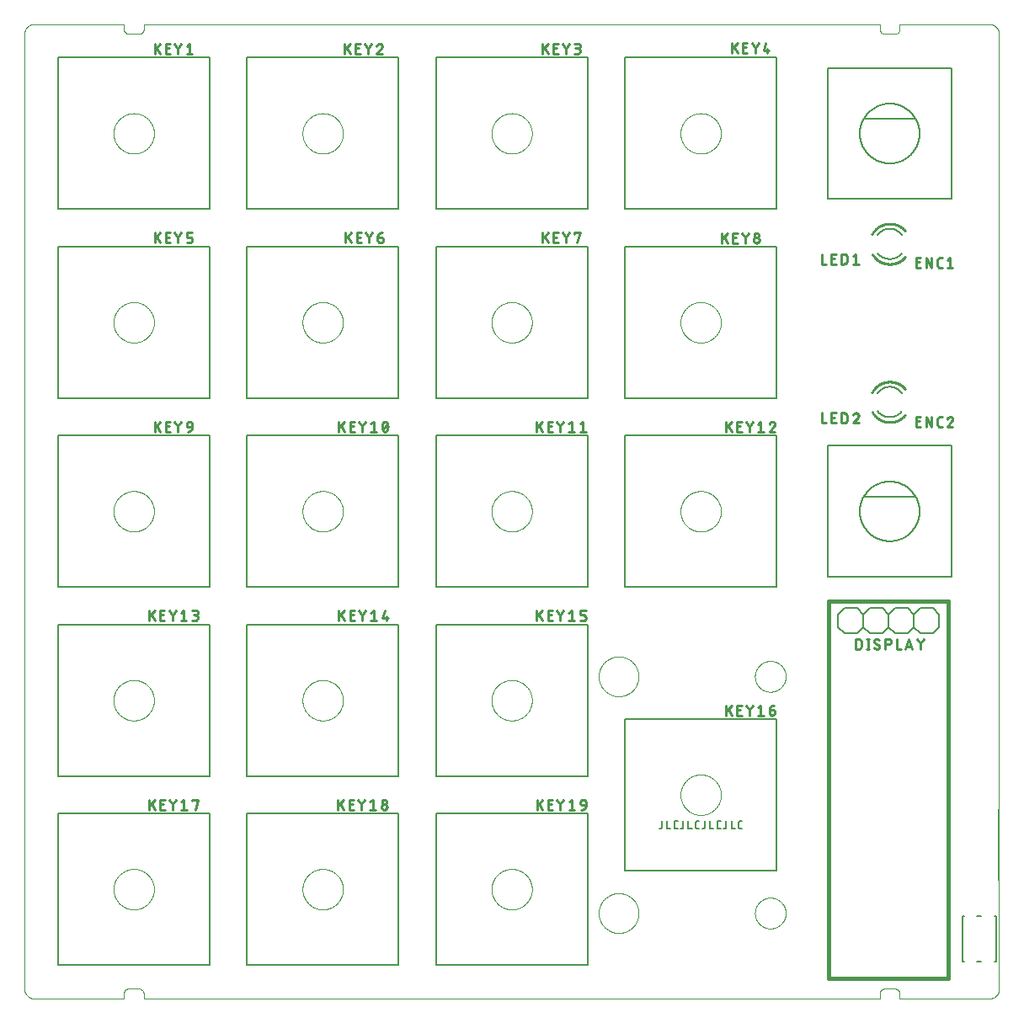
<source format=gto>
G04 EAGLE Gerber RS-274X export*
G75*
%MOMM*%
%FSLAX34Y34*%
%LPD*%
%INTop silk*%
%IPPOS*%
%AMOC8*
5,1,8,0,0,1.08239X$1,22.5*%
G01*
%ADD10C,0.000000*%
%ADD11C,0.203200*%
%ADD12C,0.400000*%
%ADD13C,0.127000*%
%ADD14C,0.254000*%
%ADD15C,0.152400*%


D10*
X970000Y980000D02*
X880000Y980000D01*
X880000Y975000D01*
X879998Y974860D01*
X879992Y974720D01*
X879982Y974580D01*
X879969Y974440D01*
X879951Y974301D01*
X879929Y974162D01*
X879904Y974025D01*
X879875Y973887D01*
X879842Y973751D01*
X879805Y973616D01*
X879764Y973482D01*
X879719Y973349D01*
X879671Y973217D01*
X879619Y973087D01*
X879564Y972958D01*
X879505Y972831D01*
X879442Y972705D01*
X879376Y972581D01*
X879307Y972460D01*
X879234Y972340D01*
X879157Y972222D01*
X879078Y972107D01*
X878995Y971993D01*
X878909Y971883D01*
X878820Y971774D01*
X878728Y971668D01*
X878633Y971565D01*
X878536Y971464D01*
X878435Y971367D01*
X878332Y971272D01*
X878226Y971180D01*
X878117Y971091D01*
X878007Y971005D01*
X877893Y970922D01*
X877778Y970843D01*
X877660Y970766D01*
X877540Y970693D01*
X877419Y970624D01*
X877295Y970558D01*
X877169Y970495D01*
X877042Y970436D01*
X876913Y970381D01*
X876783Y970329D01*
X876651Y970281D01*
X876518Y970236D01*
X876384Y970195D01*
X876249Y970158D01*
X876113Y970125D01*
X875975Y970096D01*
X875838Y970071D01*
X875699Y970049D01*
X875560Y970031D01*
X875420Y970018D01*
X875280Y970008D01*
X875140Y970002D01*
X875000Y970000D01*
X865000Y970000D01*
X864860Y970002D01*
X864720Y970008D01*
X864580Y970018D01*
X864440Y970031D01*
X864301Y970049D01*
X864162Y970071D01*
X864025Y970096D01*
X863887Y970125D01*
X863751Y970158D01*
X863616Y970195D01*
X863482Y970236D01*
X863349Y970281D01*
X863217Y970329D01*
X863087Y970381D01*
X862958Y970436D01*
X862831Y970495D01*
X862705Y970558D01*
X862581Y970624D01*
X862460Y970693D01*
X862340Y970766D01*
X862222Y970843D01*
X862107Y970922D01*
X861993Y971005D01*
X861883Y971091D01*
X861774Y971180D01*
X861668Y971272D01*
X861565Y971367D01*
X861464Y971464D01*
X861367Y971565D01*
X861272Y971668D01*
X861180Y971774D01*
X861091Y971883D01*
X861005Y971993D01*
X860922Y972107D01*
X860843Y972222D01*
X860766Y972340D01*
X860693Y972460D01*
X860624Y972581D01*
X860558Y972705D01*
X860495Y972831D01*
X860436Y972958D01*
X860381Y973087D01*
X860329Y973217D01*
X860281Y973349D01*
X860236Y973482D01*
X860195Y973616D01*
X860158Y973751D01*
X860125Y973887D01*
X860096Y974025D01*
X860071Y974162D01*
X860049Y974301D01*
X860031Y974440D01*
X860018Y974580D01*
X860008Y974720D01*
X860002Y974860D01*
X860000Y975000D01*
X860000Y980000D01*
X120000Y980000D01*
X120000Y975000D01*
X119998Y974860D01*
X119992Y974720D01*
X119982Y974580D01*
X119969Y974440D01*
X119951Y974301D01*
X119929Y974162D01*
X119904Y974025D01*
X119875Y973887D01*
X119842Y973751D01*
X119805Y973616D01*
X119764Y973482D01*
X119719Y973349D01*
X119671Y973217D01*
X119619Y973087D01*
X119564Y972958D01*
X119505Y972831D01*
X119442Y972705D01*
X119376Y972581D01*
X119307Y972460D01*
X119234Y972340D01*
X119157Y972222D01*
X119078Y972107D01*
X118995Y971993D01*
X118909Y971883D01*
X118820Y971774D01*
X118728Y971668D01*
X118633Y971565D01*
X118536Y971464D01*
X118435Y971367D01*
X118332Y971272D01*
X118226Y971180D01*
X118117Y971091D01*
X118007Y971005D01*
X117893Y970922D01*
X117778Y970843D01*
X117660Y970766D01*
X117540Y970693D01*
X117419Y970624D01*
X117295Y970558D01*
X117169Y970495D01*
X117042Y970436D01*
X116913Y970381D01*
X116783Y970329D01*
X116651Y970281D01*
X116518Y970236D01*
X116384Y970195D01*
X116249Y970158D01*
X116113Y970125D01*
X115975Y970096D01*
X115838Y970071D01*
X115699Y970049D01*
X115560Y970031D01*
X115420Y970018D01*
X115280Y970008D01*
X115140Y970002D01*
X115000Y970000D01*
X105000Y970000D01*
X104860Y970002D01*
X104720Y970008D01*
X104580Y970018D01*
X104440Y970031D01*
X104301Y970049D01*
X104162Y970071D01*
X104025Y970096D01*
X103887Y970125D01*
X103751Y970158D01*
X103616Y970195D01*
X103482Y970236D01*
X103349Y970281D01*
X103217Y970329D01*
X103087Y970381D01*
X102958Y970436D01*
X102831Y970495D01*
X102705Y970558D01*
X102581Y970624D01*
X102460Y970693D01*
X102340Y970766D01*
X102222Y970843D01*
X102107Y970922D01*
X101993Y971005D01*
X101883Y971091D01*
X101774Y971180D01*
X101668Y971272D01*
X101565Y971367D01*
X101464Y971464D01*
X101367Y971565D01*
X101272Y971668D01*
X101180Y971774D01*
X101091Y971883D01*
X101005Y971993D01*
X100922Y972107D01*
X100843Y972222D01*
X100766Y972340D01*
X100693Y972460D01*
X100624Y972581D01*
X100558Y972705D01*
X100495Y972831D01*
X100436Y972958D01*
X100381Y973087D01*
X100329Y973217D01*
X100281Y973349D01*
X100236Y973482D01*
X100195Y973616D01*
X100158Y973751D01*
X100125Y973887D01*
X100096Y974025D01*
X100071Y974162D01*
X100049Y974301D01*
X100031Y974440D01*
X100018Y974580D01*
X100008Y974720D01*
X100002Y974860D01*
X100000Y975000D01*
X100000Y980000D01*
X10000Y980000D01*
X9758Y979997D01*
X9517Y979988D01*
X9276Y979974D01*
X9035Y979953D01*
X8795Y979927D01*
X8555Y979895D01*
X8316Y979857D01*
X8079Y979814D01*
X7842Y979764D01*
X7607Y979709D01*
X7373Y979649D01*
X7141Y979582D01*
X6910Y979511D01*
X6681Y979433D01*
X6454Y979350D01*
X6229Y979262D01*
X6006Y979168D01*
X5786Y979069D01*
X5568Y978964D01*
X5353Y978855D01*
X5140Y978740D01*
X4930Y978620D01*
X4724Y978495D01*
X4520Y978365D01*
X4319Y978230D01*
X4122Y978090D01*
X3928Y977946D01*
X3738Y977797D01*
X3552Y977643D01*
X3369Y977485D01*
X3190Y977323D01*
X3015Y977156D01*
X2844Y976985D01*
X2677Y976810D01*
X2515Y976631D01*
X2357Y976448D01*
X2203Y976262D01*
X2054Y976072D01*
X1910Y975878D01*
X1770Y975681D01*
X1635Y975480D01*
X1505Y975276D01*
X1380Y975070D01*
X1260Y974860D01*
X1145Y974647D01*
X1036Y974432D01*
X931Y974214D01*
X832Y973994D01*
X738Y973771D01*
X650Y973546D01*
X567Y973319D01*
X489Y973090D01*
X418Y972859D01*
X351Y972627D01*
X291Y972393D01*
X236Y972158D01*
X186Y971921D01*
X143Y971684D01*
X105Y971445D01*
X73Y971205D01*
X47Y970965D01*
X26Y970724D01*
X12Y970483D01*
X3Y970242D01*
X0Y970000D01*
X0Y10000D01*
X3Y9758D01*
X12Y9517D01*
X26Y9276D01*
X47Y9035D01*
X73Y8795D01*
X105Y8555D01*
X143Y8316D01*
X186Y8079D01*
X236Y7842D01*
X291Y7607D01*
X351Y7373D01*
X418Y7141D01*
X489Y6910D01*
X567Y6681D01*
X650Y6454D01*
X738Y6229D01*
X832Y6006D01*
X931Y5786D01*
X1036Y5568D01*
X1145Y5353D01*
X1260Y5140D01*
X1380Y4930D01*
X1505Y4724D01*
X1635Y4520D01*
X1770Y4319D01*
X1910Y4122D01*
X2054Y3928D01*
X2203Y3738D01*
X2357Y3552D01*
X2515Y3369D01*
X2677Y3190D01*
X2844Y3015D01*
X3015Y2844D01*
X3190Y2677D01*
X3369Y2515D01*
X3552Y2357D01*
X3738Y2203D01*
X3928Y2054D01*
X4122Y1910D01*
X4319Y1770D01*
X4520Y1635D01*
X4724Y1505D01*
X4930Y1380D01*
X5140Y1260D01*
X5353Y1145D01*
X5568Y1036D01*
X5786Y931D01*
X6006Y832D01*
X6229Y738D01*
X6454Y650D01*
X6681Y567D01*
X6910Y489D01*
X7141Y418D01*
X7373Y351D01*
X7607Y291D01*
X7842Y236D01*
X8079Y186D01*
X8316Y143D01*
X8555Y105D01*
X8795Y73D01*
X9035Y47D01*
X9276Y26D01*
X9517Y12D01*
X9758Y3D01*
X10000Y0D01*
X100000Y0D01*
X100000Y5000D01*
X100002Y5140D01*
X100008Y5280D01*
X100018Y5420D01*
X100031Y5560D01*
X100049Y5699D01*
X100071Y5838D01*
X100096Y5975D01*
X100125Y6113D01*
X100158Y6249D01*
X100195Y6384D01*
X100236Y6518D01*
X100281Y6651D01*
X100329Y6783D01*
X100381Y6913D01*
X100436Y7042D01*
X100495Y7169D01*
X100558Y7295D01*
X100624Y7419D01*
X100693Y7540D01*
X100766Y7660D01*
X100843Y7778D01*
X100922Y7893D01*
X101005Y8007D01*
X101091Y8117D01*
X101180Y8226D01*
X101272Y8332D01*
X101367Y8435D01*
X101464Y8536D01*
X101565Y8633D01*
X101668Y8728D01*
X101774Y8820D01*
X101883Y8909D01*
X101993Y8995D01*
X102107Y9078D01*
X102222Y9157D01*
X102340Y9234D01*
X102460Y9307D01*
X102581Y9376D01*
X102705Y9442D01*
X102831Y9505D01*
X102958Y9564D01*
X103087Y9619D01*
X103217Y9671D01*
X103349Y9719D01*
X103482Y9764D01*
X103616Y9805D01*
X103751Y9842D01*
X103887Y9875D01*
X104025Y9904D01*
X104162Y9929D01*
X104301Y9951D01*
X104440Y9969D01*
X104580Y9982D01*
X104720Y9992D01*
X104860Y9998D01*
X105000Y10000D01*
X115000Y10000D01*
X115140Y9998D01*
X115280Y9992D01*
X115420Y9982D01*
X115560Y9969D01*
X115699Y9951D01*
X115838Y9929D01*
X115975Y9904D01*
X116113Y9875D01*
X116249Y9842D01*
X116384Y9805D01*
X116518Y9764D01*
X116651Y9719D01*
X116783Y9671D01*
X116913Y9619D01*
X117042Y9564D01*
X117169Y9505D01*
X117295Y9442D01*
X117419Y9376D01*
X117540Y9307D01*
X117660Y9234D01*
X117778Y9157D01*
X117893Y9078D01*
X118007Y8995D01*
X118117Y8909D01*
X118226Y8820D01*
X118332Y8728D01*
X118435Y8633D01*
X118536Y8536D01*
X118633Y8435D01*
X118728Y8332D01*
X118820Y8226D01*
X118909Y8117D01*
X118995Y8007D01*
X119078Y7893D01*
X119157Y7778D01*
X119234Y7660D01*
X119307Y7540D01*
X119376Y7419D01*
X119442Y7295D01*
X119505Y7169D01*
X119564Y7042D01*
X119619Y6913D01*
X119671Y6783D01*
X119719Y6651D01*
X119764Y6518D01*
X119805Y6384D01*
X119842Y6249D01*
X119875Y6113D01*
X119904Y5975D01*
X119929Y5838D01*
X119951Y5699D01*
X119969Y5560D01*
X119982Y5420D01*
X119992Y5280D01*
X119998Y5140D01*
X120000Y5000D01*
X120000Y0D01*
X860000Y0D01*
X860000Y5000D01*
X860002Y5140D01*
X860008Y5280D01*
X860018Y5420D01*
X860031Y5560D01*
X860049Y5699D01*
X860071Y5838D01*
X860096Y5975D01*
X860125Y6113D01*
X860158Y6249D01*
X860195Y6384D01*
X860236Y6518D01*
X860281Y6651D01*
X860329Y6783D01*
X860381Y6913D01*
X860436Y7042D01*
X860495Y7169D01*
X860558Y7295D01*
X860624Y7419D01*
X860693Y7540D01*
X860766Y7660D01*
X860843Y7778D01*
X860922Y7893D01*
X861005Y8007D01*
X861091Y8117D01*
X861180Y8226D01*
X861272Y8332D01*
X861367Y8435D01*
X861464Y8536D01*
X861565Y8633D01*
X861668Y8728D01*
X861774Y8820D01*
X861883Y8909D01*
X861993Y8995D01*
X862107Y9078D01*
X862222Y9157D01*
X862340Y9234D01*
X862460Y9307D01*
X862581Y9376D01*
X862705Y9442D01*
X862831Y9505D01*
X862958Y9564D01*
X863087Y9619D01*
X863217Y9671D01*
X863349Y9719D01*
X863482Y9764D01*
X863616Y9805D01*
X863751Y9842D01*
X863887Y9875D01*
X864025Y9904D01*
X864162Y9929D01*
X864301Y9951D01*
X864440Y9969D01*
X864580Y9982D01*
X864720Y9992D01*
X864860Y9998D01*
X865000Y10000D01*
X875000Y10000D01*
X875140Y9998D01*
X875280Y9992D01*
X875420Y9982D01*
X875560Y9969D01*
X875699Y9951D01*
X875838Y9929D01*
X875975Y9904D01*
X876113Y9875D01*
X876249Y9842D01*
X876384Y9805D01*
X876518Y9764D01*
X876651Y9719D01*
X876783Y9671D01*
X876913Y9619D01*
X877042Y9564D01*
X877169Y9505D01*
X877295Y9442D01*
X877419Y9376D01*
X877540Y9307D01*
X877660Y9234D01*
X877778Y9157D01*
X877893Y9078D01*
X878007Y8995D01*
X878117Y8909D01*
X878226Y8820D01*
X878332Y8728D01*
X878435Y8633D01*
X878536Y8536D01*
X878633Y8435D01*
X878728Y8332D01*
X878820Y8226D01*
X878909Y8117D01*
X878995Y8007D01*
X879078Y7893D01*
X879157Y7778D01*
X879234Y7660D01*
X879307Y7540D01*
X879376Y7419D01*
X879442Y7295D01*
X879505Y7169D01*
X879564Y7042D01*
X879619Y6913D01*
X879671Y6783D01*
X879719Y6651D01*
X879764Y6518D01*
X879805Y6384D01*
X879842Y6249D01*
X879875Y6113D01*
X879904Y5975D01*
X879929Y5838D01*
X879951Y5699D01*
X879969Y5560D01*
X879982Y5420D01*
X879992Y5280D01*
X879998Y5140D01*
X880000Y5000D01*
X880000Y0D01*
X970000Y0D01*
X970242Y3D01*
X970483Y12D01*
X970724Y26D01*
X970965Y47D01*
X971205Y73D01*
X971445Y105D01*
X971684Y143D01*
X971921Y186D01*
X972158Y236D01*
X972393Y291D01*
X972627Y351D01*
X972859Y418D01*
X973090Y489D01*
X973319Y567D01*
X973546Y650D01*
X973771Y738D01*
X973994Y832D01*
X974214Y931D01*
X974432Y1036D01*
X974647Y1145D01*
X974860Y1260D01*
X975070Y1380D01*
X975276Y1505D01*
X975480Y1635D01*
X975681Y1770D01*
X975878Y1910D01*
X976072Y2054D01*
X976262Y2203D01*
X976448Y2357D01*
X976631Y2515D01*
X976810Y2677D01*
X976985Y2844D01*
X977156Y3015D01*
X977323Y3190D01*
X977485Y3369D01*
X977643Y3552D01*
X977797Y3738D01*
X977946Y3928D01*
X978090Y4122D01*
X978230Y4319D01*
X978365Y4520D01*
X978495Y4724D01*
X978620Y4930D01*
X978740Y5140D01*
X978855Y5353D01*
X978964Y5568D01*
X979069Y5786D01*
X979168Y6006D01*
X979262Y6229D01*
X979350Y6454D01*
X979433Y6681D01*
X979511Y6910D01*
X979582Y7141D01*
X979649Y7373D01*
X979709Y7607D01*
X979764Y7842D01*
X979814Y8079D01*
X979857Y8316D01*
X979895Y8555D01*
X979927Y8795D01*
X979953Y9035D01*
X979974Y9276D01*
X979988Y9517D01*
X979997Y9758D01*
X980000Y10000D01*
X980000Y970000D01*
X979997Y970242D01*
X979988Y970483D01*
X979974Y970724D01*
X979953Y970965D01*
X979927Y971205D01*
X979895Y971445D01*
X979857Y971684D01*
X979814Y971921D01*
X979764Y972158D01*
X979709Y972393D01*
X979649Y972627D01*
X979582Y972859D01*
X979511Y973090D01*
X979433Y973319D01*
X979350Y973546D01*
X979262Y973771D01*
X979168Y973994D01*
X979069Y974214D01*
X978964Y974432D01*
X978855Y974647D01*
X978740Y974860D01*
X978620Y975070D01*
X978495Y975276D01*
X978365Y975480D01*
X978230Y975681D01*
X978090Y975878D01*
X977946Y976072D01*
X977797Y976262D01*
X977643Y976448D01*
X977485Y976631D01*
X977323Y976810D01*
X977156Y976985D01*
X976985Y977156D01*
X976810Y977323D01*
X976631Y977485D01*
X976448Y977643D01*
X976262Y977797D01*
X976072Y977946D01*
X975878Y978090D01*
X975681Y978230D01*
X975480Y978365D01*
X975276Y978495D01*
X975070Y978620D01*
X974860Y978740D01*
X974647Y978855D01*
X974432Y978964D01*
X974214Y979069D01*
X973994Y979168D01*
X973771Y979262D01*
X973546Y979350D01*
X973319Y979433D01*
X973090Y979511D01*
X972859Y979582D01*
X972627Y979649D01*
X972393Y979709D01*
X972158Y979764D01*
X971921Y979814D01*
X971684Y979857D01*
X971445Y979895D01*
X971205Y979927D01*
X970965Y979953D01*
X970724Y979974D01*
X970483Y979988D01*
X970242Y979997D01*
X970000Y980000D01*
D11*
X640876Y178984D02*
X640876Y172787D01*
X640877Y172787D02*
X640875Y172705D01*
X640869Y172624D01*
X640860Y172542D01*
X640847Y172462D01*
X640830Y172382D01*
X640809Y172302D01*
X640785Y172224D01*
X640757Y172147D01*
X640726Y172072D01*
X640691Y171998D01*
X640653Y171925D01*
X640612Y171855D01*
X640567Y171786D01*
X640519Y171720D01*
X640468Y171656D01*
X640415Y171594D01*
X640358Y171535D01*
X640299Y171478D01*
X640237Y171424D01*
X640173Y171374D01*
X640107Y171326D01*
X640038Y171281D01*
X639968Y171240D01*
X639895Y171202D01*
X639821Y171167D01*
X639746Y171136D01*
X639669Y171108D01*
X639591Y171084D01*
X639511Y171063D01*
X639431Y171046D01*
X639351Y171033D01*
X639269Y171024D01*
X639188Y171018D01*
X639106Y171016D01*
X638220Y171016D01*
X646016Y171016D02*
X646016Y178984D01*
X646016Y171016D02*
X649558Y171016D01*
X655209Y171016D02*
X656980Y171016D01*
X655209Y171016D02*
X655127Y171018D01*
X655046Y171024D01*
X654964Y171033D01*
X654884Y171046D01*
X654804Y171063D01*
X654724Y171084D01*
X654646Y171108D01*
X654569Y171136D01*
X654494Y171167D01*
X654420Y171202D01*
X654347Y171240D01*
X654277Y171281D01*
X654208Y171326D01*
X654142Y171374D01*
X654078Y171425D01*
X654016Y171478D01*
X653957Y171535D01*
X653900Y171594D01*
X653847Y171656D01*
X653796Y171720D01*
X653748Y171786D01*
X653703Y171855D01*
X653662Y171925D01*
X653624Y171998D01*
X653589Y172072D01*
X653558Y172147D01*
X653530Y172224D01*
X653506Y172302D01*
X653485Y172382D01*
X653468Y172462D01*
X653455Y172542D01*
X653446Y172624D01*
X653440Y172705D01*
X653438Y172787D01*
X653439Y172787D02*
X653439Y177213D01*
X653438Y177213D02*
X653440Y177295D01*
X653446Y177376D01*
X653455Y177458D01*
X653468Y177538D01*
X653485Y177618D01*
X653506Y177698D01*
X653530Y177776D01*
X653558Y177853D01*
X653589Y177928D01*
X653624Y178002D01*
X653662Y178075D01*
X653703Y178145D01*
X653748Y178214D01*
X653796Y178280D01*
X653847Y178344D01*
X653900Y178406D01*
X653957Y178465D01*
X654016Y178522D01*
X654078Y178575D01*
X654142Y178626D01*
X654208Y178674D01*
X654277Y178719D01*
X654347Y178760D01*
X654420Y178798D01*
X654494Y178833D01*
X654569Y178864D01*
X654646Y178892D01*
X654724Y178916D01*
X654804Y178937D01*
X654884Y178954D01*
X654964Y178967D01*
X655046Y178976D01*
X655127Y178982D01*
X655209Y178984D01*
X656980Y178984D01*
X662476Y178984D02*
X662476Y172787D01*
X662477Y172787D02*
X662475Y172705D01*
X662469Y172624D01*
X662460Y172542D01*
X662447Y172462D01*
X662430Y172382D01*
X662409Y172302D01*
X662385Y172224D01*
X662357Y172147D01*
X662326Y172072D01*
X662291Y171998D01*
X662253Y171925D01*
X662212Y171855D01*
X662167Y171786D01*
X662119Y171720D01*
X662068Y171656D01*
X662015Y171594D01*
X661958Y171535D01*
X661899Y171478D01*
X661837Y171424D01*
X661773Y171374D01*
X661707Y171326D01*
X661638Y171281D01*
X661568Y171240D01*
X661495Y171202D01*
X661421Y171167D01*
X661346Y171136D01*
X661269Y171108D01*
X661191Y171084D01*
X661111Y171063D01*
X661031Y171046D01*
X660951Y171033D01*
X660869Y171024D01*
X660788Y171018D01*
X660706Y171016D01*
X659820Y171016D01*
X667616Y171016D02*
X667616Y178984D01*
X667616Y171016D02*
X671158Y171016D01*
X676809Y171016D02*
X678580Y171016D01*
X676809Y171016D02*
X676727Y171018D01*
X676646Y171024D01*
X676564Y171033D01*
X676484Y171046D01*
X676404Y171063D01*
X676324Y171084D01*
X676246Y171108D01*
X676169Y171136D01*
X676094Y171167D01*
X676020Y171202D01*
X675947Y171240D01*
X675877Y171281D01*
X675808Y171326D01*
X675742Y171374D01*
X675678Y171425D01*
X675616Y171478D01*
X675557Y171535D01*
X675500Y171594D01*
X675447Y171656D01*
X675396Y171720D01*
X675348Y171786D01*
X675303Y171855D01*
X675262Y171925D01*
X675224Y171998D01*
X675189Y172072D01*
X675158Y172147D01*
X675130Y172224D01*
X675106Y172302D01*
X675085Y172382D01*
X675068Y172462D01*
X675055Y172542D01*
X675046Y172624D01*
X675040Y172705D01*
X675038Y172787D01*
X675039Y172787D02*
X675039Y177213D01*
X675038Y177213D02*
X675040Y177295D01*
X675046Y177376D01*
X675055Y177458D01*
X675068Y177538D01*
X675085Y177618D01*
X675106Y177698D01*
X675130Y177776D01*
X675158Y177853D01*
X675189Y177928D01*
X675224Y178002D01*
X675262Y178075D01*
X675303Y178145D01*
X675348Y178214D01*
X675396Y178280D01*
X675447Y178344D01*
X675500Y178406D01*
X675557Y178465D01*
X675616Y178522D01*
X675678Y178575D01*
X675742Y178626D01*
X675808Y178674D01*
X675877Y178719D01*
X675947Y178760D01*
X676020Y178798D01*
X676094Y178833D01*
X676169Y178864D01*
X676246Y178892D01*
X676324Y178916D01*
X676404Y178937D01*
X676484Y178954D01*
X676564Y178967D01*
X676646Y178976D01*
X676727Y178982D01*
X676809Y178984D01*
X678580Y178984D01*
X684076Y178984D02*
X684076Y172787D01*
X684077Y172787D02*
X684075Y172705D01*
X684069Y172624D01*
X684060Y172542D01*
X684047Y172462D01*
X684030Y172382D01*
X684009Y172302D01*
X683985Y172224D01*
X683957Y172147D01*
X683926Y172072D01*
X683891Y171998D01*
X683853Y171925D01*
X683812Y171855D01*
X683767Y171786D01*
X683719Y171720D01*
X683668Y171656D01*
X683615Y171594D01*
X683558Y171535D01*
X683499Y171478D01*
X683437Y171424D01*
X683373Y171374D01*
X683307Y171326D01*
X683238Y171281D01*
X683168Y171240D01*
X683095Y171202D01*
X683021Y171167D01*
X682946Y171136D01*
X682869Y171108D01*
X682791Y171084D01*
X682711Y171063D01*
X682631Y171046D01*
X682551Y171033D01*
X682469Y171024D01*
X682388Y171018D01*
X682306Y171016D01*
X681420Y171016D01*
X689216Y171016D02*
X689216Y178984D01*
X689216Y171016D02*
X692758Y171016D01*
X698409Y171016D02*
X700180Y171016D01*
X698409Y171016D02*
X698327Y171018D01*
X698246Y171024D01*
X698164Y171033D01*
X698084Y171046D01*
X698004Y171063D01*
X697924Y171084D01*
X697846Y171108D01*
X697769Y171136D01*
X697694Y171167D01*
X697620Y171202D01*
X697547Y171240D01*
X697477Y171281D01*
X697408Y171326D01*
X697342Y171374D01*
X697278Y171425D01*
X697216Y171478D01*
X697157Y171535D01*
X697100Y171594D01*
X697047Y171656D01*
X696996Y171720D01*
X696948Y171786D01*
X696903Y171855D01*
X696862Y171925D01*
X696824Y171998D01*
X696789Y172072D01*
X696758Y172147D01*
X696730Y172224D01*
X696706Y172302D01*
X696685Y172382D01*
X696668Y172462D01*
X696655Y172542D01*
X696646Y172624D01*
X696640Y172705D01*
X696638Y172787D01*
X696638Y177213D01*
X696640Y177295D01*
X696646Y177376D01*
X696655Y177458D01*
X696668Y177538D01*
X696685Y177618D01*
X696706Y177698D01*
X696730Y177776D01*
X696758Y177853D01*
X696789Y177928D01*
X696824Y178002D01*
X696862Y178075D01*
X696903Y178145D01*
X696948Y178214D01*
X696996Y178280D01*
X697047Y178344D01*
X697100Y178406D01*
X697157Y178465D01*
X697216Y178522D01*
X697278Y178575D01*
X697342Y178626D01*
X697408Y178674D01*
X697477Y178719D01*
X697547Y178760D01*
X697620Y178798D01*
X697694Y178833D01*
X697769Y178864D01*
X697846Y178892D01*
X697924Y178916D01*
X698004Y178937D01*
X698084Y178954D01*
X698164Y178967D01*
X698246Y178976D01*
X698327Y178982D01*
X698409Y178984D01*
X700180Y178984D01*
X705676Y178984D02*
X705676Y172787D01*
X705674Y172705D01*
X705668Y172624D01*
X705659Y172542D01*
X705646Y172462D01*
X705629Y172382D01*
X705608Y172302D01*
X705584Y172224D01*
X705556Y172147D01*
X705525Y172072D01*
X705490Y171998D01*
X705452Y171925D01*
X705411Y171855D01*
X705366Y171786D01*
X705318Y171720D01*
X705267Y171656D01*
X705214Y171594D01*
X705157Y171535D01*
X705098Y171478D01*
X705036Y171424D01*
X704972Y171374D01*
X704906Y171326D01*
X704837Y171281D01*
X704767Y171240D01*
X704694Y171202D01*
X704620Y171167D01*
X704545Y171136D01*
X704468Y171108D01*
X704390Y171084D01*
X704310Y171063D01*
X704230Y171046D01*
X704150Y171033D01*
X704068Y171024D01*
X703987Y171018D01*
X703905Y171016D01*
X703020Y171016D01*
X710816Y171016D02*
X710816Y178984D01*
X710816Y171016D02*
X714357Y171016D01*
X720009Y171016D02*
X721780Y171016D01*
X720009Y171016D02*
X719927Y171018D01*
X719846Y171024D01*
X719764Y171033D01*
X719684Y171046D01*
X719604Y171063D01*
X719524Y171084D01*
X719446Y171108D01*
X719369Y171136D01*
X719294Y171167D01*
X719220Y171202D01*
X719147Y171240D01*
X719077Y171281D01*
X719008Y171326D01*
X718942Y171374D01*
X718878Y171425D01*
X718816Y171478D01*
X718757Y171535D01*
X718700Y171594D01*
X718647Y171656D01*
X718596Y171720D01*
X718548Y171786D01*
X718503Y171855D01*
X718462Y171925D01*
X718424Y171998D01*
X718389Y172072D01*
X718358Y172147D01*
X718330Y172224D01*
X718306Y172302D01*
X718285Y172382D01*
X718268Y172462D01*
X718255Y172542D01*
X718246Y172624D01*
X718240Y172705D01*
X718238Y172787D01*
X718238Y177213D01*
X718240Y177295D01*
X718246Y177376D01*
X718255Y177458D01*
X718268Y177538D01*
X718285Y177618D01*
X718306Y177698D01*
X718330Y177776D01*
X718358Y177853D01*
X718389Y177928D01*
X718424Y178002D01*
X718462Y178075D01*
X718503Y178145D01*
X718548Y178214D01*
X718596Y178280D01*
X718647Y178344D01*
X718700Y178406D01*
X718757Y178465D01*
X718816Y178522D01*
X718878Y178575D01*
X718942Y178626D01*
X719008Y178674D01*
X719077Y178719D01*
X719147Y178760D01*
X719220Y178798D01*
X719294Y178833D01*
X719369Y178864D01*
X719446Y178892D01*
X719524Y178916D01*
X719604Y178937D01*
X719684Y178954D01*
X719764Y178967D01*
X719846Y178976D01*
X719927Y178982D01*
X720009Y178984D01*
X721780Y178984D01*
D10*
X734500Y324000D02*
X734505Y324380D01*
X734519Y324761D01*
X734542Y325140D01*
X734575Y325519D01*
X734617Y325897D01*
X734668Y326274D01*
X734728Y326650D01*
X734798Y327024D01*
X734877Y327396D01*
X734965Y327766D01*
X735061Y328134D01*
X735167Y328499D01*
X735282Y328862D01*
X735406Y329222D01*
X735539Y329578D01*
X735680Y329932D01*
X735830Y330281D01*
X735988Y330627D01*
X736155Y330969D01*
X736330Y331307D01*
X736514Y331640D01*
X736705Y331969D01*
X736905Y332292D01*
X737112Y332611D01*
X737327Y332925D01*
X737550Y333233D01*
X737781Y333536D01*
X738018Y333833D01*
X738263Y334124D01*
X738515Y334409D01*
X738774Y334688D01*
X739040Y334960D01*
X739312Y335226D01*
X739591Y335485D01*
X739876Y335737D01*
X740167Y335982D01*
X740464Y336219D01*
X740767Y336450D01*
X741075Y336673D01*
X741389Y336888D01*
X741708Y337095D01*
X742031Y337295D01*
X742360Y337486D01*
X742693Y337670D01*
X743031Y337845D01*
X743373Y338012D01*
X743719Y338170D01*
X744068Y338320D01*
X744422Y338461D01*
X744778Y338594D01*
X745138Y338718D01*
X745501Y338833D01*
X745866Y338939D01*
X746234Y339035D01*
X746604Y339123D01*
X746976Y339202D01*
X747350Y339272D01*
X747726Y339332D01*
X748103Y339383D01*
X748481Y339425D01*
X748860Y339458D01*
X749239Y339481D01*
X749620Y339495D01*
X750000Y339500D01*
X750380Y339495D01*
X750761Y339481D01*
X751140Y339458D01*
X751519Y339425D01*
X751897Y339383D01*
X752274Y339332D01*
X752650Y339272D01*
X753024Y339202D01*
X753396Y339123D01*
X753766Y339035D01*
X754134Y338939D01*
X754499Y338833D01*
X754862Y338718D01*
X755222Y338594D01*
X755578Y338461D01*
X755932Y338320D01*
X756281Y338170D01*
X756627Y338012D01*
X756969Y337845D01*
X757307Y337670D01*
X757640Y337486D01*
X757969Y337295D01*
X758292Y337095D01*
X758611Y336888D01*
X758925Y336673D01*
X759233Y336450D01*
X759536Y336219D01*
X759833Y335982D01*
X760124Y335737D01*
X760409Y335485D01*
X760688Y335226D01*
X760960Y334960D01*
X761226Y334688D01*
X761485Y334409D01*
X761737Y334124D01*
X761982Y333833D01*
X762219Y333536D01*
X762450Y333233D01*
X762673Y332925D01*
X762888Y332611D01*
X763095Y332292D01*
X763295Y331969D01*
X763486Y331640D01*
X763670Y331307D01*
X763845Y330969D01*
X764012Y330627D01*
X764170Y330281D01*
X764320Y329932D01*
X764461Y329578D01*
X764594Y329222D01*
X764718Y328862D01*
X764833Y328499D01*
X764939Y328134D01*
X765035Y327766D01*
X765123Y327396D01*
X765202Y327024D01*
X765272Y326650D01*
X765332Y326274D01*
X765383Y325897D01*
X765425Y325519D01*
X765458Y325140D01*
X765481Y324761D01*
X765495Y324380D01*
X765500Y324000D01*
X765495Y323620D01*
X765481Y323239D01*
X765458Y322860D01*
X765425Y322481D01*
X765383Y322103D01*
X765332Y321726D01*
X765272Y321350D01*
X765202Y320976D01*
X765123Y320604D01*
X765035Y320234D01*
X764939Y319866D01*
X764833Y319501D01*
X764718Y319138D01*
X764594Y318778D01*
X764461Y318422D01*
X764320Y318068D01*
X764170Y317719D01*
X764012Y317373D01*
X763845Y317031D01*
X763670Y316693D01*
X763486Y316360D01*
X763295Y316031D01*
X763095Y315708D01*
X762888Y315389D01*
X762673Y315075D01*
X762450Y314767D01*
X762219Y314464D01*
X761982Y314167D01*
X761737Y313876D01*
X761485Y313591D01*
X761226Y313312D01*
X760960Y313040D01*
X760688Y312774D01*
X760409Y312515D01*
X760124Y312263D01*
X759833Y312018D01*
X759536Y311781D01*
X759233Y311550D01*
X758925Y311327D01*
X758611Y311112D01*
X758292Y310905D01*
X757969Y310705D01*
X757640Y310514D01*
X757307Y310330D01*
X756969Y310155D01*
X756627Y309988D01*
X756281Y309830D01*
X755932Y309680D01*
X755578Y309539D01*
X755222Y309406D01*
X754862Y309282D01*
X754499Y309167D01*
X754134Y309061D01*
X753766Y308965D01*
X753396Y308877D01*
X753024Y308798D01*
X752650Y308728D01*
X752274Y308668D01*
X751897Y308617D01*
X751519Y308575D01*
X751140Y308542D01*
X750761Y308519D01*
X750380Y308505D01*
X750000Y308500D01*
X749620Y308505D01*
X749239Y308519D01*
X748860Y308542D01*
X748481Y308575D01*
X748103Y308617D01*
X747726Y308668D01*
X747350Y308728D01*
X746976Y308798D01*
X746604Y308877D01*
X746234Y308965D01*
X745866Y309061D01*
X745501Y309167D01*
X745138Y309282D01*
X744778Y309406D01*
X744422Y309539D01*
X744068Y309680D01*
X743719Y309830D01*
X743373Y309988D01*
X743031Y310155D01*
X742693Y310330D01*
X742360Y310514D01*
X742031Y310705D01*
X741708Y310905D01*
X741389Y311112D01*
X741075Y311327D01*
X740767Y311550D01*
X740464Y311781D01*
X740167Y312018D01*
X739876Y312263D01*
X739591Y312515D01*
X739312Y312774D01*
X739040Y313040D01*
X738774Y313312D01*
X738515Y313591D01*
X738263Y313876D01*
X738018Y314167D01*
X737781Y314464D01*
X737550Y314767D01*
X737327Y315075D01*
X737112Y315389D01*
X736905Y315708D01*
X736705Y316031D01*
X736514Y316360D01*
X736330Y316693D01*
X736155Y317031D01*
X735988Y317373D01*
X735830Y317719D01*
X735680Y318068D01*
X735539Y318422D01*
X735406Y318778D01*
X735282Y319138D01*
X735167Y319501D01*
X735061Y319866D01*
X734965Y320234D01*
X734877Y320604D01*
X734798Y320976D01*
X734728Y321350D01*
X734668Y321726D01*
X734617Y322103D01*
X734575Y322481D01*
X734542Y322860D01*
X734519Y323239D01*
X734505Y323620D01*
X734500Y324000D01*
X734500Y86000D02*
X734505Y86380D01*
X734519Y86761D01*
X734542Y87140D01*
X734575Y87519D01*
X734617Y87897D01*
X734668Y88274D01*
X734728Y88650D01*
X734798Y89024D01*
X734877Y89396D01*
X734965Y89766D01*
X735061Y90134D01*
X735167Y90499D01*
X735282Y90862D01*
X735406Y91222D01*
X735539Y91578D01*
X735680Y91932D01*
X735830Y92281D01*
X735988Y92627D01*
X736155Y92969D01*
X736330Y93307D01*
X736514Y93640D01*
X736705Y93969D01*
X736905Y94292D01*
X737112Y94611D01*
X737327Y94925D01*
X737550Y95233D01*
X737781Y95536D01*
X738018Y95833D01*
X738263Y96124D01*
X738515Y96409D01*
X738774Y96688D01*
X739040Y96960D01*
X739312Y97226D01*
X739591Y97485D01*
X739876Y97737D01*
X740167Y97982D01*
X740464Y98219D01*
X740767Y98450D01*
X741075Y98673D01*
X741389Y98888D01*
X741708Y99095D01*
X742031Y99295D01*
X742360Y99486D01*
X742693Y99670D01*
X743031Y99845D01*
X743373Y100012D01*
X743719Y100170D01*
X744068Y100320D01*
X744422Y100461D01*
X744778Y100594D01*
X745138Y100718D01*
X745501Y100833D01*
X745866Y100939D01*
X746234Y101035D01*
X746604Y101123D01*
X746976Y101202D01*
X747350Y101272D01*
X747726Y101332D01*
X748103Y101383D01*
X748481Y101425D01*
X748860Y101458D01*
X749239Y101481D01*
X749620Y101495D01*
X750000Y101500D01*
X750380Y101495D01*
X750761Y101481D01*
X751140Y101458D01*
X751519Y101425D01*
X751897Y101383D01*
X752274Y101332D01*
X752650Y101272D01*
X753024Y101202D01*
X753396Y101123D01*
X753766Y101035D01*
X754134Y100939D01*
X754499Y100833D01*
X754862Y100718D01*
X755222Y100594D01*
X755578Y100461D01*
X755932Y100320D01*
X756281Y100170D01*
X756627Y100012D01*
X756969Y99845D01*
X757307Y99670D01*
X757640Y99486D01*
X757969Y99295D01*
X758292Y99095D01*
X758611Y98888D01*
X758925Y98673D01*
X759233Y98450D01*
X759536Y98219D01*
X759833Y97982D01*
X760124Y97737D01*
X760409Y97485D01*
X760688Y97226D01*
X760960Y96960D01*
X761226Y96688D01*
X761485Y96409D01*
X761737Y96124D01*
X761982Y95833D01*
X762219Y95536D01*
X762450Y95233D01*
X762673Y94925D01*
X762888Y94611D01*
X763095Y94292D01*
X763295Y93969D01*
X763486Y93640D01*
X763670Y93307D01*
X763845Y92969D01*
X764012Y92627D01*
X764170Y92281D01*
X764320Y91932D01*
X764461Y91578D01*
X764594Y91222D01*
X764718Y90862D01*
X764833Y90499D01*
X764939Y90134D01*
X765035Y89766D01*
X765123Y89396D01*
X765202Y89024D01*
X765272Y88650D01*
X765332Y88274D01*
X765383Y87897D01*
X765425Y87519D01*
X765458Y87140D01*
X765481Y86761D01*
X765495Y86380D01*
X765500Y86000D01*
X765495Y85620D01*
X765481Y85239D01*
X765458Y84860D01*
X765425Y84481D01*
X765383Y84103D01*
X765332Y83726D01*
X765272Y83350D01*
X765202Y82976D01*
X765123Y82604D01*
X765035Y82234D01*
X764939Y81866D01*
X764833Y81501D01*
X764718Y81138D01*
X764594Y80778D01*
X764461Y80422D01*
X764320Y80068D01*
X764170Y79719D01*
X764012Y79373D01*
X763845Y79031D01*
X763670Y78693D01*
X763486Y78360D01*
X763295Y78031D01*
X763095Y77708D01*
X762888Y77389D01*
X762673Y77075D01*
X762450Y76767D01*
X762219Y76464D01*
X761982Y76167D01*
X761737Y75876D01*
X761485Y75591D01*
X761226Y75312D01*
X760960Y75040D01*
X760688Y74774D01*
X760409Y74515D01*
X760124Y74263D01*
X759833Y74018D01*
X759536Y73781D01*
X759233Y73550D01*
X758925Y73327D01*
X758611Y73112D01*
X758292Y72905D01*
X757969Y72705D01*
X757640Y72514D01*
X757307Y72330D01*
X756969Y72155D01*
X756627Y71988D01*
X756281Y71830D01*
X755932Y71680D01*
X755578Y71539D01*
X755222Y71406D01*
X754862Y71282D01*
X754499Y71167D01*
X754134Y71061D01*
X753766Y70965D01*
X753396Y70877D01*
X753024Y70798D01*
X752650Y70728D01*
X752274Y70668D01*
X751897Y70617D01*
X751519Y70575D01*
X751140Y70542D01*
X750761Y70519D01*
X750380Y70505D01*
X750000Y70500D01*
X749620Y70505D01*
X749239Y70519D01*
X748860Y70542D01*
X748481Y70575D01*
X748103Y70617D01*
X747726Y70668D01*
X747350Y70728D01*
X746976Y70798D01*
X746604Y70877D01*
X746234Y70965D01*
X745866Y71061D01*
X745501Y71167D01*
X745138Y71282D01*
X744778Y71406D01*
X744422Y71539D01*
X744068Y71680D01*
X743719Y71830D01*
X743373Y71988D01*
X743031Y72155D01*
X742693Y72330D01*
X742360Y72514D01*
X742031Y72705D01*
X741708Y72905D01*
X741389Y73112D01*
X741075Y73327D01*
X740767Y73550D01*
X740464Y73781D01*
X740167Y74018D01*
X739876Y74263D01*
X739591Y74515D01*
X739312Y74774D01*
X739040Y75040D01*
X738774Y75312D01*
X738515Y75591D01*
X738263Y75876D01*
X738018Y76167D01*
X737781Y76464D01*
X737550Y76767D01*
X737327Y77075D01*
X737112Y77389D01*
X736905Y77708D01*
X736705Y78031D01*
X736514Y78360D01*
X736330Y78693D01*
X736155Y79031D01*
X735988Y79373D01*
X735830Y79719D01*
X735680Y80068D01*
X735539Y80422D01*
X735406Y80778D01*
X735282Y81138D01*
X735167Y81501D01*
X735061Y81866D01*
X734965Y82234D01*
X734877Y82604D01*
X734798Y82976D01*
X734728Y83350D01*
X734668Y83726D01*
X734617Y84103D01*
X734575Y84481D01*
X734542Y84860D01*
X734519Y85239D01*
X734505Y85620D01*
X734500Y86000D01*
X577500Y86000D02*
X577506Y86491D01*
X577524Y86981D01*
X577554Y87471D01*
X577596Y87960D01*
X577650Y88448D01*
X577716Y88935D01*
X577794Y89419D01*
X577884Y89902D01*
X577986Y90382D01*
X578099Y90860D01*
X578224Y91334D01*
X578361Y91806D01*
X578509Y92274D01*
X578669Y92738D01*
X578840Y93198D01*
X579022Y93654D01*
X579216Y94105D01*
X579420Y94551D01*
X579636Y94992D01*
X579862Y95428D01*
X580098Y95858D01*
X580345Y96282D01*
X580603Y96700D01*
X580871Y97111D01*
X581148Y97516D01*
X581436Y97914D01*
X581733Y98305D01*
X582040Y98688D01*
X582356Y99063D01*
X582681Y99431D01*
X583015Y99791D01*
X583358Y100142D01*
X583709Y100485D01*
X584069Y100819D01*
X584437Y101144D01*
X584812Y101460D01*
X585195Y101767D01*
X585586Y102064D01*
X585984Y102352D01*
X586389Y102629D01*
X586800Y102897D01*
X587218Y103155D01*
X587642Y103402D01*
X588072Y103638D01*
X588508Y103864D01*
X588949Y104080D01*
X589395Y104284D01*
X589846Y104478D01*
X590302Y104660D01*
X590762Y104831D01*
X591226Y104991D01*
X591694Y105139D01*
X592166Y105276D01*
X592640Y105401D01*
X593118Y105514D01*
X593598Y105616D01*
X594081Y105706D01*
X594565Y105784D01*
X595052Y105850D01*
X595540Y105904D01*
X596029Y105946D01*
X596519Y105976D01*
X597009Y105994D01*
X597500Y106000D01*
X597991Y105994D01*
X598481Y105976D01*
X598971Y105946D01*
X599460Y105904D01*
X599948Y105850D01*
X600435Y105784D01*
X600919Y105706D01*
X601402Y105616D01*
X601882Y105514D01*
X602360Y105401D01*
X602834Y105276D01*
X603306Y105139D01*
X603774Y104991D01*
X604238Y104831D01*
X604698Y104660D01*
X605154Y104478D01*
X605605Y104284D01*
X606051Y104080D01*
X606492Y103864D01*
X606928Y103638D01*
X607358Y103402D01*
X607782Y103155D01*
X608200Y102897D01*
X608611Y102629D01*
X609016Y102352D01*
X609414Y102064D01*
X609805Y101767D01*
X610188Y101460D01*
X610563Y101144D01*
X610931Y100819D01*
X611291Y100485D01*
X611642Y100142D01*
X611985Y99791D01*
X612319Y99431D01*
X612644Y99063D01*
X612960Y98688D01*
X613267Y98305D01*
X613564Y97914D01*
X613852Y97516D01*
X614129Y97111D01*
X614397Y96700D01*
X614655Y96282D01*
X614902Y95858D01*
X615138Y95428D01*
X615364Y94992D01*
X615580Y94551D01*
X615784Y94105D01*
X615978Y93654D01*
X616160Y93198D01*
X616331Y92738D01*
X616491Y92274D01*
X616639Y91806D01*
X616776Y91334D01*
X616901Y90860D01*
X617014Y90382D01*
X617116Y89902D01*
X617206Y89419D01*
X617284Y88935D01*
X617350Y88448D01*
X617404Y87960D01*
X617446Y87471D01*
X617476Y86981D01*
X617494Y86491D01*
X617500Y86000D01*
X617494Y85509D01*
X617476Y85019D01*
X617446Y84529D01*
X617404Y84040D01*
X617350Y83552D01*
X617284Y83065D01*
X617206Y82581D01*
X617116Y82098D01*
X617014Y81618D01*
X616901Y81140D01*
X616776Y80666D01*
X616639Y80194D01*
X616491Y79726D01*
X616331Y79262D01*
X616160Y78802D01*
X615978Y78346D01*
X615784Y77895D01*
X615580Y77449D01*
X615364Y77008D01*
X615138Y76572D01*
X614902Y76142D01*
X614655Y75718D01*
X614397Y75300D01*
X614129Y74889D01*
X613852Y74484D01*
X613564Y74086D01*
X613267Y73695D01*
X612960Y73312D01*
X612644Y72937D01*
X612319Y72569D01*
X611985Y72209D01*
X611642Y71858D01*
X611291Y71515D01*
X610931Y71181D01*
X610563Y70856D01*
X610188Y70540D01*
X609805Y70233D01*
X609414Y69936D01*
X609016Y69648D01*
X608611Y69371D01*
X608200Y69103D01*
X607782Y68845D01*
X607358Y68598D01*
X606928Y68362D01*
X606492Y68136D01*
X606051Y67920D01*
X605605Y67716D01*
X605154Y67522D01*
X604698Y67340D01*
X604238Y67169D01*
X603774Y67009D01*
X603306Y66861D01*
X602834Y66724D01*
X602360Y66599D01*
X601882Y66486D01*
X601402Y66384D01*
X600919Y66294D01*
X600435Y66216D01*
X599948Y66150D01*
X599460Y66096D01*
X598971Y66054D01*
X598481Y66024D01*
X597991Y66006D01*
X597500Y66000D01*
X597009Y66006D01*
X596519Y66024D01*
X596029Y66054D01*
X595540Y66096D01*
X595052Y66150D01*
X594565Y66216D01*
X594081Y66294D01*
X593598Y66384D01*
X593118Y66486D01*
X592640Y66599D01*
X592166Y66724D01*
X591694Y66861D01*
X591226Y67009D01*
X590762Y67169D01*
X590302Y67340D01*
X589846Y67522D01*
X589395Y67716D01*
X588949Y67920D01*
X588508Y68136D01*
X588072Y68362D01*
X587642Y68598D01*
X587218Y68845D01*
X586800Y69103D01*
X586389Y69371D01*
X585984Y69648D01*
X585586Y69936D01*
X585195Y70233D01*
X584812Y70540D01*
X584437Y70856D01*
X584069Y71181D01*
X583709Y71515D01*
X583358Y71858D01*
X583015Y72209D01*
X582681Y72569D01*
X582356Y72937D01*
X582040Y73312D01*
X581733Y73695D01*
X581436Y74086D01*
X581148Y74484D01*
X580871Y74889D01*
X580603Y75300D01*
X580345Y75718D01*
X580098Y76142D01*
X579862Y76572D01*
X579636Y77008D01*
X579420Y77449D01*
X579216Y77895D01*
X579022Y78346D01*
X578840Y78802D01*
X578669Y79262D01*
X578509Y79726D01*
X578361Y80194D01*
X578224Y80666D01*
X578099Y81140D01*
X577986Y81618D01*
X577884Y82098D01*
X577794Y82581D01*
X577716Y83065D01*
X577650Y83552D01*
X577596Y84040D01*
X577554Y84529D01*
X577524Y85019D01*
X577506Y85509D01*
X577500Y86000D01*
X577500Y324000D02*
X577506Y324491D01*
X577524Y324981D01*
X577554Y325471D01*
X577596Y325960D01*
X577650Y326448D01*
X577716Y326935D01*
X577794Y327419D01*
X577884Y327902D01*
X577986Y328382D01*
X578099Y328860D01*
X578224Y329334D01*
X578361Y329806D01*
X578509Y330274D01*
X578669Y330738D01*
X578840Y331198D01*
X579022Y331654D01*
X579216Y332105D01*
X579420Y332551D01*
X579636Y332992D01*
X579862Y333428D01*
X580098Y333858D01*
X580345Y334282D01*
X580603Y334700D01*
X580871Y335111D01*
X581148Y335516D01*
X581436Y335914D01*
X581733Y336305D01*
X582040Y336688D01*
X582356Y337063D01*
X582681Y337431D01*
X583015Y337791D01*
X583358Y338142D01*
X583709Y338485D01*
X584069Y338819D01*
X584437Y339144D01*
X584812Y339460D01*
X585195Y339767D01*
X585586Y340064D01*
X585984Y340352D01*
X586389Y340629D01*
X586800Y340897D01*
X587218Y341155D01*
X587642Y341402D01*
X588072Y341638D01*
X588508Y341864D01*
X588949Y342080D01*
X589395Y342284D01*
X589846Y342478D01*
X590302Y342660D01*
X590762Y342831D01*
X591226Y342991D01*
X591694Y343139D01*
X592166Y343276D01*
X592640Y343401D01*
X593118Y343514D01*
X593598Y343616D01*
X594081Y343706D01*
X594565Y343784D01*
X595052Y343850D01*
X595540Y343904D01*
X596029Y343946D01*
X596519Y343976D01*
X597009Y343994D01*
X597500Y344000D01*
X597991Y343994D01*
X598481Y343976D01*
X598971Y343946D01*
X599460Y343904D01*
X599948Y343850D01*
X600435Y343784D01*
X600919Y343706D01*
X601402Y343616D01*
X601882Y343514D01*
X602360Y343401D01*
X602834Y343276D01*
X603306Y343139D01*
X603774Y342991D01*
X604238Y342831D01*
X604698Y342660D01*
X605154Y342478D01*
X605605Y342284D01*
X606051Y342080D01*
X606492Y341864D01*
X606928Y341638D01*
X607358Y341402D01*
X607782Y341155D01*
X608200Y340897D01*
X608611Y340629D01*
X609016Y340352D01*
X609414Y340064D01*
X609805Y339767D01*
X610188Y339460D01*
X610563Y339144D01*
X610931Y338819D01*
X611291Y338485D01*
X611642Y338142D01*
X611985Y337791D01*
X612319Y337431D01*
X612644Y337063D01*
X612960Y336688D01*
X613267Y336305D01*
X613564Y335914D01*
X613852Y335516D01*
X614129Y335111D01*
X614397Y334700D01*
X614655Y334282D01*
X614902Y333858D01*
X615138Y333428D01*
X615364Y332992D01*
X615580Y332551D01*
X615784Y332105D01*
X615978Y331654D01*
X616160Y331198D01*
X616331Y330738D01*
X616491Y330274D01*
X616639Y329806D01*
X616776Y329334D01*
X616901Y328860D01*
X617014Y328382D01*
X617116Y327902D01*
X617206Y327419D01*
X617284Y326935D01*
X617350Y326448D01*
X617404Y325960D01*
X617446Y325471D01*
X617476Y324981D01*
X617494Y324491D01*
X617500Y324000D01*
X617494Y323509D01*
X617476Y323019D01*
X617446Y322529D01*
X617404Y322040D01*
X617350Y321552D01*
X617284Y321065D01*
X617206Y320581D01*
X617116Y320098D01*
X617014Y319618D01*
X616901Y319140D01*
X616776Y318666D01*
X616639Y318194D01*
X616491Y317726D01*
X616331Y317262D01*
X616160Y316802D01*
X615978Y316346D01*
X615784Y315895D01*
X615580Y315449D01*
X615364Y315008D01*
X615138Y314572D01*
X614902Y314142D01*
X614655Y313718D01*
X614397Y313300D01*
X614129Y312889D01*
X613852Y312484D01*
X613564Y312086D01*
X613267Y311695D01*
X612960Y311312D01*
X612644Y310937D01*
X612319Y310569D01*
X611985Y310209D01*
X611642Y309858D01*
X611291Y309515D01*
X610931Y309181D01*
X610563Y308856D01*
X610188Y308540D01*
X609805Y308233D01*
X609414Y307936D01*
X609016Y307648D01*
X608611Y307371D01*
X608200Y307103D01*
X607782Y306845D01*
X607358Y306598D01*
X606928Y306362D01*
X606492Y306136D01*
X606051Y305920D01*
X605605Y305716D01*
X605154Y305522D01*
X604698Y305340D01*
X604238Y305169D01*
X603774Y305009D01*
X603306Y304861D01*
X602834Y304724D01*
X602360Y304599D01*
X601882Y304486D01*
X601402Y304384D01*
X600919Y304294D01*
X600435Y304216D01*
X599948Y304150D01*
X599460Y304096D01*
X598971Y304054D01*
X598481Y304024D01*
X597991Y304006D01*
X597500Y304000D01*
X597009Y304006D01*
X596519Y304024D01*
X596029Y304054D01*
X595540Y304096D01*
X595052Y304150D01*
X594565Y304216D01*
X594081Y304294D01*
X593598Y304384D01*
X593118Y304486D01*
X592640Y304599D01*
X592166Y304724D01*
X591694Y304861D01*
X591226Y305009D01*
X590762Y305169D01*
X590302Y305340D01*
X589846Y305522D01*
X589395Y305716D01*
X588949Y305920D01*
X588508Y306136D01*
X588072Y306362D01*
X587642Y306598D01*
X587218Y306845D01*
X586800Y307103D01*
X586389Y307371D01*
X585984Y307648D01*
X585586Y307936D01*
X585195Y308233D01*
X584812Y308540D01*
X584437Y308856D01*
X584069Y309181D01*
X583709Y309515D01*
X583358Y309858D01*
X583015Y310209D01*
X582681Y310569D01*
X582356Y310937D01*
X582040Y311312D01*
X581733Y311695D01*
X581436Y312086D01*
X581148Y312484D01*
X580871Y312889D01*
X580603Y313300D01*
X580345Y313718D01*
X580098Y314142D01*
X579862Y314572D01*
X579636Y315008D01*
X579420Y315449D01*
X579216Y315895D01*
X579022Y316346D01*
X578840Y316802D01*
X578669Y317262D01*
X578509Y317726D01*
X578361Y318194D01*
X578224Y318666D01*
X578099Y319140D01*
X577986Y319618D01*
X577884Y320098D01*
X577794Y320581D01*
X577716Y321065D01*
X577650Y321552D01*
X577596Y322040D01*
X577554Y322529D01*
X577524Y323019D01*
X577506Y323509D01*
X577500Y324000D01*
D12*
X809000Y400000D02*
X929000Y400000D01*
X809000Y400000D02*
X809000Y20000D01*
X929000Y20000D01*
X929000Y400000D01*
D13*
X186200Y946200D02*
X33800Y946200D01*
X186200Y946200D02*
X186200Y793800D01*
X33800Y793800D01*
X33800Y946200D01*
D10*
X89680Y870000D02*
X89686Y870499D01*
X89704Y870997D01*
X89735Y871495D01*
X89778Y871992D01*
X89833Y872487D01*
X89900Y872982D01*
X89979Y873474D01*
X90070Y873964D01*
X90174Y874452D01*
X90289Y874937D01*
X90416Y875420D01*
X90555Y875899D01*
X90706Y876374D01*
X90868Y876846D01*
X91042Y877313D01*
X91227Y877776D01*
X91423Y878235D01*
X91631Y878688D01*
X91850Y879136D01*
X92079Y879579D01*
X92320Y880016D01*
X92571Y880447D01*
X92833Y880871D01*
X93105Y881289D01*
X93387Y881700D01*
X93679Y882105D01*
X93981Y882502D01*
X94292Y882891D01*
X94614Y883272D01*
X94944Y883646D01*
X95283Y884011D01*
X95632Y884368D01*
X95989Y884717D01*
X96354Y885056D01*
X96728Y885386D01*
X97109Y885708D01*
X97498Y886019D01*
X97895Y886321D01*
X98300Y886613D01*
X98711Y886895D01*
X99129Y887167D01*
X99553Y887429D01*
X99984Y887680D01*
X100421Y887921D01*
X100864Y888150D01*
X101312Y888369D01*
X101765Y888577D01*
X102224Y888773D01*
X102687Y888958D01*
X103154Y889132D01*
X103626Y889294D01*
X104101Y889445D01*
X104580Y889584D01*
X105063Y889711D01*
X105548Y889826D01*
X106036Y889930D01*
X106526Y890021D01*
X107018Y890100D01*
X107513Y890167D01*
X108008Y890222D01*
X108505Y890265D01*
X109003Y890296D01*
X109501Y890314D01*
X110000Y890320D01*
X110499Y890314D01*
X110997Y890296D01*
X111495Y890265D01*
X111992Y890222D01*
X112487Y890167D01*
X112982Y890100D01*
X113474Y890021D01*
X113964Y889930D01*
X114452Y889826D01*
X114937Y889711D01*
X115420Y889584D01*
X115899Y889445D01*
X116374Y889294D01*
X116846Y889132D01*
X117313Y888958D01*
X117776Y888773D01*
X118235Y888577D01*
X118688Y888369D01*
X119136Y888150D01*
X119579Y887921D01*
X120016Y887680D01*
X120447Y887429D01*
X120871Y887167D01*
X121289Y886895D01*
X121700Y886613D01*
X122105Y886321D01*
X122502Y886019D01*
X122891Y885708D01*
X123272Y885386D01*
X123646Y885056D01*
X124011Y884717D01*
X124368Y884368D01*
X124717Y884011D01*
X125056Y883646D01*
X125386Y883272D01*
X125708Y882891D01*
X126019Y882502D01*
X126321Y882105D01*
X126613Y881700D01*
X126895Y881289D01*
X127167Y880871D01*
X127429Y880447D01*
X127680Y880016D01*
X127921Y879579D01*
X128150Y879136D01*
X128369Y878688D01*
X128577Y878235D01*
X128773Y877776D01*
X128958Y877313D01*
X129132Y876846D01*
X129294Y876374D01*
X129445Y875899D01*
X129584Y875420D01*
X129711Y874937D01*
X129826Y874452D01*
X129930Y873964D01*
X130021Y873474D01*
X130100Y872982D01*
X130167Y872487D01*
X130222Y871992D01*
X130265Y871495D01*
X130296Y870997D01*
X130314Y870499D01*
X130320Y870000D01*
X130314Y869501D01*
X130296Y869003D01*
X130265Y868505D01*
X130222Y868008D01*
X130167Y867513D01*
X130100Y867018D01*
X130021Y866526D01*
X129930Y866036D01*
X129826Y865548D01*
X129711Y865063D01*
X129584Y864580D01*
X129445Y864101D01*
X129294Y863626D01*
X129132Y863154D01*
X128958Y862687D01*
X128773Y862224D01*
X128577Y861765D01*
X128369Y861312D01*
X128150Y860864D01*
X127921Y860421D01*
X127680Y859984D01*
X127429Y859553D01*
X127167Y859129D01*
X126895Y858711D01*
X126613Y858300D01*
X126321Y857895D01*
X126019Y857498D01*
X125708Y857109D01*
X125386Y856728D01*
X125056Y856354D01*
X124717Y855989D01*
X124368Y855632D01*
X124011Y855283D01*
X123646Y854944D01*
X123272Y854614D01*
X122891Y854292D01*
X122502Y853981D01*
X122105Y853679D01*
X121700Y853387D01*
X121289Y853105D01*
X120871Y852833D01*
X120447Y852571D01*
X120016Y852320D01*
X119579Y852079D01*
X119136Y851850D01*
X118688Y851631D01*
X118235Y851423D01*
X117776Y851227D01*
X117313Y851042D01*
X116846Y850868D01*
X116374Y850706D01*
X115899Y850555D01*
X115420Y850416D01*
X114937Y850289D01*
X114452Y850174D01*
X113964Y850070D01*
X113474Y849979D01*
X112982Y849900D01*
X112487Y849833D01*
X111992Y849778D01*
X111495Y849735D01*
X110997Y849704D01*
X110499Y849686D01*
X110000Y849680D01*
X109501Y849686D01*
X109003Y849704D01*
X108505Y849735D01*
X108008Y849778D01*
X107513Y849833D01*
X107018Y849900D01*
X106526Y849979D01*
X106036Y850070D01*
X105548Y850174D01*
X105063Y850289D01*
X104580Y850416D01*
X104101Y850555D01*
X103626Y850706D01*
X103154Y850868D01*
X102687Y851042D01*
X102224Y851227D01*
X101765Y851423D01*
X101312Y851631D01*
X100864Y851850D01*
X100421Y852079D01*
X99984Y852320D01*
X99553Y852571D01*
X99129Y852833D01*
X98711Y853105D01*
X98300Y853387D01*
X97895Y853679D01*
X97498Y853981D01*
X97109Y854292D01*
X96728Y854614D01*
X96354Y854944D01*
X95989Y855283D01*
X95632Y855632D01*
X95283Y855989D01*
X94944Y856354D01*
X94614Y856728D01*
X94292Y857109D01*
X93981Y857498D01*
X93679Y857895D01*
X93387Y858300D01*
X93105Y858711D01*
X92833Y859129D01*
X92571Y859553D01*
X92320Y859984D01*
X92079Y860421D01*
X91850Y860864D01*
X91631Y861312D01*
X91423Y861765D01*
X91227Y862224D01*
X91042Y862687D01*
X90868Y863154D01*
X90706Y863626D01*
X90555Y864101D01*
X90416Y864580D01*
X90289Y865063D01*
X90174Y865548D01*
X90070Y866036D01*
X89979Y866526D01*
X89900Y867018D01*
X89833Y867513D01*
X89778Y868008D01*
X89735Y868505D01*
X89704Y869003D01*
X89686Y869501D01*
X89680Y870000D01*
D14*
X130933Y950120D02*
X130933Y960280D01*
X136578Y960280D02*
X130933Y954071D01*
X133191Y956329D02*
X136578Y950120D01*
X142107Y950120D02*
X146622Y950120D01*
X142107Y950120D02*
X142107Y960280D01*
X146622Y960280D01*
X145493Y955764D02*
X142107Y955764D01*
X151028Y960280D02*
X154414Y955482D01*
X157801Y960280D01*
X154414Y955482D02*
X154414Y950120D01*
X163022Y958022D02*
X165844Y960280D01*
X165844Y950120D01*
X163022Y950120D02*
X168667Y950120D01*
D13*
X223800Y946200D02*
X376200Y946200D01*
X376200Y793800D01*
X223800Y793800D01*
X223800Y946200D01*
D10*
X279680Y870000D02*
X279686Y870499D01*
X279704Y870997D01*
X279735Y871495D01*
X279778Y871992D01*
X279833Y872487D01*
X279900Y872982D01*
X279979Y873474D01*
X280070Y873964D01*
X280174Y874452D01*
X280289Y874937D01*
X280416Y875420D01*
X280555Y875899D01*
X280706Y876374D01*
X280868Y876846D01*
X281042Y877313D01*
X281227Y877776D01*
X281423Y878235D01*
X281631Y878688D01*
X281850Y879136D01*
X282079Y879579D01*
X282320Y880016D01*
X282571Y880447D01*
X282833Y880871D01*
X283105Y881289D01*
X283387Y881700D01*
X283679Y882105D01*
X283981Y882502D01*
X284292Y882891D01*
X284614Y883272D01*
X284944Y883646D01*
X285283Y884011D01*
X285632Y884368D01*
X285989Y884717D01*
X286354Y885056D01*
X286728Y885386D01*
X287109Y885708D01*
X287498Y886019D01*
X287895Y886321D01*
X288300Y886613D01*
X288711Y886895D01*
X289129Y887167D01*
X289553Y887429D01*
X289984Y887680D01*
X290421Y887921D01*
X290864Y888150D01*
X291312Y888369D01*
X291765Y888577D01*
X292224Y888773D01*
X292687Y888958D01*
X293154Y889132D01*
X293626Y889294D01*
X294101Y889445D01*
X294580Y889584D01*
X295063Y889711D01*
X295548Y889826D01*
X296036Y889930D01*
X296526Y890021D01*
X297018Y890100D01*
X297513Y890167D01*
X298008Y890222D01*
X298505Y890265D01*
X299003Y890296D01*
X299501Y890314D01*
X300000Y890320D01*
X300499Y890314D01*
X300997Y890296D01*
X301495Y890265D01*
X301992Y890222D01*
X302487Y890167D01*
X302982Y890100D01*
X303474Y890021D01*
X303964Y889930D01*
X304452Y889826D01*
X304937Y889711D01*
X305420Y889584D01*
X305899Y889445D01*
X306374Y889294D01*
X306846Y889132D01*
X307313Y888958D01*
X307776Y888773D01*
X308235Y888577D01*
X308688Y888369D01*
X309136Y888150D01*
X309579Y887921D01*
X310016Y887680D01*
X310447Y887429D01*
X310871Y887167D01*
X311289Y886895D01*
X311700Y886613D01*
X312105Y886321D01*
X312502Y886019D01*
X312891Y885708D01*
X313272Y885386D01*
X313646Y885056D01*
X314011Y884717D01*
X314368Y884368D01*
X314717Y884011D01*
X315056Y883646D01*
X315386Y883272D01*
X315708Y882891D01*
X316019Y882502D01*
X316321Y882105D01*
X316613Y881700D01*
X316895Y881289D01*
X317167Y880871D01*
X317429Y880447D01*
X317680Y880016D01*
X317921Y879579D01*
X318150Y879136D01*
X318369Y878688D01*
X318577Y878235D01*
X318773Y877776D01*
X318958Y877313D01*
X319132Y876846D01*
X319294Y876374D01*
X319445Y875899D01*
X319584Y875420D01*
X319711Y874937D01*
X319826Y874452D01*
X319930Y873964D01*
X320021Y873474D01*
X320100Y872982D01*
X320167Y872487D01*
X320222Y871992D01*
X320265Y871495D01*
X320296Y870997D01*
X320314Y870499D01*
X320320Y870000D01*
X320314Y869501D01*
X320296Y869003D01*
X320265Y868505D01*
X320222Y868008D01*
X320167Y867513D01*
X320100Y867018D01*
X320021Y866526D01*
X319930Y866036D01*
X319826Y865548D01*
X319711Y865063D01*
X319584Y864580D01*
X319445Y864101D01*
X319294Y863626D01*
X319132Y863154D01*
X318958Y862687D01*
X318773Y862224D01*
X318577Y861765D01*
X318369Y861312D01*
X318150Y860864D01*
X317921Y860421D01*
X317680Y859984D01*
X317429Y859553D01*
X317167Y859129D01*
X316895Y858711D01*
X316613Y858300D01*
X316321Y857895D01*
X316019Y857498D01*
X315708Y857109D01*
X315386Y856728D01*
X315056Y856354D01*
X314717Y855989D01*
X314368Y855632D01*
X314011Y855283D01*
X313646Y854944D01*
X313272Y854614D01*
X312891Y854292D01*
X312502Y853981D01*
X312105Y853679D01*
X311700Y853387D01*
X311289Y853105D01*
X310871Y852833D01*
X310447Y852571D01*
X310016Y852320D01*
X309579Y852079D01*
X309136Y851850D01*
X308688Y851631D01*
X308235Y851423D01*
X307776Y851227D01*
X307313Y851042D01*
X306846Y850868D01*
X306374Y850706D01*
X305899Y850555D01*
X305420Y850416D01*
X304937Y850289D01*
X304452Y850174D01*
X303964Y850070D01*
X303474Y849979D01*
X302982Y849900D01*
X302487Y849833D01*
X301992Y849778D01*
X301495Y849735D01*
X300997Y849704D01*
X300499Y849686D01*
X300000Y849680D01*
X299501Y849686D01*
X299003Y849704D01*
X298505Y849735D01*
X298008Y849778D01*
X297513Y849833D01*
X297018Y849900D01*
X296526Y849979D01*
X296036Y850070D01*
X295548Y850174D01*
X295063Y850289D01*
X294580Y850416D01*
X294101Y850555D01*
X293626Y850706D01*
X293154Y850868D01*
X292687Y851042D01*
X292224Y851227D01*
X291765Y851423D01*
X291312Y851631D01*
X290864Y851850D01*
X290421Y852079D01*
X289984Y852320D01*
X289553Y852571D01*
X289129Y852833D01*
X288711Y853105D01*
X288300Y853387D01*
X287895Y853679D01*
X287498Y853981D01*
X287109Y854292D01*
X286728Y854614D01*
X286354Y854944D01*
X285989Y855283D01*
X285632Y855632D01*
X285283Y855989D01*
X284944Y856354D01*
X284614Y856728D01*
X284292Y857109D01*
X283981Y857498D01*
X283679Y857895D01*
X283387Y858300D01*
X283105Y858711D01*
X282833Y859129D01*
X282571Y859553D01*
X282320Y859984D01*
X282079Y860421D01*
X281850Y860864D01*
X281631Y861312D01*
X281423Y861765D01*
X281227Y862224D01*
X281042Y862687D01*
X280868Y863154D01*
X280706Y863626D01*
X280555Y864101D01*
X280416Y864580D01*
X280289Y865063D01*
X280174Y865548D01*
X280070Y866036D01*
X279979Y866526D01*
X279900Y867018D01*
X279833Y867513D01*
X279778Y868008D01*
X279735Y868505D01*
X279704Y869003D01*
X279686Y869501D01*
X279680Y870000D01*
D14*
X321933Y950120D02*
X321933Y960280D01*
X327578Y960280D02*
X321933Y954071D01*
X324191Y956329D02*
X327578Y950120D01*
X333107Y950120D02*
X337622Y950120D01*
X333107Y950120D02*
X333107Y960280D01*
X337622Y960280D01*
X336493Y955764D02*
X333107Y955764D01*
X342028Y960280D02*
X345414Y955482D01*
X348801Y960280D01*
X345414Y955482D02*
X345414Y950120D01*
X357127Y960280D02*
X357227Y960278D01*
X357326Y960272D01*
X357426Y960262D01*
X357524Y960249D01*
X357623Y960231D01*
X357720Y960210D01*
X357816Y960185D01*
X357912Y960156D01*
X358006Y960123D01*
X358099Y960087D01*
X358190Y960047D01*
X358280Y960003D01*
X358368Y959956D01*
X358454Y959906D01*
X358538Y959852D01*
X358620Y959795D01*
X358699Y959735D01*
X358777Y959671D01*
X358851Y959605D01*
X358923Y959536D01*
X358992Y959464D01*
X359058Y959390D01*
X359122Y959312D01*
X359182Y959233D01*
X359239Y959151D01*
X359293Y959067D01*
X359343Y958981D01*
X359390Y958893D01*
X359434Y958803D01*
X359474Y958712D01*
X359510Y958619D01*
X359543Y958525D01*
X359572Y958429D01*
X359597Y958333D01*
X359618Y958236D01*
X359636Y958137D01*
X359649Y958039D01*
X359659Y957939D01*
X359665Y957840D01*
X359667Y957740D01*
X357127Y960280D02*
X357016Y960278D01*
X356905Y960272D01*
X356795Y960263D01*
X356685Y960250D01*
X356575Y960233D01*
X356466Y960212D01*
X356358Y960188D01*
X356251Y960160D01*
X356144Y960129D01*
X356039Y960093D01*
X355935Y960055D01*
X355833Y960012D01*
X355732Y959967D01*
X355632Y959917D01*
X355535Y959865D01*
X355439Y959809D01*
X355345Y959750D01*
X355253Y959688D01*
X355163Y959623D01*
X355076Y959555D01*
X354991Y959483D01*
X354908Y959409D01*
X354828Y959333D01*
X354751Y959253D01*
X354676Y959171D01*
X354604Y959087D01*
X354535Y959000D01*
X354470Y958911D01*
X354407Y958819D01*
X354347Y958726D01*
X354291Y958630D01*
X354237Y958533D01*
X354188Y958434D01*
X354141Y958333D01*
X354098Y958231D01*
X354059Y958127D01*
X354023Y958022D01*
X358819Y955765D02*
X358891Y955835D01*
X358960Y955908D01*
X359026Y955984D01*
X359089Y956062D01*
X359149Y956142D01*
X359206Y956225D01*
X359261Y956309D01*
X359312Y956396D01*
X359360Y956484D01*
X359404Y956574D01*
X359445Y956665D01*
X359483Y956758D01*
X359518Y956853D01*
X359549Y956948D01*
X359576Y957045D01*
X359600Y957142D01*
X359620Y957241D01*
X359636Y957340D01*
X359649Y957439D01*
X359659Y957539D01*
X359664Y957640D01*
X359666Y957740D01*
X358820Y955764D02*
X354022Y950120D01*
X359667Y950120D01*
D13*
X413800Y946200D02*
X566200Y946200D01*
X566200Y793800D01*
X413800Y793800D01*
X413800Y946200D01*
D10*
X469680Y870000D02*
X469686Y870499D01*
X469704Y870997D01*
X469735Y871495D01*
X469778Y871992D01*
X469833Y872487D01*
X469900Y872982D01*
X469979Y873474D01*
X470070Y873964D01*
X470174Y874452D01*
X470289Y874937D01*
X470416Y875420D01*
X470555Y875899D01*
X470706Y876374D01*
X470868Y876846D01*
X471042Y877313D01*
X471227Y877776D01*
X471423Y878235D01*
X471631Y878688D01*
X471850Y879136D01*
X472079Y879579D01*
X472320Y880016D01*
X472571Y880447D01*
X472833Y880871D01*
X473105Y881289D01*
X473387Y881700D01*
X473679Y882105D01*
X473981Y882502D01*
X474292Y882891D01*
X474614Y883272D01*
X474944Y883646D01*
X475283Y884011D01*
X475632Y884368D01*
X475989Y884717D01*
X476354Y885056D01*
X476728Y885386D01*
X477109Y885708D01*
X477498Y886019D01*
X477895Y886321D01*
X478300Y886613D01*
X478711Y886895D01*
X479129Y887167D01*
X479553Y887429D01*
X479984Y887680D01*
X480421Y887921D01*
X480864Y888150D01*
X481312Y888369D01*
X481765Y888577D01*
X482224Y888773D01*
X482687Y888958D01*
X483154Y889132D01*
X483626Y889294D01*
X484101Y889445D01*
X484580Y889584D01*
X485063Y889711D01*
X485548Y889826D01*
X486036Y889930D01*
X486526Y890021D01*
X487018Y890100D01*
X487513Y890167D01*
X488008Y890222D01*
X488505Y890265D01*
X489003Y890296D01*
X489501Y890314D01*
X490000Y890320D01*
X490499Y890314D01*
X490997Y890296D01*
X491495Y890265D01*
X491992Y890222D01*
X492487Y890167D01*
X492982Y890100D01*
X493474Y890021D01*
X493964Y889930D01*
X494452Y889826D01*
X494937Y889711D01*
X495420Y889584D01*
X495899Y889445D01*
X496374Y889294D01*
X496846Y889132D01*
X497313Y888958D01*
X497776Y888773D01*
X498235Y888577D01*
X498688Y888369D01*
X499136Y888150D01*
X499579Y887921D01*
X500016Y887680D01*
X500447Y887429D01*
X500871Y887167D01*
X501289Y886895D01*
X501700Y886613D01*
X502105Y886321D01*
X502502Y886019D01*
X502891Y885708D01*
X503272Y885386D01*
X503646Y885056D01*
X504011Y884717D01*
X504368Y884368D01*
X504717Y884011D01*
X505056Y883646D01*
X505386Y883272D01*
X505708Y882891D01*
X506019Y882502D01*
X506321Y882105D01*
X506613Y881700D01*
X506895Y881289D01*
X507167Y880871D01*
X507429Y880447D01*
X507680Y880016D01*
X507921Y879579D01*
X508150Y879136D01*
X508369Y878688D01*
X508577Y878235D01*
X508773Y877776D01*
X508958Y877313D01*
X509132Y876846D01*
X509294Y876374D01*
X509445Y875899D01*
X509584Y875420D01*
X509711Y874937D01*
X509826Y874452D01*
X509930Y873964D01*
X510021Y873474D01*
X510100Y872982D01*
X510167Y872487D01*
X510222Y871992D01*
X510265Y871495D01*
X510296Y870997D01*
X510314Y870499D01*
X510320Y870000D01*
X510314Y869501D01*
X510296Y869003D01*
X510265Y868505D01*
X510222Y868008D01*
X510167Y867513D01*
X510100Y867018D01*
X510021Y866526D01*
X509930Y866036D01*
X509826Y865548D01*
X509711Y865063D01*
X509584Y864580D01*
X509445Y864101D01*
X509294Y863626D01*
X509132Y863154D01*
X508958Y862687D01*
X508773Y862224D01*
X508577Y861765D01*
X508369Y861312D01*
X508150Y860864D01*
X507921Y860421D01*
X507680Y859984D01*
X507429Y859553D01*
X507167Y859129D01*
X506895Y858711D01*
X506613Y858300D01*
X506321Y857895D01*
X506019Y857498D01*
X505708Y857109D01*
X505386Y856728D01*
X505056Y856354D01*
X504717Y855989D01*
X504368Y855632D01*
X504011Y855283D01*
X503646Y854944D01*
X503272Y854614D01*
X502891Y854292D01*
X502502Y853981D01*
X502105Y853679D01*
X501700Y853387D01*
X501289Y853105D01*
X500871Y852833D01*
X500447Y852571D01*
X500016Y852320D01*
X499579Y852079D01*
X499136Y851850D01*
X498688Y851631D01*
X498235Y851423D01*
X497776Y851227D01*
X497313Y851042D01*
X496846Y850868D01*
X496374Y850706D01*
X495899Y850555D01*
X495420Y850416D01*
X494937Y850289D01*
X494452Y850174D01*
X493964Y850070D01*
X493474Y849979D01*
X492982Y849900D01*
X492487Y849833D01*
X491992Y849778D01*
X491495Y849735D01*
X490997Y849704D01*
X490499Y849686D01*
X490000Y849680D01*
X489501Y849686D01*
X489003Y849704D01*
X488505Y849735D01*
X488008Y849778D01*
X487513Y849833D01*
X487018Y849900D01*
X486526Y849979D01*
X486036Y850070D01*
X485548Y850174D01*
X485063Y850289D01*
X484580Y850416D01*
X484101Y850555D01*
X483626Y850706D01*
X483154Y850868D01*
X482687Y851042D01*
X482224Y851227D01*
X481765Y851423D01*
X481312Y851631D01*
X480864Y851850D01*
X480421Y852079D01*
X479984Y852320D01*
X479553Y852571D01*
X479129Y852833D01*
X478711Y853105D01*
X478300Y853387D01*
X477895Y853679D01*
X477498Y853981D01*
X477109Y854292D01*
X476728Y854614D01*
X476354Y854944D01*
X475989Y855283D01*
X475632Y855632D01*
X475283Y855989D01*
X474944Y856354D01*
X474614Y856728D01*
X474292Y857109D01*
X473981Y857498D01*
X473679Y857895D01*
X473387Y858300D01*
X473105Y858711D01*
X472833Y859129D01*
X472571Y859553D01*
X472320Y859984D01*
X472079Y860421D01*
X471850Y860864D01*
X471631Y861312D01*
X471423Y861765D01*
X471227Y862224D01*
X471042Y862687D01*
X470868Y863154D01*
X470706Y863626D01*
X470555Y864101D01*
X470416Y864580D01*
X470289Y865063D01*
X470174Y865548D01*
X470070Y866036D01*
X469979Y866526D01*
X469900Y867018D01*
X469833Y867513D01*
X469778Y868008D01*
X469735Y868505D01*
X469704Y869003D01*
X469686Y869501D01*
X469680Y870000D01*
D14*
X520933Y950120D02*
X520933Y960280D01*
X526578Y960280D02*
X520933Y954071D01*
X523191Y956329D02*
X526578Y950120D01*
X532107Y950120D02*
X536622Y950120D01*
X532107Y950120D02*
X532107Y960280D01*
X536622Y960280D01*
X535493Y955764D02*
X532107Y955764D01*
X541028Y960280D02*
X544414Y955482D01*
X547801Y960280D01*
X544414Y955482D02*
X544414Y950120D01*
X553022Y950120D02*
X555844Y950120D01*
X555950Y950122D01*
X556055Y950128D01*
X556160Y950138D01*
X556265Y950152D01*
X556369Y950169D01*
X556472Y950191D01*
X556574Y950216D01*
X556676Y950245D01*
X556776Y950278D01*
X556875Y950315D01*
X556972Y950355D01*
X557068Y950399D01*
X557163Y950447D01*
X557255Y950498D01*
X557345Y950553D01*
X557434Y950610D01*
X557520Y950671D01*
X557603Y950736D01*
X557685Y950803D01*
X557763Y950873D01*
X557839Y950947D01*
X557913Y951023D01*
X557983Y951101D01*
X558050Y951183D01*
X558115Y951266D01*
X558176Y951352D01*
X558233Y951441D01*
X558288Y951531D01*
X558339Y951623D01*
X558387Y951718D01*
X558431Y951814D01*
X558471Y951911D01*
X558508Y952010D01*
X558541Y952110D01*
X558570Y952212D01*
X558595Y952314D01*
X558617Y952417D01*
X558634Y952521D01*
X558648Y952626D01*
X558658Y952731D01*
X558664Y952836D01*
X558666Y952942D01*
X558664Y953048D01*
X558658Y953153D01*
X558648Y953258D01*
X558634Y953363D01*
X558617Y953467D01*
X558595Y953570D01*
X558570Y953672D01*
X558541Y953774D01*
X558508Y953874D01*
X558471Y953973D01*
X558431Y954070D01*
X558387Y954166D01*
X558339Y954261D01*
X558288Y954353D01*
X558233Y954443D01*
X558176Y954532D01*
X558115Y954618D01*
X558050Y954701D01*
X557983Y954783D01*
X557913Y954861D01*
X557839Y954937D01*
X557763Y955011D01*
X557685Y955081D01*
X557603Y955148D01*
X557520Y955213D01*
X557434Y955274D01*
X557345Y955331D01*
X557255Y955386D01*
X557163Y955437D01*
X557068Y955485D01*
X556972Y955529D01*
X556875Y955569D01*
X556776Y955606D01*
X556676Y955639D01*
X556574Y955668D01*
X556472Y955693D01*
X556369Y955715D01*
X556265Y955732D01*
X556160Y955746D01*
X556055Y955756D01*
X555950Y955762D01*
X555844Y955764D01*
X556409Y960280D02*
X553022Y960280D01*
X556409Y960280D02*
X556502Y960278D01*
X556595Y960272D01*
X556688Y960263D01*
X556781Y960249D01*
X556872Y960232D01*
X556963Y960211D01*
X557053Y960186D01*
X557142Y960158D01*
X557230Y960126D01*
X557316Y960090D01*
X557401Y960051D01*
X557484Y960008D01*
X557565Y959962D01*
X557644Y959912D01*
X557721Y959860D01*
X557796Y959804D01*
X557868Y959745D01*
X557938Y959683D01*
X558006Y959619D01*
X558070Y959551D01*
X558132Y959481D01*
X558191Y959409D01*
X558247Y959334D01*
X558299Y959257D01*
X558349Y959178D01*
X558395Y959097D01*
X558438Y959014D01*
X558477Y958929D01*
X558513Y958843D01*
X558545Y958755D01*
X558573Y958666D01*
X558598Y958576D01*
X558619Y958485D01*
X558636Y958394D01*
X558650Y958301D01*
X558659Y958208D01*
X558665Y958115D01*
X558667Y958022D01*
X558665Y957929D01*
X558659Y957836D01*
X558650Y957743D01*
X558636Y957650D01*
X558619Y957559D01*
X558598Y957468D01*
X558573Y957378D01*
X558545Y957289D01*
X558513Y957201D01*
X558477Y957115D01*
X558438Y957030D01*
X558395Y956947D01*
X558349Y956866D01*
X558299Y956787D01*
X558247Y956710D01*
X558191Y956635D01*
X558132Y956563D01*
X558070Y956493D01*
X558006Y956425D01*
X557938Y956361D01*
X557868Y956299D01*
X557796Y956240D01*
X557721Y956184D01*
X557644Y956132D01*
X557565Y956082D01*
X557484Y956036D01*
X557401Y955993D01*
X557316Y955954D01*
X557230Y955918D01*
X557142Y955886D01*
X557053Y955858D01*
X556963Y955833D01*
X556872Y955812D01*
X556781Y955795D01*
X556688Y955781D01*
X556595Y955772D01*
X556502Y955766D01*
X556409Y955764D01*
X554151Y955764D01*
D13*
X186200Y756200D02*
X33800Y756200D01*
X186200Y756200D02*
X186200Y603800D01*
X33800Y603800D01*
X33800Y756200D01*
D10*
X89680Y680000D02*
X89686Y680499D01*
X89704Y680997D01*
X89735Y681495D01*
X89778Y681992D01*
X89833Y682487D01*
X89900Y682982D01*
X89979Y683474D01*
X90070Y683964D01*
X90174Y684452D01*
X90289Y684937D01*
X90416Y685420D01*
X90555Y685899D01*
X90706Y686374D01*
X90868Y686846D01*
X91042Y687313D01*
X91227Y687776D01*
X91423Y688235D01*
X91631Y688688D01*
X91850Y689136D01*
X92079Y689579D01*
X92320Y690016D01*
X92571Y690447D01*
X92833Y690871D01*
X93105Y691289D01*
X93387Y691700D01*
X93679Y692105D01*
X93981Y692502D01*
X94292Y692891D01*
X94614Y693272D01*
X94944Y693646D01*
X95283Y694011D01*
X95632Y694368D01*
X95989Y694717D01*
X96354Y695056D01*
X96728Y695386D01*
X97109Y695708D01*
X97498Y696019D01*
X97895Y696321D01*
X98300Y696613D01*
X98711Y696895D01*
X99129Y697167D01*
X99553Y697429D01*
X99984Y697680D01*
X100421Y697921D01*
X100864Y698150D01*
X101312Y698369D01*
X101765Y698577D01*
X102224Y698773D01*
X102687Y698958D01*
X103154Y699132D01*
X103626Y699294D01*
X104101Y699445D01*
X104580Y699584D01*
X105063Y699711D01*
X105548Y699826D01*
X106036Y699930D01*
X106526Y700021D01*
X107018Y700100D01*
X107513Y700167D01*
X108008Y700222D01*
X108505Y700265D01*
X109003Y700296D01*
X109501Y700314D01*
X110000Y700320D01*
X110499Y700314D01*
X110997Y700296D01*
X111495Y700265D01*
X111992Y700222D01*
X112487Y700167D01*
X112982Y700100D01*
X113474Y700021D01*
X113964Y699930D01*
X114452Y699826D01*
X114937Y699711D01*
X115420Y699584D01*
X115899Y699445D01*
X116374Y699294D01*
X116846Y699132D01*
X117313Y698958D01*
X117776Y698773D01*
X118235Y698577D01*
X118688Y698369D01*
X119136Y698150D01*
X119579Y697921D01*
X120016Y697680D01*
X120447Y697429D01*
X120871Y697167D01*
X121289Y696895D01*
X121700Y696613D01*
X122105Y696321D01*
X122502Y696019D01*
X122891Y695708D01*
X123272Y695386D01*
X123646Y695056D01*
X124011Y694717D01*
X124368Y694368D01*
X124717Y694011D01*
X125056Y693646D01*
X125386Y693272D01*
X125708Y692891D01*
X126019Y692502D01*
X126321Y692105D01*
X126613Y691700D01*
X126895Y691289D01*
X127167Y690871D01*
X127429Y690447D01*
X127680Y690016D01*
X127921Y689579D01*
X128150Y689136D01*
X128369Y688688D01*
X128577Y688235D01*
X128773Y687776D01*
X128958Y687313D01*
X129132Y686846D01*
X129294Y686374D01*
X129445Y685899D01*
X129584Y685420D01*
X129711Y684937D01*
X129826Y684452D01*
X129930Y683964D01*
X130021Y683474D01*
X130100Y682982D01*
X130167Y682487D01*
X130222Y681992D01*
X130265Y681495D01*
X130296Y680997D01*
X130314Y680499D01*
X130320Y680000D01*
X130314Y679501D01*
X130296Y679003D01*
X130265Y678505D01*
X130222Y678008D01*
X130167Y677513D01*
X130100Y677018D01*
X130021Y676526D01*
X129930Y676036D01*
X129826Y675548D01*
X129711Y675063D01*
X129584Y674580D01*
X129445Y674101D01*
X129294Y673626D01*
X129132Y673154D01*
X128958Y672687D01*
X128773Y672224D01*
X128577Y671765D01*
X128369Y671312D01*
X128150Y670864D01*
X127921Y670421D01*
X127680Y669984D01*
X127429Y669553D01*
X127167Y669129D01*
X126895Y668711D01*
X126613Y668300D01*
X126321Y667895D01*
X126019Y667498D01*
X125708Y667109D01*
X125386Y666728D01*
X125056Y666354D01*
X124717Y665989D01*
X124368Y665632D01*
X124011Y665283D01*
X123646Y664944D01*
X123272Y664614D01*
X122891Y664292D01*
X122502Y663981D01*
X122105Y663679D01*
X121700Y663387D01*
X121289Y663105D01*
X120871Y662833D01*
X120447Y662571D01*
X120016Y662320D01*
X119579Y662079D01*
X119136Y661850D01*
X118688Y661631D01*
X118235Y661423D01*
X117776Y661227D01*
X117313Y661042D01*
X116846Y660868D01*
X116374Y660706D01*
X115899Y660555D01*
X115420Y660416D01*
X114937Y660289D01*
X114452Y660174D01*
X113964Y660070D01*
X113474Y659979D01*
X112982Y659900D01*
X112487Y659833D01*
X111992Y659778D01*
X111495Y659735D01*
X110997Y659704D01*
X110499Y659686D01*
X110000Y659680D01*
X109501Y659686D01*
X109003Y659704D01*
X108505Y659735D01*
X108008Y659778D01*
X107513Y659833D01*
X107018Y659900D01*
X106526Y659979D01*
X106036Y660070D01*
X105548Y660174D01*
X105063Y660289D01*
X104580Y660416D01*
X104101Y660555D01*
X103626Y660706D01*
X103154Y660868D01*
X102687Y661042D01*
X102224Y661227D01*
X101765Y661423D01*
X101312Y661631D01*
X100864Y661850D01*
X100421Y662079D01*
X99984Y662320D01*
X99553Y662571D01*
X99129Y662833D01*
X98711Y663105D01*
X98300Y663387D01*
X97895Y663679D01*
X97498Y663981D01*
X97109Y664292D01*
X96728Y664614D01*
X96354Y664944D01*
X95989Y665283D01*
X95632Y665632D01*
X95283Y665989D01*
X94944Y666354D01*
X94614Y666728D01*
X94292Y667109D01*
X93981Y667498D01*
X93679Y667895D01*
X93387Y668300D01*
X93105Y668711D01*
X92833Y669129D01*
X92571Y669553D01*
X92320Y669984D01*
X92079Y670421D01*
X91850Y670864D01*
X91631Y671312D01*
X91423Y671765D01*
X91227Y672224D01*
X91042Y672687D01*
X90868Y673154D01*
X90706Y673626D01*
X90555Y674101D01*
X90416Y674580D01*
X90289Y675063D01*
X90174Y675548D01*
X90070Y676036D01*
X89979Y676526D01*
X89900Y677018D01*
X89833Y677513D01*
X89778Y678008D01*
X89735Y678505D01*
X89704Y679003D01*
X89686Y679501D01*
X89680Y680000D01*
D14*
X130933Y760120D02*
X130933Y770280D01*
X136578Y770280D02*
X130933Y764071D01*
X133191Y766329D02*
X136578Y760120D01*
X142107Y760120D02*
X146622Y760120D01*
X142107Y760120D02*
X142107Y770280D01*
X146622Y770280D01*
X145493Y765764D02*
X142107Y765764D01*
X151028Y770280D02*
X154414Y765482D01*
X157801Y770280D01*
X154414Y765482D02*
X154414Y760120D01*
X163022Y760120D02*
X166409Y760120D01*
X166502Y760122D01*
X166595Y760128D01*
X166688Y760137D01*
X166781Y760151D01*
X166872Y760168D01*
X166963Y760189D01*
X167053Y760214D01*
X167142Y760242D01*
X167230Y760274D01*
X167316Y760310D01*
X167401Y760349D01*
X167484Y760392D01*
X167565Y760438D01*
X167644Y760488D01*
X167721Y760540D01*
X167796Y760596D01*
X167868Y760655D01*
X167938Y760717D01*
X168006Y760781D01*
X168070Y760849D01*
X168132Y760919D01*
X168191Y760991D01*
X168247Y761066D01*
X168299Y761143D01*
X168349Y761222D01*
X168395Y761303D01*
X168438Y761386D01*
X168477Y761471D01*
X168513Y761557D01*
X168545Y761645D01*
X168573Y761734D01*
X168598Y761824D01*
X168619Y761915D01*
X168636Y762006D01*
X168650Y762099D01*
X168659Y762192D01*
X168665Y762285D01*
X168667Y762378D01*
X168667Y763507D01*
X168665Y763600D01*
X168659Y763693D01*
X168650Y763786D01*
X168636Y763879D01*
X168619Y763970D01*
X168598Y764061D01*
X168573Y764151D01*
X168545Y764240D01*
X168513Y764328D01*
X168477Y764414D01*
X168438Y764499D01*
X168395Y764582D01*
X168349Y764663D01*
X168299Y764742D01*
X168247Y764819D01*
X168191Y764894D01*
X168132Y764966D01*
X168070Y765036D01*
X168006Y765104D01*
X167938Y765168D01*
X167868Y765230D01*
X167796Y765289D01*
X167721Y765345D01*
X167644Y765397D01*
X167565Y765447D01*
X167484Y765493D01*
X167401Y765536D01*
X167316Y765575D01*
X167230Y765611D01*
X167142Y765643D01*
X167053Y765671D01*
X166963Y765696D01*
X166872Y765717D01*
X166781Y765734D01*
X166688Y765748D01*
X166595Y765757D01*
X166502Y765763D01*
X166409Y765765D01*
X166409Y765764D02*
X163022Y765764D01*
X163022Y770280D01*
X168667Y770280D01*
D13*
X223800Y756200D02*
X376200Y756200D01*
X376200Y603800D01*
X223800Y603800D01*
X223800Y756200D01*
D10*
X279680Y680000D02*
X279686Y680499D01*
X279704Y680997D01*
X279735Y681495D01*
X279778Y681992D01*
X279833Y682487D01*
X279900Y682982D01*
X279979Y683474D01*
X280070Y683964D01*
X280174Y684452D01*
X280289Y684937D01*
X280416Y685420D01*
X280555Y685899D01*
X280706Y686374D01*
X280868Y686846D01*
X281042Y687313D01*
X281227Y687776D01*
X281423Y688235D01*
X281631Y688688D01*
X281850Y689136D01*
X282079Y689579D01*
X282320Y690016D01*
X282571Y690447D01*
X282833Y690871D01*
X283105Y691289D01*
X283387Y691700D01*
X283679Y692105D01*
X283981Y692502D01*
X284292Y692891D01*
X284614Y693272D01*
X284944Y693646D01*
X285283Y694011D01*
X285632Y694368D01*
X285989Y694717D01*
X286354Y695056D01*
X286728Y695386D01*
X287109Y695708D01*
X287498Y696019D01*
X287895Y696321D01*
X288300Y696613D01*
X288711Y696895D01*
X289129Y697167D01*
X289553Y697429D01*
X289984Y697680D01*
X290421Y697921D01*
X290864Y698150D01*
X291312Y698369D01*
X291765Y698577D01*
X292224Y698773D01*
X292687Y698958D01*
X293154Y699132D01*
X293626Y699294D01*
X294101Y699445D01*
X294580Y699584D01*
X295063Y699711D01*
X295548Y699826D01*
X296036Y699930D01*
X296526Y700021D01*
X297018Y700100D01*
X297513Y700167D01*
X298008Y700222D01*
X298505Y700265D01*
X299003Y700296D01*
X299501Y700314D01*
X300000Y700320D01*
X300499Y700314D01*
X300997Y700296D01*
X301495Y700265D01*
X301992Y700222D01*
X302487Y700167D01*
X302982Y700100D01*
X303474Y700021D01*
X303964Y699930D01*
X304452Y699826D01*
X304937Y699711D01*
X305420Y699584D01*
X305899Y699445D01*
X306374Y699294D01*
X306846Y699132D01*
X307313Y698958D01*
X307776Y698773D01*
X308235Y698577D01*
X308688Y698369D01*
X309136Y698150D01*
X309579Y697921D01*
X310016Y697680D01*
X310447Y697429D01*
X310871Y697167D01*
X311289Y696895D01*
X311700Y696613D01*
X312105Y696321D01*
X312502Y696019D01*
X312891Y695708D01*
X313272Y695386D01*
X313646Y695056D01*
X314011Y694717D01*
X314368Y694368D01*
X314717Y694011D01*
X315056Y693646D01*
X315386Y693272D01*
X315708Y692891D01*
X316019Y692502D01*
X316321Y692105D01*
X316613Y691700D01*
X316895Y691289D01*
X317167Y690871D01*
X317429Y690447D01*
X317680Y690016D01*
X317921Y689579D01*
X318150Y689136D01*
X318369Y688688D01*
X318577Y688235D01*
X318773Y687776D01*
X318958Y687313D01*
X319132Y686846D01*
X319294Y686374D01*
X319445Y685899D01*
X319584Y685420D01*
X319711Y684937D01*
X319826Y684452D01*
X319930Y683964D01*
X320021Y683474D01*
X320100Y682982D01*
X320167Y682487D01*
X320222Y681992D01*
X320265Y681495D01*
X320296Y680997D01*
X320314Y680499D01*
X320320Y680000D01*
X320314Y679501D01*
X320296Y679003D01*
X320265Y678505D01*
X320222Y678008D01*
X320167Y677513D01*
X320100Y677018D01*
X320021Y676526D01*
X319930Y676036D01*
X319826Y675548D01*
X319711Y675063D01*
X319584Y674580D01*
X319445Y674101D01*
X319294Y673626D01*
X319132Y673154D01*
X318958Y672687D01*
X318773Y672224D01*
X318577Y671765D01*
X318369Y671312D01*
X318150Y670864D01*
X317921Y670421D01*
X317680Y669984D01*
X317429Y669553D01*
X317167Y669129D01*
X316895Y668711D01*
X316613Y668300D01*
X316321Y667895D01*
X316019Y667498D01*
X315708Y667109D01*
X315386Y666728D01*
X315056Y666354D01*
X314717Y665989D01*
X314368Y665632D01*
X314011Y665283D01*
X313646Y664944D01*
X313272Y664614D01*
X312891Y664292D01*
X312502Y663981D01*
X312105Y663679D01*
X311700Y663387D01*
X311289Y663105D01*
X310871Y662833D01*
X310447Y662571D01*
X310016Y662320D01*
X309579Y662079D01*
X309136Y661850D01*
X308688Y661631D01*
X308235Y661423D01*
X307776Y661227D01*
X307313Y661042D01*
X306846Y660868D01*
X306374Y660706D01*
X305899Y660555D01*
X305420Y660416D01*
X304937Y660289D01*
X304452Y660174D01*
X303964Y660070D01*
X303474Y659979D01*
X302982Y659900D01*
X302487Y659833D01*
X301992Y659778D01*
X301495Y659735D01*
X300997Y659704D01*
X300499Y659686D01*
X300000Y659680D01*
X299501Y659686D01*
X299003Y659704D01*
X298505Y659735D01*
X298008Y659778D01*
X297513Y659833D01*
X297018Y659900D01*
X296526Y659979D01*
X296036Y660070D01*
X295548Y660174D01*
X295063Y660289D01*
X294580Y660416D01*
X294101Y660555D01*
X293626Y660706D01*
X293154Y660868D01*
X292687Y661042D01*
X292224Y661227D01*
X291765Y661423D01*
X291312Y661631D01*
X290864Y661850D01*
X290421Y662079D01*
X289984Y662320D01*
X289553Y662571D01*
X289129Y662833D01*
X288711Y663105D01*
X288300Y663387D01*
X287895Y663679D01*
X287498Y663981D01*
X287109Y664292D01*
X286728Y664614D01*
X286354Y664944D01*
X285989Y665283D01*
X285632Y665632D01*
X285283Y665989D01*
X284944Y666354D01*
X284614Y666728D01*
X284292Y667109D01*
X283981Y667498D01*
X283679Y667895D01*
X283387Y668300D01*
X283105Y668711D01*
X282833Y669129D01*
X282571Y669553D01*
X282320Y669984D01*
X282079Y670421D01*
X281850Y670864D01*
X281631Y671312D01*
X281423Y671765D01*
X281227Y672224D01*
X281042Y672687D01*
X280868Y673154D01*
X280706Y673626D01*
X280555Y674101D01*
X280416Y674580D01*
X280289Y675063D01*
X280174Y675548D01*
X280070Y676036D01*
X279979Y676526D01*
X279900Y677018D01*
X279833Y677513D01*
X279778Y678008D01*
X279735Y678505D01*
X279704Y679003D01*
X279686Y679501D01*
X279680Y680000D01*
D14*
X322933Y760120D02*
X322933Y770280D01*
X328578Y770280D02*
X322933Y764071D01*
X325191Y766329D02*
X328578Y760120D01*
X334107Y760120D02*
X338622Y760120D01*
X334107Y760120D02*
X334107Y770280D01*
X338622Y770280D01*
X337493Y765764D02*
X334107Y765764D01*
X343028Y770280D02*
X346414Y765482D01*
X349801Y770280D01*
X346414Y765482D02*
X346414Y760120D01*
X355022Y765764D02*
X358409Y765764D01*
X358409Y765765D02*
X358502Y765763D01*
X358595Y765757D01*
X358688Y765748D01*
X358781Y765734D01*
X358872Y765717D01*
X358963Y765696D01*
X359053Y765671D01*
X359142Y765643D01*
X359230Y765611D01*
X359316Y765575D01*
X359401Y765536D01*
X359484Y765493D01*
X359565Y765447D01*
X359644Y765397D01*
X359721Y765345D01*
X359796Y765289D01*
X359868Y765230D01*
X359938Y765168D01*
X360006Y765104D01*
X360070Y765036D01*
X360132Y764966D01*
X360191Y764894D01*
X360247Y764819D01*
X360299Y764742D01*
X360349Y764663D01*
X360395Y764582D01*
X360438Y764499D01*
X360477Y764414D01*
X360513Y764328D01*
X360545Y764240D01*
X360573Y764151D01*
X360598Y764061D01*
X360619Y763970D01*
X360636Y763879D01*
X360650Y763786D01*
X360659Y763693D01*
X360665Y763600D01*
X360667Y763507D01*
X360667Y762942D01*
X360666Y762942D02*
X360664Y762836D01*
X360658Y762731D01*
X360648Y762626D01*
X360634Y762521D01*
X360617Y762417D01*
X360595Y762314D01*
X360570Y762212D01*
X360541Y762110D01*
X360508Y762010D01*
X360471Y761911D01*
X360431Y761814D01*
X360387Y761718D01*
X360339Y761623D01*
X360288Y761531D01*
X360233Y761441D01*
X360176Y761352D01*
X360115Y761266D01*
X360050Y761183D01*
X359983Y761101D01*
X359913Y761023D01*
X359839Y760947D01*
X359763Y760873D01*
X359685Y760803D01*
X359603Y760736D01*
X359520Y760671D01*
X359434Y760610D01*
X359345Y760553D01*
X359255Y760498D01*
X359163Y760447D01*
X359068Y760399D01*
X358972Y760355D01*
X358875Y760315D01*
X358776Y760278D01*
X358676Y760245D01*
X358574Y760216D01*
X358472Y760191D01*
X358369Y760169D01*
X358265Y760152D01*
X358160Y760138D01*
X358055Y760128D01*
X357950Y760122D01*
X357844Y760120D01*
X357738Y760122D01*
X357633Y760128D01*
X357528Y760138D01*
X357423Y760152D01*
X357319Y760169D01*
X357216Y760191D01*
X357114Y760216D01*
X357012Y760245D01*
X356912Y760278D01*
X356813Y760315D01*
X356716Y760355D01*
X356620Y760399D01*
X356525Y760447D01*
X356433Y760498D01*
X356343Y760553D01*
X356254Y760610D01*
X356168Y760671D01*
X356085Y760736D01*
X356003Y760803D01*
X355925Y760873D01*
X355849Y760947D01*
X355775Y761023D01*
X355705Y761101D01*
X355638Y761183D01*
X355573Y761266D01*
X355512Y761352D01*
X355455Y761441D01*
X355400Y761531D01*
X355349Y761623D01*
X355301Y761718D01*
X355257Y761814D01*
X355217Y761911D01*
X355180Y762010D01*
X355147Y762110D01*
X355118Y762212D01*
X355093Y762314D01*
X355071Y762417D01*
X355054Y762521D01*
X355040Y762626D01*
X355030Y762731D01*
X355024Y762836D01*
X355022Y762942D01*
X355022Y765764D01*
X355024Y765898D01*
X355030Y766032D01*
X355040Y766165D01*
X355054Y766298D01*
X355071Y766431D01*
X355093Y766563D01*
X355119Y766694D01*
X355148Y766825D01*
X355182Y766954D01*
X355219Y767083D01*
X355260Y767210D01*
X355305Y767336D01*
X355353Y767461D01*
X355405Y767584D01*
X355461Y767706D01*
X355520Y767826D01*
X355583Y767944D01*
X355650Y768061D01*
X355719Y768175D01*
X355792Y768287D01*
X355869Y768397D01*
X355948Y768504D01*
X356031Y768609D01*
X356117Y768712D01*
X356206Y768812D01*
X356298Y768910D01*
X356392Y769004D01*
X356490Y769096D01*
X356590Y769185D01*
X356693Y769271D01*
X356798Y769354D01*
X356905Y769433D01*
X357015Y769510D01*
X357127Y769583D01*
X357241Y769652D01*
X357358Y769719D01*
X357476Y769782D01*
X357596Y769841D01*
X357717Y769897D01*
X357841Y769949D01*
X357965Y769997D01*
X358092Y770042D01*
X358219Y770083D01*
X358348Y770120D01*
X358477Y770154D01*
X358608Y770183D01*
X358739Y770209D01*
X358871Y770231D01*
X359004Y770248D01*
X359137Y770262D01*
X359270Y770272D01*
X359404Y770278D01*
X359538Y770280D01*
D13*
X413800Y756200D02*
X566200Y756200D01*
X566200Y603800D01*
X413800Y603800D01*
X413800Y756200D01*
D10*
X469680Y680000D02*
X469686Y680499D01*
X469704Y680997D01*
X469735Y681495D01*
X469778Y681992D01*
X469833Y682487D01*
X469900Y682982D01*
X469979Y683474D01*
X470070Y683964D01*
X470174Y684452D01*
X470289Y684937D01*
X470416Y685420D01*
X470555Y685899D01*
X470706Y686374D01*
X470868Y686846D01*
X471042Y687313D01*
X471227Y687776D01*
X471423Y688235D01*
X471631Y688688D01*
X471850Y689136D01*
X472079Y689579D01*
X472320Y690016D01*
X472571Y690447D01*
X472833Y690871D01*
X473105Y691289D01*
X473387Y691700D01*
X473679Y692105D01*
X473981Y692502D01*
X474292Y692891D01*
X474614Y693272D01*
X474944Y693646D01*
X475283Y694011D01*
X475632Y694368D01*
X475989Y694717D01*
X476354Y695056D01*
X476728Y695386D01*
X477109Y695708D01*
X477498Y696019D01*
X477895Y696321D01*
X478300Y696613D01*
X478711Y696895D01*
X479129Y697167D01*
X479553Y697429D01*
X479984Y697680D01*
X480421Y697921D01*
X480864Y698150D01*
X481312Y698369D01*
X481765Y698577D01*
X482224Y698773D01*
X482687Y698958D01*
X483154Y699132D01*
X483626Y699294D01*
X484101Y699445D01*
X484580Y699584D01*
X485063Y699711D01*
X485548Y699826D01*
X486036Y699930D01*
X486526Y700021D01*
X487018Y700100D01*
X487513Y700167D01*
X488008Y700222D01*
X488505Y700265D01*
X489003Y700296D01*
X489501Y700314D01*
X490000Y700320D01*
X490499Y700314D01*
X490997Y700296D01*
X491495Y700265D01*
X491992Y700222D01*
X492487Y700167D01*
X492982Y700100D01*
X493474Y700021D01*
X493964Y699930D01*
X494452Y699826D01*
X494937Y699711D01*
X495420Y699584D01*
X495899Y699445D01*
X496374Y699294D01*
X496846Y699132D01*
X497313Y698958D01*
X497776Y698773D01*
X498235Y698577D01*
X498688Y698369D01*
X499136Y698150D01*
X499579Y697921D01*
X500016Y697680D01*
X500447Y697429D01*
X500871Y697167D01*
X501289Y696895D01*
X501700Y696613D01*
X502105Y696321D01*
X502502Y696019D01*
X502891Y695708D01*
X503272Y695386D01*
X503646Y695056D01*
X504011Y694717D01*
X504368Y694368D01*
X504717Y694011D01*
X505056Y693646D01*
X505386Y693272D01*
X505708Y692891D01*
X506019Y692502D01*
X506321Y692105D01*
X506613Y691700D01*
X506895Y691289D01*
X507167Y690871D01*
X507429Y690447D01*
X507680Y690016D01*
X507921Y689579D01*
X508150Y689136D01*
X508369Y688688D01*
X508577Y688235D01*
X508773Y687776D01*
X508958Y687313D01*
X509132Y686846D01*
X509294Y686374D01*
X509445Y685899D01*
X509584Y685420D01*
X509711Y684937D01*
X509826Y684452D01*
X509930Y683964D01*
X510021Y683474D01*
X510100Y682982D01*
X510167Y682487D01*
X510222Y681992D01*
X510265Y681495D01*
X510296Y680997D01*
X510314Y680499D01*
X510320Y680000D01*
X510314Y679501D01*
X510296Y679003D01*
X510265Y678505D01*
X510222Y678008D01*
X510167Y677513D01*
X510100Y677018D01*
X510021Y676526D01*
X509930Y676036D01*
X509826Y675548D01*
X509711Y675063D01*
X509584Y674580D01*
X509445Y674101D01*
X509294Y673626D01*
X509132Y673154D01*
X508958Y672687D01*
X508773Y672224D01*
X508577Y671765D01*
X508369Y671312D01*
X508150Y670864D01*
X507921Y670421D01*
X507680Y669984D01*
X507429Y669553D01*
X507167Y669129D01*
X506895Y668711D01*
X506613Y668300D01*
X506321Y667895D01*
X506019Y667498D01*
X505708Y667109D01*
X505386Y666728D01*
X505056Y666354D01*
X504717Y665989D01*
X504368Y665632D01*
X504011Y665283D01*
X503646Y664944D01*
X503272Y664614D01*
X502891Y664292D01*
X502502Y663981D01*
X502105Y663679D01*
X501700Y663387D01*
X501289Y663105D01*
X500871Y662833D01*
X500447Y662571D01*
X500016Y662320D01*
X499579Y662079D01*
X499136Y661850D01*
X498688Y661631D01*
X498235Y661423D01*
X497776Y661227D01*
X497313Y661042D01*
X496846Y660868D01*
X496374Y660706D01*
X495899Y660555D01*
X495420Y660416D01*
X494937Y660289D01*
X494452Y660174D01*
X493964Y660070D01*
X493474Y659979D01*
X492982Y659900D01*
X492487Y659833D01*
X491992Y659778D01*
X491495Y659735D01*
X490997Y659704D01*
X490499Y659686D01*
X490000Y659680D01*
X489501Y659686D01*
X489003Y659704D01*
X488505Y659735D01*
X488008Y659778D01*
X487513Y659833D01*
X487018Y659900D01*
X486526Y659979D01*
X486036Y660070D01*
X485548Y660174D01*
X485063Y660289D01*
X484580Y660416D01*
X484101Y660555D01*
X483626Y660706D01*
X483154Y660868D01*
X482687Y661042D01*
X482224Y661227D01*
X481765Y661423D01*
X481312Y661631D01*
X480864Y661850D01*
X480421Y662079D01*
X479984Y662320D01*
X479553Y662571D01*
X479129Y662833D01*
X478711Y663105D01*
X478300Y663387D01*
X477895Y663679D01*
X477498Y663981D01*
X477109Y664292D01*
X476728Y664614D01*
X476354Y664944D01*
X475989Y665283D01*
X475632Y665632D01*
X475283Y665989D01*
X474944Y666354D01*
X474614Y666728D01*
X474292Y667109D01*
X473981Y667498D01*
X473679Y667895D01*
X473387Y668300D01*
X473105Y668711D01*
X472833Y669129D01*
X472571Y669553D01*
X472320Y669984D01*
X472079Y670421D01*
X471850Y670864D01*
X471631Y671312D01*
X471423Y671765D01*
X471227Y672224D01*
X471042Y672687D01*
X470868Y673154D01*
X470706Y673626D01*
X470555Y674101D01*
X470416Y674580D01*
X470289Y675063D01*
X470174Y675548D01*
X470070Y676036D01*
X469979Y676526D01*
X469900Y677018D01*
X469833Y677513D01*
X469778Y678008D01*
X469735Y678505D01*
X469704Y679003D01*
X469686Y679501D01*
X469680Y680000D01*
D14*
X520933Y760120D02*
X520933Y770280D01*
X526578Y770280D02*
X520933Y764071D01*
X523191Y766329D02*
X526578Y760120D01*
X532107Y760120D02*
X536622Y760120D01*
X532107Y760120D02*
X532107Y770280D01*
X536622Y770280D01*
X535493Y765764D02*
X532107Y765764D01*
X541028Y770280D02*
X544414Y765482D01*
X547801Y770280D01*
X544414Y765482D02*
X544414Y760120D01*
X553022Y769151D02*
X553022Y770280D01*
X558667Y770280D01*
X555844Y760120D01*
D13*
X186200Y566200D02*
X33800Y566200D01*
X186200Y566200D02*
X186200Y413800D01*
X33800Y413800D01*
X33800Y566200D01*
D10*
X89680Y490000D02*
X89686Y490499D01*
X89704Y490997D01*
X89735Y491495D01*
X89778Y491992D01*
X89833Y492487D01*
X89900Y492982D01*
X89979Y493474D01*
X90070Y493964D01*
X90174Y494452D01*
X90289Y494937D01*
X90416Y495420D01*
X90555Y495899D01*
X90706Y496374D01*
X90868Y496846D01*
X91042Y497313D01*
X91227Y497776D01*
X91423Y498235D01*
X91631Y498688D01*
X91850Y499136D01*
X92079Y499579D01*
X92320Y500016D01*
X92571Y500447D01*
X92833Y500871D01*
X93105Y501289D01*
X93387Y501700D01*
X93679Y502105D01*
X93981Y502502D01*
X94292Y502891D01*
X94614Y503272D01*
X94944Y503646D01*
X95283Y504011D01*
X95632Y504368D01*
X95989Y504717D01*
X96354Y505056D01*
X96728Y505386D01*
X97109Y505708D01*
X97498Y506019D01*
X97895Y506321D01*
X98300Y506613D01*
X98711Y506895D01*
X99129Y507167D01*
X99553Y507429D01*
X99984Y507680D01*
X100421Y507921D01*
X100864Y508150D01*
X101312Y508369D01*
X101765Y508577D01*
X102224Y508773D01*
X102687Y508958D01*
X103154Y509132D01*
X103626Y509294D01*
X104101Y509445D01*
X104580Y509584D01*
X105063Y509711D01*
X105548Y509826D01*
X106036Y509930D01*
X106526Y510021D01*
X107018Y510100D01*
X107513Y510167D01*
X108008Y510222D01*
X108505Y510265D01*
X109003Y510296D01*
X109501Y510314D01*
X110000Y510320D01*
X110499Y510314D01*
X110997Y510296D01*
X111495Y510265D01*
X111992Y510222D01*
X112487Y510167D01*
X112982Y510100D01*
X113474Y510021D01*
X113964Y509930D01*
X114452Y509826D01*
X114937Y509711D01*
X115420Y509584D01*
X115899Y509445D01*
X116374Y509294D01*
X116846Y509132D01*
X117313Y508958D01*
X117776Y508773D01*
X118235Y508577D01*
X118688Y508369D01*
X119136Y508150D01*
X119579Y507921D01*
X120016Y507680D01*
X120447Y507429D01*
X120871Y507167D01*
X121289Y506895D01*
X121700Y506613D01*
X122105Y506321D01*
X122502Y506019D01*
X122891Y505708D01*
X123272Y505386D01*
X123646Y505056D01*
X124011Y504717D01*
X124368Y504368D01*
X124717Y504011D01*
X125056Y503646D01*
X125386Y503272D01*
X125708Y502891D01*
X126019Y502502D01*
X126321Y502105D01*
X126613Y501700D01*
X126895Y501289D01*
X127167Y500871D01*
X127429Y500447D01*
X127680Y500016D01*
X127921Y499579D01*
X128150Y499136D01*
X128369Y498688D01*
X128577Y498235D01*
X128773Y497776D01*
X128958Y497313D01*
X129132Y496846D01*
X129294Y496374D01*
X129445Y495899D01*
X129584Y495420D01*
X129711Y494937D01*
X129826Y494452D01*
X129930Y493964D01*
X130021Y493474D01*
X130100Y492982D01*
X130167Y492487D01*
X130222Y491992D01*
X130265Y491495D01*
X130296Y490997D01*
X130314Y490499D01*
X130320Y490000D01*
X130314Y489501D01*
X130296Y489003D01*
X130265Y488505D01*
X130222Y488008D01*
X130167Y487513D01*
X130100Y487018D01*
X130021Y486526D01*
X129930Y486036D01*
X129826Y485548D01*
X129711Y485063D01*
X129584Y484580D01*
X129445Y484101D01*
X129294Y483626D01*
X129132Y483154D01*
X128958Y482687D01*
X128773Y482224D01*
X128577Y481765D01*
X128369Y481312D01*
X128150Y480864D01*
X127921Y480421D01*
X127680Y479984D01*
X127429Y479553D01*
X127167Y479129D01*
X126895Y478711D01*
X126613Y478300D01*
X126321Y477895D01*
X126019Y477498D01*
X125708Y477109D01*
X125386Y476728D01*
X125056Y476354D01*
X124717Y475989D01*
X124368Y475632D01*
X124011Y475283D01*
X123646Y474944D01*
X123272Y474614D01*
X122891Y474292D01*
X122502Y473981D01*
X122105Y473679D01*
X121700Y473387D01*
X121289Y473105D01*
X120871Y472833D01*
X120447Y472571D01*
X120016Y472320D01*
X119579Y472079D01*
X119136Y471850D01*
X118688Y471631D01*
X118235Y471423D01*
X117776Y471227D01*
X117313Y471042D01*
X116846Y470868D01*
X116374Y470706D01*
X115899Y470555D01*
X115420Y470416D01*
X114937Y470289D01*
X114452Y470174D01*
X113964Y470070D01*
X113474Y469979D01*
X112982Y469900D01*
X112487Y469833D01*
X111992Y469778D01*
X111495Y469735D01*
X110997Y469704D01*
X110499Y469686D01*
X110000Y469680D01*
X109501Y469686D01*
X109003Y469704D01*
X108505Y469735D01*
X108008Y469778D01*
X107513Y469833D01*
X107018Y469900D01*
X106526Y469979D01*
X106036Y470070D01*
X105548Y470174D01*
X105063Y470289D01*
X104580Y470416D01*
X104101Y470555D01*
X103626Y470706D01*
X103154Y470868D01*
X102687Y471042D01*
X102224Y471227D01*
X101765Y471423D01*
X101312Y471631D01*
X100864Y471850D01*
X100421Y472079D01*
X99984Y472320D01*
X99553Y472571D01*
X99129Y472833D01*
X98711Y473105D01*
X98300Y473387D01*
X97895Y473679D01*
X97498Y473981D01*
X97109Y474292D01*
X96728Y474614D01*
X96354Y474944D01*
X95989Y475283D01*
X95632Y475632D01*
X95283Y475989D01*
X94944Y476354D01*
X94614Y476728D01*
X94292Y477109D01*
X93981Y477498D01*
X93679Y477895D01*
X93387Y478300D01*
X93105Y478711D01*
X92833Y479129D01*
X92571Y479553D01*
X92320Y479984D01*
X92079Y480421D01*
X91850Y480864D01*
X91631Y481312D01*
X91423Y481765D01*
X91227Y482224D01*
X91042Y482687D01*
X90868Y483154D01*
X90706Y483626D01*
X90555Y484101D01*
X90416Y484580D01*
X90289Y485063D01*
X90174Y485548D01*
X90070Y486036D01*
X89979Y486526D01*
X89900Y487018D01*
X89833Y487513D01*
X89778Y488008D01*
X89735Y488505D01*
X89704Y489003D01*
X89686Y489501D01*
X89680Y490000D01*
D14*
X130933Y570120D02*
X130933Y580280D01*
X136578Y580280D02*
X130933Y574071D01*
X133191Y576329D02*
X136578Y570120D01*
X142107Y570120D02*
X146622Y570120D01*
X142107Y570120D02*
X142107Y580280D01*
X146622Y580280D01*
X145493Y575764D02*
X142107Y575764D01*
X151028Y580280D02*
X154414Y575482D01*
X157801Y580280D01*
X154414Y575482D02*
X154414Y570120D01*
X165280Y574636D02*
X168667Y574636D01*
X165280Y574635D02*
X165187Y574637D01*
X165094Y574643D01*
X165001Y574652D01*
X164908Y574666D01*
X164817Y574683D01*
X164726Y574704D01*
X164636Y574729D01*
X164547Y574757D01*
X164459Y574789D01*
X164373Y574825D01*
X164288Y574864D01*
X164205Y574907D01*
X164124Y574953D01*
X164045Y575003D01*
X163968Y575055D01*
X163893Y575111D01*
X163821Y575170D01*
X163751Y575232D01*
X163683Y575296D01*
X163619Y575364D01*
X163557Y575434D01*
X163498Y575506D01*
X163442Y575581D01*
X163390Y575658D01*
X163340Y575737D01*
X163294Y575818D01*
X163251Y575901D01*
X163212Y575986D01*
X163176Y576072D01*
X163144Y576160D01*
X163116Y576249D01*
X163091Y576339D01*
X163070Y576430D01*
X163053Y576521D01*
X163039Y576614D01*
X163030Y576707D01*
X163024Y576800D01*
X163022Y576893D01*
X163022Y577458D01*
X163024Y577564D01*
X163030Y577669D01*
X163040Y577774D01*
X163054Y577879D01*
X163071Y577983D01*
X163093Y578086D01*
X163118Y578188D01*
X163147Y578290D01*
X163180Y578390D01*
X163217Y578489D01*
X163257Y578586D01*
X163301Y578682D01*
X163349Y578777D01*
X163400Y578869D01*
X163455Y578959D01*
X163512Y579048D01*
X163573Y579134D01*
X163638Y579217D01*
X163705Y579299D01*
X163775Y579377D01*
X163849Y579453D01*
X163925Y579527D01*
X164003Y579597D01*
X164085Y579664D01*
X164168Y579729D01*
X164254Y579790D01*
X164343Y579847D01*
X164433Y579902D01*
X164525Y579953D01*
X164620Y580001D01*
X164716Y580045D01*
X164813Y580085D01*
X164912Y580122D01*
X165012Y580155D01*
X165114Y580184D01*
X165216Y580209D01*
X165319Y580231D01*
X165423Y580248D01*
X165528Y580262D01*
X165633Y580272D01*
X165738Y580278D01*
X165844Y580280D01*
X165950Y580278D01*
X166055Y580272D01*
X166160Y580262D01*
X166265Y580248D01*
X166369Y580231D01*
X166472Y580209D01*
X166574Y580184D01*
X166676Y580155D01*
X166776Y580122D01*
X166875Y580085D01*
X166972Y580045D01*
X167068Y580001D01*
X167163Y579953D01*
X167255Y579902D01*
X167345Y579847D01*
X167434Y579790D01*
X167520Y579729D01*
X167603Y579664D01*
X167685Y579597D01*
X167763Y579527D01*
X167839Y579453D01*
X167913Y579377D01*
X167983Y579299D01*
X168050Y579217D01*
X168115Y579134D01*
X168176Y579048D01*
X168233Y578959D01*
X168288Y578869D01*
X168339Y578777D01*
X168387Y578682D01*
X168431Y578586D01*
X168471Y578489D01*
X168508Y578390D01*
X168541Y578290D01*
X168570Y578188D01*
X168595Y578086D01*
X168617Y577983D01*
X168634Y577879D01*
X168648Y577774D01*
X168658Y577669D01*
X168664Y577564D01*
X168666Y577458D01*
X168667Y577458D02*
X168667Y574636D01*
X168665Y574505D01*
X168659Y574373D01*
X168650Y574242D01*
X168636Y574112D01*
X168619Y573981D01*
X168598Y573852D01*
X168574Y573723D01*
X168545Y573595D01*
X168513Y573467D01*
X168477Y573341D01*
X168438Y573216D01*
X168395Y573091D01*
X168348Y572969D01*
X168298Y572847D01*
X168244Y572727D01*
X168187Y572609D01*
X168126Y572493D01*
X168062Y572378D01*
X167995Y572265D01*
X167924Y572154D01*
X167850Y572046D01*
X167773Y571939D01*
X167693Y571835D01*
X167610Y571733D01*
X167525Y571634D01*
X167436Y571537D01*
X167344Y571443D01*
X167250Y571351D01*
X167153Y571262D01*
X167054Y571177D01*
X166952Y571094D01*
X166848Y571014D01*
X166741Y570937D01*
X166633Y570863D01*
X166522Y570792D01*
X166409Y570725D01*
X166294Y570661D01*
X166178Y570600D01*
X166060Y570543D01*
X165940Y570489D01*
X165818Y570439D01*
X165696Y570392D01*
X165571Y570349D01*
X165446Y570310D01*
X165320Y570274D01*
X165192Y570242D01*
X165064Y570213D01*
X164935Y570189D01*
X164805Y570168D01*
X164675Y570151D01*
X164545Y570137D01*
X164414Y570128D01*
X164282Y570122D01*
X164151Y570120D01*
D13*
X223800Y566200D02*
X376200Y566200D01*
X376200Y413800D01*
X223800Y413800D01*
X223800Y566200D01*
D10*
X279680Y490000D02*
X279686Y490499D01*
X279704Y490997D01*
X279735Y491495D01*
X279778Y491992D01*
X279833Y492487D01*
X279900Y492982D01*
X279979Y493474D01*
X280070Y493964D01*
X280174Y494452D01*
X280289Y494937D01*
X280416Y495420D01*
X280555Y495899D01*
X280706Y496374D01*
X280868Y496846D01*
X281042Y497313D01*
X281227Y497776D01*
X281423Y498235D01*
X281631Y498688D01*
X281850Y499136D01*
X282079Y499579D01*
X282320Y500016D01*
X282571Y500447D01*
X282833Y500871D01*
X283105Y501289D01*
X283387Y501700D01*
X283679Y502105D01*
X283981Y502502D01*
X284292Y502891D01*
X284614Y503272D01*
X284944Y503646D01*
X285283Y504011D01*
X285632Y504368D01*
X285989Y504717D01*
X286354Y505056D01*
X286728Y505386D01*
X287109Y505708D01*
X287498Y506019D01*
X287895Y506321D01*
X288300Y506613D01*
X288711Y506895D01*
X289129Y507167D01*
X289553Y507429D01*
X289984Y507680D01*
X290421Y507921D01*
X290864Y508150D01*
X291312Y508369D01*
X291765Y508577D01*
X292224Y508773D01*
X292687Y508958D01*
X293154Y509132D01*
X293626Y509294D01*
X294101Y509445D01*
X294580Y509584D01*
X295063Y509711D01*
X295548Y509826D01*
X296036Y509930D01*
X296526Y510021D01*
X297018Y510100D01*
X297513Y510167D01*
X298008Y510222D01*
X298505Y510265D01*
X299003Y510296D01*
X299501Y510314D01*
X300000Y510320D01*
X300499Y510314D01*
X300997Y510296D01*
X301495Y510265D01*
X301992Y510222D01*
X302487Y510167D01*
X302982Y510100D01*
X303474Y510021D01*
X303964Y509930D01*
X304452Y509826D01*
X304937Y509711D01*
X305420Y509584D01*
X305899Y509445D01*
X306374Y509294D01*
X306846Y509132D01*
X307313Y508958D01*
X307776Y508773D01*
X308235Y508577D01*
X308688Y508369D01*
X309136Y508150D01*
X309579Y507921D01*
X310016Y507680D01*
X310447Y507429D01*
X310871Y507167D01*
X311289Y506895D01*
X311700Y506613D01*
X312105Y506321D01*
X312502Y506019D01*
X312891Y505708D01*
X313272Y505386D01*
X313646Y505056D01*
X314011Y504717D01*
X314368Y504368D01*
X314717Y504011D01*
X315056Y503646D01*
X315386Y503272D01*
X315708Y502891D01*
X316019Y502502D01*
X316321Y502105D01*
X316613Y501700D01*
X316895Y501289D01*
X317167Y500871D01*
X317429Y500447D01*
X317680Y500016D01*
X317921Y499579D01*
X318150Y499136D01*
X318369Y498688D01*
X318577Y498235D01*
X318773Y497776D01*
X318958Y497313D01*
X319132Y496846D01*
X319294Y496374D01*
X319445Y495899D01*
X319584Y495420D01*
X319711Y494937D01*
X319826Y494452D01*
X319930Y493964D01*
X320021Y493474D01*
X320100Y492982D01*
X320167Y492487D01*
X320222Y491992D01*
X320265Y491495D01*
X320296Y490997D01*
X320314Y490499D01*
X320320Y490000D01*
X320314Y489501D01*
X320296Y489003D01*
X320265Y488505D01*
X320222Y488008D01*
X320167Y487513D01*
X320100Y487018D01*
X320021Y486526D01*
X319930Y486036D01*
X319826Y485548D01*
X319711Y485063D01*
X319584Y484580D01*
X319445Y484101D01*
X319294Y483626D01*
X319132Y483154D01*
X318958Y482687D01*
X318773Y482224D01*
X318577Y481765D01*
X318369Y481312D01*
X318150Y480864D01*
X317921Y480421D01*
X317680Y479984D01*
X317429Y479553D01*
X317167Y479129D01*
X316895Y478711D01*
X316613Y478300D01*
X316321Y477895D01*
X316019Y477498D01*
X315708Y477109D01*
X315386Y476728D01*
X315056Y476354D01*
X314717Y475989D01*
X314368Y475632D01*
X314011Y475283D01*
X313646Y474944D01*
X313272Y474614D01*
X312891Y474292D01*
X312502Y473981D01*
X312105Y473679D01*
X311700Y473387D01*
X311289Y473105D01*
X310871Y472833D01*
X310447Y472571D01*
X310016Y472320D01*
X309579Y472079D01*
X309136Y471850D01*
X308688Y471631D01*
X308235Y471423D01*
X307776Y471227D01*
X307313Y471042D01*
X306846Y470868D01*
X306374Y470706D01*
X305899Y470555D01*
X305420Y470416D01*
X304937Y470289D01*
X304452Y470174D01*
X303964Y470070D01*
X303474Y469979D01*
X302982Y469900D01*
X302487Y469833D01*
X301992Y469778D01*
X301495Y469735D01*
X300997Y469704D01*
X300499Y469686D01*
X300000Y469680D01*
X299501Y469686D01*
X299003Y469704D01*
X298505Y469735D01*
X298008Y469778D01*
X297513Y469833D01*
X297018Y469900D01*
X296526Y469979D01*
X296036Y470070D01*
X295548Y470174D01*
X295063Y470289D01*
X294580Y470416D01*
X294101Y470555D01*
X293626Y470706D01*
X293154Y470868D01*
X292687Y471042D01*
X292224Y471227D01*
X291765Y471423D01*
X291312Y471631D01*
X290864Y471850D01*
X290421Y472079D01*
X289984Y472320D01*
X289553Y472571D01*
X289129Y472833D01*
X288711Y473105D01*
X288300Y473387D01*
X287895Y473679D01*
X287498Y473981D01*
X287109Y474292D01*
X286728Y474614D01*
X286354Y474944D01*
X285989Y475283D01*
X285632Y475632D01*
X285283Y475989D01*
X284944Y476354D01*
X284614Y476728D01*
X284292Y477109D01*
X283981Y477498D01*
X283679Y477895D01*
X283387Y478300D01*
X283105Y478711D01*
X282833Y479129D01*
X282571Y479553D01*
X282320Y479984D01*
X282079Y480421D01*
X281850Y480864D01*
X281631Y481312D01*
X281423Y481765D01*
X281227Y482224D01*
X281042Y482687D01*
X280868Y483154D01*
X280706Y483626D01*
X280555Y484101D01*
X280416Y484580D01*
X280289Y485063D01*
X280174Y485548D01*
X280070Y486036D01*
X279979Y486526D01*
X279900Y487018D01*
X279833Y487513D01*
X279778Y488008D01*
X279735Y488505D01*
X279704Y489003D01*
X279686Y489501D01*
X279680Y490000D01*
D14*
X316218Y570120D02*
X316218Y580280D01*
X321863Y580280D02*
X316218Y574071D01*
X318476Y576329D02*
X321863Y570120D01*
X327392Y570120D02*
X331907Y570120D01*
X327392Y570120D02*
X327392Y580280D01*
X331907Y580280D01*
X330778Y575764D02*
X327392Y575764D01*
X336313Y580280D02*
X339699Y575482D01*
X343086Y580280D01*
X339699Y575482D02*
X339699Y570120D01*
X348307Y578022D02*
X351129Y580280D01*
X351129Y570120D01*
X348307Y570120D02*
X353952Y570120D01*
X359737Y575200D02*
X359739Y575400D01*
X359747Y575600D01*
X359758Y575799D01*
X359775Y575998D01*
X359797Y576197D01*
X359823Y576395D01*
X359854Y576593D01*
X359889Y576789D01*
X359930Y576985D01*
X359974Y577180D01*
X360024Y577374D01*
X360078Y577566D01*
X360137Y577757D01*
X360200Y577947D01*
X360268Y578135D01*
X360340Y578321D01*
X360417Y578506D01*
X360498Y578688D01*
X360584Y578869D01*
X360615Y578953D01*
X360649Y579035D01*
X360687Y579116D01*
X360728Y579196D01*
X360773Y579273D01*
X360820Y579348D01*
X360871Y579422D01*
X360926Y579493D01*
X360983Y579561D01*
X361043Y579628D01*
X361106Y579691D01*
X361171Y579752D01*
X361239Y579810D01*
X361309Y579865D01*
X361382Y579917D01*
X361457Y579965D01*
X361534Y580011D01*
X361612Y580053D01*
X361693Y580092D01*
X361775Y580127D01*
X361858Y580159D01*
X361943Y580187D01*
X362029Y580212D01*
X362116Y580232D01*
X362203Y580250D01*
X362292Y580263D01*
X362381Y580272D01*
X362470Y580278D01*
X362559Y580280D01*
X362648Y580278D01*
X362737Y580272D01*
X362826Y580263D01*
X362915Y580250D01*
X363002Y580232D01*
X363089Y580212D01*
X363175Y580187D01*
X363260Y580159D01*
X363343Y580127D01*
X363425Y580092D01*
X363506Y580053D01*
X363584Y580011D01*
X363661Y579965D01*
X363736Y579917D01*
X363809Y579865D01*
X363879Y579810D01*
X363947Y579752D01*
X364013Y579691D01*
X364075Y579627D01*
X364135Y579561D01*
X364192Y579493D01*
X364247Y579422D01*
X364298Y579348D01*
X364345Y579273D01*
X364390Y579196D01*
X364431Y579116D01*
X364469Y579035D01*
X364503Y578953D01*
X364534Y578869D01*
X364620Y578688D01*
X364701Y578505D01*
X364778Y578321D01*
X364850Y578134D01*
X364918Y577946D01*
X364981Y577757D01*
X365040Y577566D01*
X365094Y577373D01*
X365144Y577180D01*
X365188Y576985D01*
X365229Y576789D01*
X365264Y576593D01*
X365295Y576395D01*
X365321Y576197D01*
X365343Y575998D01*
X365360Y575799D01*
X365371Y575600D01*
X365379Y575400D01*
X365381Y575200D01*
X359737Y575200D02*
X359739Y575000D01*
X359747Y574800D01*
X359758Y574601D01*
X359775Y574402D01*
X359797Y574203D01*
X359823Y574005D01*
X359854Y573807D01*
X359889Y573611D01*
X359930Y573415D01*
X359974Y573220D01*
X360024Y573026D01*
X360078Y572834D01*
X360137Y572643D01*
X360200Y572453D01*
X360268Y572265D01*
X360340Y572079D01*
X360417Y571894D01*
X360498Y571712D01*
X360584Y571531D01*
X360615Y571447D01*
X360649Y571365D01*
X360687Y571284D01*
X360728Y571204D01*
X360773Y571127D01*
X360820Y571052D01*
X360872Y570978D01*
X360926Y570907D01*
X360983Y570839D01*
X361043Y570772D01*
X361106Y570709D01*
X361171Y570648D01*
X361239Y570590D01*
X361309Y570535D01*
X361382Y570483D01*
X361457Y570435D01*
X361534Y570389D01*
X361612Y570347D01*
X361693Y570308D01*
X361775Y570273D01*
X361858Y570241D01*
X361943Y570213D01*
X362029Y570188D01*
X362116Y570168D01*
X362203Y570150D01*
X362292Y570137D01*
X362381Y570128D01*
X362470Y570122D01*
X362559Y570120D01*
X364535Y571531D02*
X364621Y571712D01*
X364702Y571894D01*
X364779Y572079D01*
X364851Y572265D01*
X364919Y572453D01*
X364982Y572643D01*
X365041Y572834D01*
X365095Y573026D01*
X365145Y573220D01*
X365189Y573415D01*
X365230Y573611D01*
X365265Y573807D01*
X365296Y574005D01*
X365322Y574203D01*
X365344Y574402D01*
X365361Y574601D01*
X365372Y574800D01*
X365380Y575000D01*
X365382Y575200D01*
X364534Y571531D02*
X364503Y571447D01*
X364469Y571365D01*
X364431Y571284D01*
X364390Y571204D01*
X364345Y571127D01*
X364298Y571052D01*
X364247Y570978D01*
X364192Y570907D01*
X364135Y570839D01*
X364075Y570772D01*
X364012Y570709D01*
X363947Y570648D01*
X363879Y570590D01*
X363809Y570535D01*
X363736Y570483D01*
X363661Y570435D01*
X363584Y570389D01*
X363506Y570347D01*
X363425Y570308D01*
X363343Y570273D01*
X363260Y570241D01*
X363175Y570213D01*
X363089Y570188D01*
X363002Y570168D01*
X362915Y570150D01*
X362826Y570137D01*
X362737Y570128D01*
X362648Y570122D01*
X362559Y570120D01*
X360302Y572378D02*
X364817Y578022D01*
D13*
X413800Y566200D02*
X566200Y566200D01*
X566200Y413800D01*
X413800Y413800D01*
X413800Y566200D01*
D10*
X469680Y490000D02*
X469686Y490499D01*
X469704Y490997D01*
X469735Y491495D01*
X469778Y491992D01*
X469833Y492487D01*
X469900Y492982D01*
X469979Y493474D01*
X470070Y493964D01*
X470174Y494452D01*
X470289Y494937D01*
X470416Y495420D01*
X470555Y495899D01*
X470706Y496374D01*
X470868Y496846D01*
X471042Y497313D01*
X471227Y497776D01*
X471423Y498235D01*
X471631Y498688D01*
X471850Y499136D01*
X472079Y499579D01*
X472320Y500016D01*
X472571Y500447D01*
X472833Y500871D01*
X473105Y501289D01*
X473387Y501700D01*
X473679Y502105D01*
X473981Y502502D01*
X474292Y502891D01*
X474614Y503272D01*
X474944Y503646D01*
X475283Y504011D01*
X475632Y504368D01*
X475989Y504717D01*
X476354Y505056D01*
X476728Y505386D01*
X477109Y505708D01*
X477498Y506019D01*
X477895Y506321D01*
X478300Y506613D01*
X478711Y506895D01*
X479129Y507167D01*
X479553Y507429D01*
X479984Y507680D01*
X480421Y507921D01*
X480864Y508150D01*
X481312Y508369D01*
X481765Y508577D01*
X482224Y508773D01*
X482687Y508958D01*
X483154Y509132D01*
X483626Y509294D01*
X484101Y509445D01*
X484580Y509584D01*
X485063Y509711D01*
X485548Y509826D01*
X486036Y509930D01*
X486526Y510021D01*
X487018Y510100D01*
X487513Y510167D01*
X488008Y510222D01*
X488505Y510265D01*
X489003Y510296D01*
X489501Y510314D01*
X490000Y510320D01*
X490499Y510314D01*
X490997Y510296D01*
X491495Y510265D01*
X491992Y510222D01*
X492487Y510167D01*
X492982Y510100D01*
X493474Y510021D01*
X493964Y509930D01*
X494452Y509826D01*
X494937Y509711D01*
X495420Y509584D01*
X495899Y509445D01*
X496374Y509294D01*
X496846Y509132D01*
X497313Y508958D01*
X497776Y508773D01*
X498235Y508577D01*
X498688Y508369D01*
X499136Y508150D01*
X499579Y507921D01*
X500016Y507680D01*
X500447Y507429D01*
X500871Y507167D01*
X501289Y506895D01*
X501700Y506613D01*
X502105Y506321D01*
X502502Y506019D01*
X502891Y505708D01*
X503272Y505386D01*
X503646Y505056D01*
X504011Y504717D01*
X504368Y504368D01*
X504717Y504011D01*
X505056Y503646D01*
X505386Y503272D01*
X505708Y502891D01*
X506019Y502502D01*
X506321Y502105D01*
X506613Y501700D01*
X506895Y501289D01*
X507167Y500871D01*
X507429Y500447D01*
X507680Y500016D01*
X507921Y499579D01*
X508150Y499136D01*
X508369Y498688D01*
X508577Y498235D01*
X508773Y497776D01*
X508958Y497313D01*
X509132Y496846D01*
X509294Y496374D01*
X509445Y495899D01*
X509584Y495420D01*
X509711Y494937D01*
X509826Y494452D01*
X509930Y493964D01*
X510021Y493474D01*
X510100Y492982D01*
X510167Y492487D01*
X510222Y491992D01*
X510265Y491495D01*
X510296Y490997D01*
X510314Y490499D01*
X510320Y490000D01*
X510314Y489501D01*
X510296Y489003D01*
X510265Y488505D01*
X510222Y488008D01*
X510167Y487513D01*
X510100Y487018D01*
X510021Y486526D01*
X509930Y486036D01*
X509826Y485548D01*
X509711Y485063D01*
X509584Y484580D01*
X509445Y484101D01*
X509294Y483626D01*
X509132Y483154D01*
X508958Y482687D01*
X508773Y482224D01*
X508577Y481765D01*
X508369Y481312D01*
X508150Y480864D01*
X507921Y480421D01*
X507680Y479984D01*
X507429Y479553D01*
X507167Y479129D01*
X506895Y478711D01*
X506613Y478300D01*
X506321Y477895D01*
X506019Y477498D01*
X505708Y477109D01*
X505386Y476728D01*
X505056Y476354D01*
X504717Y475989D01*
X504368Y475632D01*
X504011Y475283D01*
X503646Y474944D01*
X503272Y474614D01*
X502891Y474292D01*
X502502Y473981D01*
X502105Y473679D01*
X501700Y473387D01*
X501289Y473105D01*
X500871Y472833D01*
X500447Y472571D01*
X500016Y472320D01*
X499579Y472079D01*
X499136Y471850D01*
X498688Y471631D01*
X498235Y471423D01*
X497776Y471227D01*
X497313Y471042D01*
X496846Y470868D01*
X496374Y470706D01*
X495899Y470555D01*
X495420Y470416D01*
X494937Y470289D01*
X494452Y470174D01*
X493964Y470070D01*
X493474Y469979D01*
X492982Y469900D01*
X492487Y469833D01*
X491992Y469778D01*
X491495Y469735D01*
X490997Y469704D01*
X490499Y469686D01*
X490000Y469680D01*
X489501Y469686D01*
X489003Y469704D01*
X488505Y469735D01*
X488008Y469778D01*
X487513Y469833D01*
X487018Y469900D01*
X486526Y469979D01*
X486036Y470070D01*
X485548Y470174D01*
X485063Y470289D01*
X484580Y470416D01*
X484101Y470555D01*
X483626Y470706D01*
X483154Y470868D01*
X482687Y471042D01*
X482224Y471227D01*
X481765Y471423D01*
X481312Y471631D01*
X480864Y471850D01*
X480421Y472079D01*
X479984Y472320D01*
X479553Y472571D01*
X479129Y472833D01*
X478711Y473105D01*
X478300Y473387D01*
X477895Y473679D01*
X477498Y473981D01*
X477109Y474292D01*
X476728Y474614D01*
X476354Y474944D01*
X475989Y475283D01*
X475632Y475632D01*
X475283Y475989D01*
X474944Y476354D01*
X474614Y476728D01*
X474292Y477109D01*
X473981Y477498D01*
X473679Y477895D01*
X473387Y478300D01*
X473105Y478711D01*
X472833Y479129D01*
X472571Y479553D01*
X472320Y479984D01*
X472079Y480421D01*
X471850Y480864D01*
X471631Y481312D01*
X471423Y481765D01*
X471227Y482224D01*
X471042Y482687D01*
X470868Y483154D01*
X470706Y483626D01*
X470555Y484101D01*
X470416Y484580D01*
X470289Y485063D01*
X470174Y485548D01*
X470070Y486036D01*
X469979Y486526D01*
X469900Y487018D01*
X469833Y487513D01*
X469778Y488008D01*
X469735Y488505D01*
X469704Y489003D01*
X469686Y489501D01*
X469680Y490000D01*
D14*
X515218Y570120D02*
X515218Y580280D01*
X520863Y580280D02*
X515218Y574071D01*
X517476Y576329D02*
X520863Y570120D01*
X526392Y570120D02*
X530907Y570120D01*
X526392Y570120D02*
X526392Y580280D01*
X530907Y580280D01*
X529778Y575764D02*
X526392Y575764D01*
X535313Y580280D02*
X538699Y575482D01*
X542086Y580280D01*
X538699Y575482D02*
X538699Y570120D01*
X547307Y578022D02*
X550129Y580280D01*
X550129Y570120D01*
X547307Y570120D02*
X552952Y570120D01*
X558737Y578022D02*
X561559Y580280D01*
X561559Y570120D01*
X558737Y570120D02*
X564382Y570120D01*
D13*
X186200Y376200D02*
X33800Y376200D01*
X186200Y376200D02*
X186200Y223800D01*
X33800Y223800D01*
X33800Y376200D01*
D10*
X89680Y300000D02*
X89686Y300499D01*
X89704Y300997D01*
X89735Y301495D01*
X89778Y301992D01*
X89833Y302487D01*
X89900Y302982D01*
X89979Y303474D01*
X90070Y303964D01*
X90174Y304452D01*
X90289Y304937D01*
X90416Y305420D01*
X90555Y305899D01*
X90706Y306374D01*
X90868Y306846D01*
X91042Y307313D01*
X91227Y307776D01*
X91423Y308235D01*
X91631Y308688D01*
X91850Y309136D01*
X92079Y309579D01*
X92320Y310016D01*
X92571Y310447D01*
X92833Y310871D01*
X93105Y311289D01*
X93387Y311700D01*
X93679Y312105D01*
X93981Y312502D01*
X94292Y312891D01*
X94614Y313272D01*
X94944Y313646D01*
X95283Y314011D01*
X95632Y314368D01*
X95989Y314717D01*
X96354Y315056D01*
X96728Y315386D01*
X97109Y315708D01*
X97498Y316019D01*
X97895Y316321D01*
X98300Y316613D01*
X98711Y316895D01*
X99129Y317167D01*
X99553Y317429D01*
X99984Y317680D01*
X100421Y317921D01*
X100864Y318150D01*
X101312Y318369D01*
X101765Y318577D01*
X102224Y318773D01*
X102687Y318958D01*
X103154Y319132D01*
X103626Y319294D01*
X104101Y319445D01*
X104580Y319584D01*
X105063Y319711D01*
X105548Y319826D01*
X106036Y319930D01*
X106526Y320021D01*
X107018Y320100D01*
X107513Y320167D01*
X108008Y320222D01*
X108505Y320265D01*
X109003Y320296D01*
X109501Y320314D01*
X110000Y320320D01*
X110499Y320314D01*
X110997Y320296D01*
X111495Y320265D01*
X111992Y320222D01*
X112487Y320167D01*
X112982Y320100D01*
X113474Y320021D01*
X113964Y319930D01*
X114452Y319826D01*
X114937Y319711D01*
X115420Y319584D01*
X115899Y319445D01*
X116374Y319294D01*
X116846Y319132D01*
X117313Y318958D01*
X117776Y318773D01*
X118235Y318577D01*
X118688Y318369D01*
X119136Y318150D01*
X119579Y317921D01*
X120016Y317680D01*
X120447Y317429D01*
X120871Y317167D01*
X121289Y316895D01*
X121700Y316613D01*
X122105Y316321D01*
X122502Y316019D01*
X122891Y315708D01*
X123272Y315386D01*
X123646Y315056D01*
X124011Y314717D01*
X124368Y314368D01*
X124717Y314011D01*
X125056Y313646D01*
X125386Y313272D01*
X125708Y312891D01*
X126019Y312502D01*
X126321Y312105D01*
X126613Y311700D01*
X126895Y311289D01*
X127167Y310871D01*
X127429Y310447D01*
X127680Y310016D01*
X127921Y309579D01*
X128150Y309136D01*
X128369Y308688D01*
X128577Y308235D01*
X128773Y307776D01*
X128958Y307313D01*
X129132Y306846D01*
X129294Y306374D01*
X129445Y305899D01*
X129584Y305420D01*
X129711Y304937D01*
X129826Y304452D01*
X129930Y303964D01*
X130021Y303474D01*
X130100Y302982D01*
X130167Y302487D01*
X130222Y301992D01*
X130265Y301495D01*
X130296Y300997D01*
X130314Y300499D01*
X130320Y300000D01*
X130314Y299501D01*
X130296Y299003D01*
X130265Y298505D01*
X130222Y298008D01*
X130167Y297513D01*
X130100Y297018D01*
X130021Y296526D01*
X129930Y296036D01*
X129826Y295548D01*
X129711Y295063D01*
X129584Y294580D01*
X129445Y294101D01*
X129294Y293626D01*
X129132Y293154D01*
X128958Y292687D01*
X128773Y292224D01*
X128577Y291765D01*
X128369Y291312D01*
X128150Y290864D01*
X127921Y290421D01*
X127680Y289984D01*
X127429Y289553D01*
X127167Y289129D01*
X126895Y288711D01*
X126613Y288300D01*
X126321Y287895D01*
X126019Y287498D01*
X125708Y287109D01*
X125386Y286728D01*
X125056Y286354D01*
X124717Y285989D01*
X124368Y285632D01*
X124011Y285283D01*
X123646Y284944D01*
X123272Y284614D01*
X122891Y284292D01*
X122502Y283981D01*
X122105Y283679D01*
X121700Y283387D01*
X121289Y283105D01*
X120871Y282833D01*
X120447Y282571D01*
X120016Y282320D01*
X119579Y282079D01*
X119136Y281850D01*
X118688Y281631D01*
X118235Y281423D01*
X117776Y281227D01*
X117313Y281042D01*
X116846Y280868D01*
X116374Y280706D01*
X115899Y280555D01*
X115420Y280416D01*
X114937Y280289D01*
X114452Y280174D01*
X113964Y280070D01*
X113474Y279979D01*
X112982Y279900D01*
X112487Y279833D01*
X111992Y279778D01*
X111495Y279735D01*
X110997Y279704D01*
X110499Y279686D01*
X110000Y279680D01*
X109501Y279686D01*
X109003Y279704D01*
X108505Y279735D01*
X108008Y279778D01*
X107513Y279833D01*
X107018Y279900D01*
X106526Y279979D01*
X106036Y280070D01*
X105548Y280174D01*
X105063Y280289D01*
X104580Y280416D01*
X104101Y280555D01*
X103626Y280706D01*
X103154Y280868D01*
X102687Y281042D01*
X102224Y281227D01*
X101765Y281423D01*
X101312Y281631D01*
X100864Y281850D01*
X100421Y282079D01*
X99984Y282320D01*
X99553Y282571D01*
X99129Y282833D01*
X98711Y283105D01*
X98300Y283387D01*
X97895Y283679D01*
X97498Y283981D01*
X97109Y284292D01*
X96728Y284614D01*
X96354Y284944D01*
X95989Y285283D01*
X95632Y285632D01*
X95283Y285989D01*
X94944Y286354D01*
X94614Y286728D01*
X94292Y287109D01*
X93981Y287498D01*
X93679Y287895D01*
X93387Y288300D01*
X93105Y288711D01*
X92833Y289129D01*
X92571Y289553D01*
X92320Y289984D01*
X92079Y290421D01*
X91850Y290864D01*
X91631Y291312D01*
X91423Y291765D01*
X91227Y292224D01*
X91042Y292687D01*
X90868Y293154D01*
X90706Y293626D01*
X90555Y294101D01*
X90416Y294580D01*
X90289Y295063D01*
X90174Y295548D01*
X90070Y296036D01*
X89979Y296526D01*
X89900Y297018D01*
X89833Y297513D01*
X89778Y298008D01*
X89735Y298505D01*
X89704Y299003D01*
X89686Y299501D01*
X89680Y300000D01*
D14*
X125218Y380120D02*
X125218Y390280D01*
X130863Y390280D02*
X125218Y384071D01*
X127476Y386329D02*
X130863Y380120D01*
X136392Y380120D02*
X140907Y380120D01*
X136392Y380120D02*
X136392Y390280D01*
X140907Y390280D01*
X139778Y385764D02*
X136392Y385764D01*
X145313Y390280D02*
X148699Y385482D01*
X152086Y390280D01*
X148699Y385482D02*
X148699Y380120D01*
X157307Y388022D02*
X160129Y390280D01*
X160129Y380120D01*
X157307Y380120D02*
X162952Y380120D01*
X168737Y380120D02*
X171559Y380120D01*
X171665Y380122D01*
X171770Y380128D01*
X171875Y380138D01*
X171980Y380152D01*
X172084Y380169D01*
X172187Y380191D01*
X172289Y380216D01*
X172391Y380245D01*
X172491Y380278D01*
X172590Y380315D01*
X172687Y380355D01*
X172783Y380399D01*
X172878Y380447D01*
X172970Y380498D01*
X173060Y380553D01*
X173149Y380610D01*
X173235Y380671D01*
X173318Y380736D01*
X173400Y380803D01*
X173478Y380873D01*
X173554Y380947D01*
X173628Y381023D01*
X173698Y381101D01*
X173765Y381183D01*
X173830Y381266D01*
X173891Y381352D01*
X173948Y381441D01*
X174003Y381531D01*
X174054Y381623D01*
X174102Y381718D01*
X174146Y381814D01*
X174186Y381911D01*
X174223Y382010D01*
X174256Y382110D01*
X174285Y382212D01*
X174310Y382314D01*
X174332Y382417D01*
X174349Y382521D01*
X174363Y382626D01*
X174373Y382731D01*
X174379Y382836D01*
X174381Y382942D01*
X174379Y383048D01*
X174373Y383153D01*
X174363Y383258D01*
X174349Y383363D01*
X174332Y383467D01*
X174310Y383570D01*
X174285Y383672D01*
X174256Y383774D01*
X174223Y383874D01*
X174186Y383973D01*
X174146Y384070D01*
X174102Y384166D01*
X174054Y384261D01*
X174003Y384353D01*
X173948Y384443D01*
X173891Y384532D01*
X173830Y384618D01*
X173765Y384701D01*
X173698Y384783D01*
X173628Y384861D01*
X173554Y384937D01*
X173478Y385011D01*
X173400Y385081D01*
X173318Y385148D01*
X173235Y385213D01*
X173149Y385274D01*
X173060Y385331D01*
X172970Y385386D01*
X172878Y385437D01*
X172783Y385485D01*
X172687Y385529D01*
X172590Y385569D01*
X172491Y385606D01*
X172391Y385639D01*
X172289Y385668D01*
X172187Y385693D01*
X172084Y385715D01*
X171980Y385732D01*
X171875Y385746D01*
X171770Y385756D01*
X171665Y385762D01*
X171559Y385764D01*
X172124Y390280D02*
X168737Y390280D01*
X172124Y390280D02*
X172217Y390278D01*
X172310Y390272D01*
X172403Y390263D01*
X172496Y390249D01*
X172587Y390232D01*
X172678Y390211D01*
X172768Y390186D01*
X172857Y390158D01*
X172945Y390126D01*
X173031Y390090D01*
X173116Y390051D01*
X173199Y390008D01*
X173280Y389962D01*
X173359Y389912D01*
X173436Y389860D01*
X173511Y389804D01*
X173583Y389745D01*
X173653Y389683D01*
X173721Y389619D01*
X173785Y389551D01*
X173847Y389481D01*
X173906Y389409D01*
X173962Y389334D01*
X174014Y389257D01*
X174064Y389178D01*
X174110Y389097D01*
X174153Y389014D01*
X174192Y388929D01*
X174228Y388843D01*
X174260Y388755D01*
X174288Y388666D01*
X174313Y388576D01*
X174334Y388485D01*
X174351Y388394D01*
X174365Y388301D01*
X174374Y388208D01*
X174380Y388115D01*
X174382Y388022D01*
X174380Y387929D01*
X174374Y387836D01*
X174365Y387743D01*
X174351Y387650D01*
X174334Y387559D01*
X174313Y387468D01*
X174288Y387378D01*
X174260Y387289D01*
X174228Y387201D01*
X174192Y387115D01*
X174153Y387030D01*
X174110Y386947D01*
X174064Y386866D01*
X174014Y386787D01*
X173962Y386710D01*
X173906Y386635D01*
X173847Y386563D01*
X173785Y386493D01*
X173721Y386425D01*
X173653Y386361D01*
X173583Y386299D01*
X173511Y386240D01*
X173436Y386184D01*
X173359Y386132D01*
X173280Y386082D01*
X173199Y386036D01*
X173116Y385993D01*
X173031Y385954D01*
X172945Y385918D01*
X172857Y385886D01*
X172768Y385858D01*
X172678Y385833D01*
X172587Y385812D01*
X172496Y385795D01*
X172403Y385781D01*
X172310Y385772D01*
X172217Y385766D01*
X172124Y385764D01*
X169866Y385764D01*
D13*
X223800Y376200D02*
X376200Y376200D01*
X376200Y223800D01*
X223800Y223800D01*
X223800Y376200D01*
D10*
X279680Y300000D02*
X279686Y300499D01*
X279704Y300997D01*
X279735Y301495D01*
X279778Y301992D01*
X279833Y302487D01*
X279900Y302982D01*
X279979Y303474D01*
X280070Y303964D01*
X280174Y304452D01*
X280289Y304937D01*
X280416Y305420D01*
X280555Y305899D01*
X280706Y306374D01*
X280868Y306846D01*
X281042Y307313D01*
X281227Y307776D01*
X281423Y308235D01*
X281631Y308688D01*
X281850Y309136D01*
X282079Y309579D01*
X282320Y310016D01*
X282571Y310447D01*
X282833Y310871D01*
X283105Y311289D01*
X283387Y311700D01*
X283679Y312105D01*
X283981Y312502D01*
X284292Y312891D01*
X284614Y313272D01*
X284944Y313646D01*
X285283Y314011D01*
X285632Y314368D01*
X285989Y314717D01*
X286354Y315056D01*
X286728Y315386D01*
X287109Y315708D01*
X287498Y316019D01*
X287895Y316321D01*
X288300Y316613D01*
X288711Y316895D01*
X289129Y317167D01*
X289553Y317429D01*
X289984Y317680D01*
X290421Y317921D01*
X290864Y318150D01*
X291312Y318369D01*
X291765Y318577D01*
X292224Y318773D01*
X292687Y318958D01*
X293154Y319132D01*
X293626Y319294D01*
X294101Y319445D01*
X294580Y319584D01*
X295063Y319711D01*
X295548Y319826D01*
X296036Y319930D01*
X296526Y320021D01*
X297018Y320100D01*
X297513Y320167D01*
X298008Y320222D01*
X298505Y320265D01*
X299003Y320296D01*
X299501Y320314D01*
X300000Y320320D01*
X300499Y320314D01*
X300997Y320296D01*
X301495Y320265D01*
X301992Y320222D01*
X302487Y320167D01*
X302982Y320100D01*
X303474Y320021D01*
X303964Y319930D01*
X304452Y319826D01*
X304937Y319711D01*
X305420Y319584D01*
X305899Y319445D01*
X306374Y319294D01*
X306846Y319132D01*
X307313Y318958D01*
X307776Y318773D01*
X308235Y318577D01*
X308688Y318369D01*
X309136Y318150D01*
X309579Y317921D01*
X310016Y317680D01*
X310447Y317429D01*
X310871Y317167D01*
X311289Y316895D01*
X311700Y316613D01*
X312105Y316321D01*
X312502Y316019D01*
X312891Y315708D01*
X313272Y315386D01*
X313646Y315056D01*
X314011Y314717D01*
X314368Y314368D01*
X314717Y314011D01*
X315056Y313646D01*
X315386Y313272D01*
X315708Y312891D01*
X316019Y312502D01*
X316321Y312105D01*
X316613Y311700D01*
X316895Y311289D01*
X317167Y310871D01*
X317429Y310447D01*
X317680Y310016D01*
X317921Y309579D01*
X318150Y309136D01*
X318369Y308688D01*
X318577Y308235D01*
X318773Y307776D01*
X318958Y307313D01*
X319132Y306846D01*
X319294Y306374D01*
X319445Y305899D01*
X319584Y305420D01*
X319711Y304937D01*
X319826Y304452D01*
X319930Y303964D01*
X320021Y303474D01*
X320100Y302982D01*
X320167Y302487D01*
X320222Y301992D01*
X320265Y301495D01*
X320296Y300997D01*
X320314Y300499D01*
X320320Y300000D01*
X320314Y299501D01*
X320296Y299003D01*
X320265Y298505D01*
X320222Y298008D01*
X320167Y297513D01*
X320100Y297018D01*
X320021Y296526D01*
X319930Y296036D01*
X319826Y295548D01*
X319711Y295063D01*
X319584Y294580D01*
X319445Y294101D01*
X319294Y293626D01*
X319132Y293154D01*
X318958Y292687D01*
X318773Y292224D01*
X318577Y291765D01*
X318369Y291312D01*
X318150Y290864D01*
X317921Y290421D01*
X317680Y289984D01*
X317429Y289553D01*
X317167Y289129D01*
X316895Y288711D01*
X316613Y288300D01*
X316321Y287895D01*
X316019Y287498D01*
X315708Y287109D01*
X315386Y286728D01*
X315056Y286354D01*
X314717Y285989D01*
X314368Y285632D01*
X314011Y285283D01*
X313646Y284944D01*
X313272Y284614D01*
X312891Y284292D01*
X312502Y283981D01*
X312105Y283679D01*
X311700Y283387D01*
X311289Y283105D01*
X310871Y282833D01*
X310447Y282571D01*
X310016Y282320D01*
X309579Y282079D01*
X309136Y281850D01*
X308688Y281631D01*
X308235Y281423D01*
X307776Y281227D01*
X307313Y281042D01*
X306846Y280868D01*
X306374Y280706D01*
X305899Y280555D01*
X305420Y280416D01*
X304937Y280289D01*
X304452Y280174D01*
X303964Y280070D01*
X303474Y279979D01*
X302982Y279900D01*
X302487Y279833D01*
X301992Y279778D01*
X301495Y279735D01*
X300997Y279704D01*
X300499Y279686D01*
X300000Y279680D01*
X299501Y279686D01*
X299003Y279704D01*
X298505Y279735D01*
X298008Y279778D01*
X297513Y279833D01*
X297018Y279900D01*
X296526Y279979D01*
X296036Y280070D01*
X295548Y280174D01*
X295063Y280289D01*
X294580Y280416D01*
X294101Y280555D01*
X293626Y280706D01*
X293154Y280868D01*
X292687Y281042D01*
X292224Y281227D01*
X291765Y281423D01*
X291312Y281631D01*
X290864Y281850D01*
X290421Y282079D01*
X289984Y282320D01*
X289553Y282571D01*
X289129Y282833D01*
X288711Y283105D01*
X288300Y283387D01*
X287895Y283679D01*
X287498Y283981D01*
X287109Y284292D01*
X286728Y284614D01*
X286354Y284944D01*
X285989Y285283D01*
X285632Y285632D01*
X285283Y285989D01*
X284944Y286354D01*
X284614Y286728D01*
X284292Y287109D01*
X283981Y287498D01*
X283679Y287895D01*
X283387Y288300D01*
X283105Y288711D01*
X282833Y289129D01*
X282571Y289553D01*
X282320Y289984D01*
X282079Y290421D01*
X281850Y290864D01*
X281631Y291312D01*
X281423Y291765D01*
X281227Y292224D01*
X281042Y292687D01*
X280868Y293154D01*
X280706Y293626D01*
X280555Y294101D01*
X280416Y294580D01*
X280289Y295063D01*
X280174Y295548D01*
X280070Y296036D01*
X279979Y296526D01*
X279900Y297018D01*
X279833Y297513D01*
X279778Y298008D01*
X279735Y298505D01*
X279704Y299003D01*
X279686Y299501D01*
X279680Y300000D01*
D14*
X316218Y380120D02*
X316218Y390280D01*
X321863Y390280D02*
X316218Y384071D01*
X318476Y386329D02*
X321863Y380120D01*
X327392Y380120D02*
X331907Y380120D01*
X327392Y380120D02*
X327392Y390280D01*
X331907Y390280D01*
X330778Y385764D02*
X327392Y385764D01*
X336313Y390280D02*
X339699Y385482D01*
X343086Y390280D01*
X339699Y385482D02*
X339699Y380120D01*
X348307Y388022D02*
X351129Y390280D01*
X351129Y380120D01*
X348307Y380120D02*
X353952Y380120D01*
X359737Y382378D02*
X361995Y390280D01*
X359737Y382378D02*
X365382Y382378D01*
X363688Y384636D02*
X363688Y380120D01*
D13*
X413800Y376200D02*
X566200Y376200D01*
X566200Y223800D01*
X413800Y223800D01*
X413800Y376200D01*
D10*
X469680Y300000D02*
X469686Y300499D01*
X469704Y300997D01*
X469735Y301495D01*
X469778Y301992D01*
X469833Y302487D01*
X469900Y302982D01*
X469979Y303474D01*
X470070Y303964D01*
X470174Y304452D01*
X470289Y304937D01*
X470416Y305420D01*
X470555Y305899D01*
X470706Y306374D01*
X470868Y306846D01*
X471042Y307313D01*
X471227Y307776D01*
X471423Y308235D01*
X471631Y308688D01*
X471850Y309136D01*
X472079Y309579D01*
X472320Y310016D01*
X472571Y310447D01*
X472833Y310871D01*
X473105Y311289D01*
X473387Y311700D01*
X473679Y312105D01*
X473981Y312502D01*
X474292Y312891D01*
X474614Y313272D01*
X474944Y313646D01*
X475283Y314011D01*
X475632Y314368D01*
X475989Y314717D01*
X476354Y315056D01*
X476728Y315386D01*
X477109Y315708D01*
X477498Y316019D01*
X477895Y316321D01*
X478300Y316613D01*
X478711Y316895D01*
X479129Y317167D01*
X479553Y317429D01*
X479984Y317680D01*
X480421Y317921D01*
X480864Y318150D01*
X481312Y318369D01*
X481765Y318577D01*
X482224Y318773D01*
X482687Y318958D01*
X483154Y319132D01*
X483626Y319294D01*
X484101Y319445D01*
X484580Y319584D01*
X485063Y319711D01*
X485548Y319826D01*
X486036Y319930D01*
X486526Y320021D01*
X487018Y320100D01*
X487513Y320167D01*
X488008Y320222D01*
X488505Y320265D01*
X489003Y320296D01*
X489501Y320314D01*
X490000Y320320D01*
X490499Y320314D01*
X490997Y320296D01*
X491495Y320265D01*
X491992Y320222D01*
X492487Y320167D01*
X492982Y320100D01*
X493474Y320021D01*
X493964Y319930D01*
X494452Y319826D01*
X494937Y319711D01*
X495420Y319584D01*
X495899Y319445D01*
X496374Y319294D01*
X496846Y319132D01*
X497313Y318958D01*
X497776Y318773D01*
X498235Y318577D01*
X498688Y318369D01*
X499136Y318150D01*
X499579Y317921D01*
X500016Y317680D01*
X500447Y317429D01*
X500871Y317167D01*
X501289Y316895D01*
X501700Y316613D01*
X502105Y316321D01*
X502502Y316019D01*
X502891Y315708D01*
X503272Y315386D01*
X503646Y315056D01*
X504011Y314717D01*
X504368Y314368D01*
X504717Y314011D01*
X505056Y313646D01*
X505386Y313272D01*
X505708Y312891D01*
X506019Y312502D01*
X506321Y312105D01*
X506613Y311700D01*
X506895Y311289D01*
X507167Y310871D01*
X507429Y310447D01*
X507680Y310016D01*
X507921Y309579D01*
X508150Y309136D01*
X508369Y308688D01*
X508577Y308235D01*
X508773Y307776D01*
X508958Y307313D01*
X509132Y306846D01*
X509294Y306374D01*
X509445Y305899D01*
X509584Y305420D01*
X509711Y304937D01*
X509826Y304452D01*
X509930Y303964D01*
X510021Y303474D01*
X510100Y302982D01*
X510167Y302487D01*
X510222Y301992D01*
X510265Y301495D01*
X510296Y300997D01*
X510314Y300499D01*
X510320Y300000D01*
X510314Y299501D01*
X510296Y299003D01*
X510265Y298505D01*
X510222Y298008D01*
X510167Y297513D01*
X510100Y297018D01*
X510021Y296526D01*
X509930Y296036D01*
X509826Y295548D01*
X509711Y295063D01*
X509584Y294580D01*
X509445Y294101D01*
X509294Y293626D01*
X509132Y293154D01*
X508958Y292687D01*
X508773Y292224D01*
X508577Y291765D01*
X508369Y291312D01*
X508150Y290864D01*
X507921Y290421D01*
X507680Y289984D01*
X507429Y289553D01*
X507167Y289129D01*
X506895Y288711D01*
X506613Y288300D01*
X506321Y287895D01*
X506019Y287498D01*
X505708Y287109D01*
X505386Y286728D01*
X505056Y286354D01*
X504717Y285989D01*
X504368Y285632D01*
X504011Y285283D01*
X503646Y284944D01*
X503272Y284614D01*
X502891Y284292D01*
X502502Y283981D01*
X502105Y283679D01*
X501700Y283387D01*
X501289Y283105D01*
X500871Y282833D01*
X500447Y282571D01*
X500016Y282320D01*
X499579Y282079D01*
X499136Y281850D01*
X498688Y281631D01*
X498235Y281423D01*
X497776Y281227D01*
X497313Y281042D01*
X496846Y280868D01*
X496374Y280706D01*
X495899Y280555D01*
X495420Y280416D01*
X494937Y280289D01*
X494452Y280174D01*
X493964Y280070D01*
X493474Y279979D01*
X492982Y279900D01*
X492487Y279833D01*
X491992Y279778D01*
X491495Y279735D01*
X490997Y279704D01*
X490499Y279686D01*
X490000Y279680D01*
X489501Y279686D01*
X489003Y279704D01*
X488505Y279735D01*
X488008Y279778D01*
X487513Y279833D01*
X487018Y279900D01*
X486526Y279979D01*
X486036Y280070D01*
X485548Y280174D01*
X485063Y280289D01*
X484580Y280416D01*
X484101Y280555D01*
X483626Y280706D01*
X483154Y280868D01*
X482687Y281042D01*
X482224Y281227D01*
X481765Y281423D01*
X481312Y281631D01*
X480864Y281850D01*
X480421Y282079D01*
X479984Y282320D01*
X479553Y282571D01*
X479129Y282833D01*
X478711Y283105D01*
X478300Y283387D01*
X477895Y283679D01*
X477498Y283981D01*
X477109Y284292D01*
X476728Y284614D01*
X476354Y284944D01*
X475989Y285283D01*
X475632Y285632D01*
X475283Y285989D01*
X474944Y286354D01*
X474614Y286728D01*
X474292Y287109D01*
X473981Y287498D01*
X473679Y287895D01*
X473387Y288300D01*
X473105Y288711D01*
X472833Y289129D01*
X472571Y289553D01*
X472320Y289984D01*
X472079Y290421D01*
X471850Y290864D01*
X471631Y291312D01*
X471423Y291765D01*
X471227Y292224D01*
X471042Y292687D01*
X470868Y293154D01*
X470706Y293626D01*
X470555Y294101D01*
X470416Y294580D01*
X470289Y295063D01*
X470174Y295548D01*
X470070Y296036D01*
X469979Y296526D01*
X469900Y297018D01*
X469833Y297513D01*
X469778Y298008D01*
X469735Y298505D01*
X469704Y299003D01*
X469686Y299501D01*
X469680Y300000D01*
D14*
X515218Y380120D02*
X515218Y390280D01*
X520863Y390280D02*
X515218Y384071D01*
X517476Y386329D02*
X520863Y380120D01*
X526392Y380120D02*
X530907Y380120D01*
X526392Y380120D02*
X526392Y390280D01*
X530907Y390280D01*
X529778Y385764D02*
X526392Y385764D01*
X535313Y390280D02*
X538699Y385482D01*
X542086Y390280D01*
X538699Y385482D02*
X538699Y380120D01*
X547307Y388022D02*
X550129Y390280D01*
X550129Y380120D01*
X547307Y380120D02*
X552952Y380120D01*
X558737Y380120D02*
X562124Y380120D01*
X562217Y380122D01*
X562310Y380128D01*
X562403Y380137D01*
X562496Y380151D01*
X562587Y380168D01*
X562678Y380189D01*
X562768Y380214D01*
X562857Y380242D01*
X562945Y380274D01*
X563031Y380310D01*
X563116Y380349D01*
X563199Y380392D01*
X563280Y380438D01*
X563359Y380488D01*
X563436Y380540D01*
X563511Y380596D01*
X563583Y380655D01*
X563653Y380717D01*
X563721Y380781D01*
X563785Y380849D01*
X563847Y380919D01*
X563906Y380991D01*
X563962Y381066D01*
X564014Y381143D01*
X564064Y381222D01*
X564110Y381303D01*
X564153Y381386D01*
X564192Y381471D01*
X564228Y381557D01*
X564260Y381645D01*
X564288Y381734D01*
X564313Y381824D01*
X564334Y381915D01*
X564351Y382006D01*
X564365Y382099D01*
X564374Y382192D01*
X564380Y382285D01*
X564382Y382378D01*
X564382Y383507D01*
X564380Y383600D01*
X564374Y383693D01*
X564365Y383786D01*
X564351Y383879D01*
X564334Y383970D01*
X564313Y384061D01*
X564288Y384151D01*
X564260Y384240D01*
X564228Y384328D01*
X564192Y384414D01*
X564153Y384499D01*
X564110Y384582D01*
X564064Y384663D01*
X564014Y384742D01*
X563962Y384819D01*
X563906Y384894D01*
X563847Y384966D01*
X563785Y385036D01*
X563721Y385104D01*
X563653Y385168D01*
X563583Y385230D01*
X563511Y385289D01*
X563436Y385345D01*
X563359Y385397D01*
X563280Y385447D01*
X563199Y385493D01*
X563116Y385536D01*
X563031Y385575D01*
X562945Y385611D01*
X562857Y385643D01*
X562768Y385671D01*
X562678Y385696D01*
X562587Y385717D01*
X562496Y385734D01*
X562403Y385748D01*
X562310Y385757D01*
X562217Y385763D01*
X562124Y385765D01*
X562124Y385764D02*
X558737Y385764D01*
X558737Y390280D01*
X564382Y390280D01*
D13*
X808000Y424000D02*
X932000Y424000D01*
X932000Y556000D01*
X808000Y556000D01*
X808000Y424000D01*
X844000Y505000D02*
X896000Y505000D01*
X840000Y490000D02*
X840009Y490736D01*
X840036Y491472D01*
X840081Y492207D01*
X840144Y492941D01*
X840226Y493672D01*
X840325Y494402D01*
X840442Y495129D01*
X840576Y495853D01*
X840729Y496573D01*
X840899Y497289D01*
X841087Y498001D01*
X841292Y498709D01*
X841514Y499410D01*
X841754Y500107D01*
X842010Y500797D01*
X842284Y501481D01*
X842574Y502157D01*
X842880Y502827D01*
X843203Y503488D01*
X843542Y504142D01*
X843897Y504787D01*
X844268Y505423D01*
X844654Y506050D01*
X845056Y506667D01*
X845472Y507274D01*
X845904Y507871D01*
X846350Y508457D01*
X846810Y509032D01*
X847284Y509595D01*
X847771Y510147D01*
X848273Y510686D01*
X848787Y511213D01*
X849314Y511727D01*
X849853Y512229D01*
X850405Y512716D01*
X850968Y513190D01*
X851543Y513650D01*
X852129Y514096D01*
X852726Y514528D01*
X853333Y514944D01*
X853950Y515346D01*
X854577Y515732D01*
X855213Y516103D01*
X855858Y516458D01*
X856512Y516797D01*
X857173Y517120D01*
X857843Y517426D01*
X858519Y517716D01*
X859203Y517990D01*
X859893Y518246D01*
X860590Y518486D01*
X861291Y518708D01*
X861999Y518913D01*
X862711Y519101D01*
X863427Y519271D01*
X864147Y519424D01*
X864871Y519558D01*
X865598Y519675D01*
X866328Y519774D01*
X867059Y519856D01*
X867793Y519919D01*
X868528Y519964D01*
X869264Y519991D01*
X870000Y520000D01*
X870736Y519991D01*
X871472Y519964D01*
X872207Y519919D01*
X872941Y519856D01*
X873672Y519774D01*
X874402Y519675D01*
X875129Y519558D01*
X875853Y519424D01*
X876573Y519271D01*
X877289Y519101D01*
X878001Y518913D01*
X878709Y518708D01*
X879410Y518486D01*
X880107Y518246D01*
X880797Y517990D01*
X881481Y517716D01*
X882157Y517426D01*
X882827Y517120D01*
X883488Y516797D01*
X884142Y516458D01*
X884787Y516103D01*
X885423Y515732D01*
X886050Y515346D01*
X886667Y514944D01*
X887274Y514528D01*
X887871Y514096D01*
X888457Y513650D01*
X889032Y513190D01*
X889595Y512716D01*
X890147Y512229D01*
X890686Y511727D01*
X891213Y511213D01*
X891727Y510686D01*
X892229Y510147D01*
X892716Y509595D01*
X893190Y509032D01*
X893650Y508457D01*
X894096Y507871D01*
X894528Y507274D01*
X894944Y506667D01*
X895346Y506050D01*
X895732Y505423D01*
X896103Y504787D01*
X896458Y504142D01*
X896797Y503488D01*
X897120Y502827D01*
X897426Y502157D01*
X897716Y501481D01*
X897990Y500797D01*
X898246Y500107D01*
X898486Y499410D01*
X898708Y498709D01*
X898913Y498001D01*
X899101Y497289D01*
X899271Y496573D01*
X899424Y495853D01*
X899558Y495129D01*
X899675Y494402D01*
X899774Y493672D01*
X899856Y492941D01*
X899919Y492207D01*
X899964Y491472D01*
X899991Y490736D01*
X900000Y490000D01*
X899991Y489264D01*
X899964Y488528D01*
X899919Y487793D01*
X899856Y487059D01*
X899774Y486328D01*
X899675Y485598D01*
X899558Y484871D01*
X899424Y484147D01*
X899271Y483427D01*
X899101Y482711D01*
X898913Y481999D01*
X898708Y481291D01*
X898486Y480590D01*
X898246Y479893D01*
X897990Y479203D01*
X897716Y478519D01*
X897426Y477843D01*
X897120Y477173D01*
X896797Y476512D01*
X896458Y475858D01*
X896103Y475213D01*
X895732Y474577D01*
X895346Y473950D01*
X894944Y473333D01*
X894528Y472726D01*
X894096Y472129D01*
X893650Y471543D01*
X893190Y470968D01*
X892716Y470405D01*
X892229Y469853D01*
X891727Y469314D01*
X891213Y468787D01*
X890686Y468273D01*
X890147Y467771D01*
X889595Y467284D01*
X889032Y466810D01*
X888457Y466350D01*
X887871Y465904D01*
X887274Y465472D01*
X886667Y465056D01*
X886050Y464654D01*
X885423Y464268D01*
X884787Y463897D01*
X884142Y463542D01*
X883488Y463203D01*
X882827Y462880D01*
X882157Y462574D01*
X881481Y462284D01*
X880797Y462010D01*
X880107Y461754D01*
X879410Y461514D01*
X878709Y461292D01*
X878001Y461087D01*
X877289Y460899D01*
X876573Y460729D01*
X875853Y460576D01*
X875129Y460442D01*
X874402Y460325D01*
X873672Y460226D01*
X872941Y460144D01*
X872207Y460081D01*
X871472Y460036D01*
X870736Y460009D01*
X870000Y460000D01*
X869264Y460009D01*
X868528Y460036D01*
X867793Y460081D01*
X867059Y460144D01*
X866328Y460226D01*
X865598Y460325D01*
X864871Y460442D01*
X864147Y460576D01*
X863427Y460729D01*
X862711Y460899D01*
X861999Y461087D01*
X861291Y461292D01*
X860590Y461514D01*
X859893Y461754D01*
X859203Y462010D01*
X858519Y462284D01*
X857843Y462574D01*
X857173Y462880D01*
X856512Y463203D01*
X855858Y463542D01*
X855213Y463897D01*
X854577Y464268D01*
X853950Y464654D01*
X853333Y465056D01*
X852726Y465472D01*
X852129Y465904D01*
X851543Y466350D01*
X850968Y466810D01*
X850405Y467284D01*
X849853Y467771D01*
X849314Y468273D01*
X848787Y468787D01*
X848273Y469314D01*
X847771Y469853D01*
X847284Y470405D01*
X846810Y470968D01*
X846350Y471543D01*
X845904Y472129D01*
X845472Y472726D01*
X845056Y473333D01*
X844654Y473950D01*
X844268Y474577D01*
X843897Y475213D01*
X843542Y475858D01*
X843203Y476512D01*
X842880Y477173D01*
X842574Y477843D01*
X842284Y478519D01*
X842010Y479203D01*
X841754Y479893D01*
X841514Y480590D01*
X841292Y481291D01*
X841087Y481999D01*
X840899Y482711D01*
X840729Y483427D01*
X840576Y484147D01*
X840442Y484871D01*
X840325Y485598D01*
X840226Y486328D01*
X840144Y487059D01*
X840081Y487793D01*
X840036Y488528D01*
X840009Y489264D01*
X840000Y490000D01*
D14*
X896577Y574920D02*
X901092Y574920D01*
X896577Y574920D02*
X896577Y585080D01*
X901092Y585080D01*
X899963Y580564D02*
X896577Y580564D01*
X906443Y585080D02*
X906443Y574920D01*
X912087Y574920D02*
X906443Y585080D01*
X912087Y585080D02*
X912087Y574920D01*
X920454Y574920D02*
X922711Y574920D01*
X920454Y574920D02*
X920361Y574922D01*
X920268Y574928D01*
X920175Y574937D01*
X920082Y574951D01*
X919991Y574968D01*
X919900Y574989D01*
X919810Y575014D01*
X919721Y575042D01*
X919633Y575074D01*
X919547Y575110D01*
X919462Y575149D01*
X919379Y575192D01*
X919298Y575238D01*
X919219Y575288D01*
X919142Y575340D01*
X919067Y575396D01*
X918995Y575455D01*
X918925Y575517D01*
X918857Y575581D01*
X918793Y575649D01*
X918731Y575719D01*
X918672Y575791D01*
X918616Y575866D01*
X918564Y575943D01*
X918514Y576022D01*
X918468Y576103D01*
X918425Y576186D01*
X918386Y576271D01*
X918350Y576357D01*
X918318Y576445D01*
X918290Y576534D01*
X918265Y576624D01*
X918244Y576715D01*
X918227Y576806D01*
X918213Y576899D01*
X918204Y576992D01*
X918198Y577085D01*
X918196Y577178D01*
X918196Y582822D01*
X918198Y582915D01*
X918204Y583008D01*
X918213Y583101D01*
X918227Y583194D01*
X918244Y583285D01*
X918265Y583376D01*
X918290Y583466D01*
X918318Y583555D01*
X918350Y583643D01*
X918386Y583729D01*
X918425Y583814D01*
X918468Y583897D01*
X918514Y583978D01*
X918564Y584057D01*
X918616Y584134D01*
X918672Y584209D01*
X918731Y584281D01*
X918793Y584351D01*
X918857Y584419D01*
X918925Y584483D01*
X918995Y584545D01*
X919067Y584604D01*
X919142Y584660D01*
X919219Y584712D01*
X919298Y584762D01*
X919379Y584808D01*
X919462Y584851D01*
X919547Y584890D01*
X919633Y584926D01*
X919721Y584958D01*
X919810Y584986D01*
X919900Y585011D01*
X919991Y585032D01*
X920082Y585049D01*
X920175Y585063D01*
X920268Y585072D01*
X920361Y585078D01*
X920454Y585080D01*
X922711Y585080D01*
X930883Y585080D02*
X930983Y585078D01*
X931082Y585072D01*
X931182Y585062D01*
X931280Y585049D01*
X931379Y585031D01*
X931476Y585010D01*
X931572Y584985D01*
X931668Y584956D01*
X931762Y584923D01*
X931855Y584887D01*
X931946Y584847D01*
X932036Y584803D01*
X932124Y584756D01*
X932210Y584706D01*
X932294Y584652D01*
X932376Y584595D01*
X932455Y584535D01*
X932533Y584471D01*
X932607Y584405D01*
X932679Y584336D01*
X932748Y584264D01*
X932814Y584190D01*
X932878Y584112D01*
X932938Y584033D01*
X932995Y583951D01*
X933049Y583867D01*
X933099Y583781D01*
X933146Y583693D01*
X933190Y583603D01*
X933230Y583512D01*
X933266Y583419D01*
X933299Y583325D01*
X933328Y583229D01*
X933353Y583133D01*
X933374Y583036D01*
X933392Y582937D01*
X933405Y582839D01*
X933415Y582739D01*
X933421Y582640D01*
X933423Y582540D01*
X930883Y585080D02*
X930772Y585078D01*
X930661Y585072D01*
X930551Y585063D01*
X930441Y585050D01*
X930331Y585033D01*
X930222Y585012D01*
X930114Y584988D01*
X930007Y584960D01*
X929900Y584929D01*
X929795Y584893D01*
X929691Y584855D01*
X929589Y584812D01*
X929488Y584767D01*
X929388Y584717D01*
X929291Y584665D01*
X929195Y584609D01*
X929101Y584550D01*
X929009Y584488D01*
X928919Y584423D01*
X928832Y584355D01*
X928747Y584283D01*
X928664Y584209D01*
X928584Y584133D01*
X928507Y584053D01*
X928432Y583971D01*
X928360Y583887D01*
X928291Y583800D01*
X928226Y583711D01*
X928163Y583619D01*
X928103Y583526D01*
X928047Y583430D01*
X927993Y583333D01*
X927944Y583234D01*
X927897Y583133D01*
X927854Y583031D01*
X927815Y582927D01*
X927779Y582822D01*
X932576Y580565D02*
X932648Y580635D01*
X932717Y580708D01*
X932783Y580784D01*
X932846Y580862D01*
X932906Y580942D01*
X932963Y581025D01*
X933018Y581109D01*
X933069Y581196D01*
X933117Y581284D01*
X933161Y581374D01*
X933202Y581465D01*
X933240Y581558D01*
X933275Y581653D01*
X933306Y581748D01*
X933333Y581845D01*
X933357Y581942D01*
X933377Y582041D01*
X933393Y582140D01*
X933406Y582239D01*
X933416Y582339D01*
X933421Y582440D01*
X933423Y582540D01*
X932577Y580564D02*
X927779Y574920D01*
X933423Y574920D01*
D13*
X932000Y804000D02*
X808000Y804000D01*
X932000Y804000D02*
X932000Y936000D01*
X808000Y936000D01*
X808000Y804000D01*
X844000Y885000D02*
X896000Y885000D01*
X840000Y870000D02*
X840009Y870736D01*
X840036Y871472D01*
X840081Y872207D01*
X840144Y872941D01*
X840226Y873672D01*
X840325Y874402D01*
X840442Y875129D01*
X840576Y875853D01*
X840729Y876573D01*
X840899Y877289D01*
X841087Y878001D01*
X841292Y878709D01*
X841514Y879410D01*
X841754Y880107D01*
X842010Y880797D01*
X842284Y881481D01*
X842574Y882157D01*
X842880Y882827D01*
X843203Y883488D01*
X843542Y884142D01*
X843897Y884787D01*
X844268Y885423D01*
X844654Y886050D01*
X845056Y886667D01*
X845472Y887274D01*
X845904Y887871D01*
X846350Y888457D01*
X846810Y889032D01*
X847284Y889595D01*
X847771Y890147D01*
X848273Y890686D01*
X848787Y891213D01*
X849314Y891727D01*
X849853Y892229D01*
X850405Y892716D01*
X850968Y893190D01*
X851543Y893650D01*
X852129Y894096D01*
X852726Y894528D01*
X853333Y894944D01*
X853950Y895346D01*
X854577Y895732D01*
X855213Y896103D01*
X855858Y896458D01*
X856512Y896797D01*
X857173Y897120D01*
X857843Y897426D01*
X858519Y897716D01*
X859203Y897990D01*
X859893Y898246D01*
X860590Y898486D01*
X861291Y898708D01*
X861999Y898913D01*
X862711Y899101D01*
X863427Y899271D01*
X864147Y899424D01*
X864871Y899558D01*
X865598Y899675D01*
X866328Y899774D01*
X867059Y899856D01*
X867793Y899919D01*
X868528Y899964D01*
X869264Y899991D01*
X870000Y900000D01*
X870736Y899991D01*
X871472Y899964D01*
X872207Y899919D01*
X872941Y899856D01*
X873672Y899774D01*
X874402Y899675D01*
X875129Y899558D01*
X875853Y899424D01*
X876573Y899271D01*
X877289Y899101D01*
X878001Y898913D01*
X878709Y898708D01*
X879410Y898486D01*
X880107Y898246D01*
X880797Y897990D01*
X881481Y897716D01*
X882157Y897426D01*
X882827Y897120D01*
X883488Y896797D01*
X884142Y896458D01*
X884787Y896103D01*
X885423Y895732D01*
X886050Y895346D01*
X886667Y894944D01*
X887274Y894528D01*
X887871Y894096D01*
X888457Y893650D01*
X889032Y893190D01*
X889595Y892716D01*
X890147Y892229D01*
X890686Y891727D01*
X891213Y891213D01*
X891727Y890686D01*
X892229Y890147D01*
X892716Y889595D01*
X893190Y889032D01*
X893650Y888457D01*
X894096Y887871D01*
X894528Y887274D01*
X894944Y886667D01*
X895346Y886050D01*
X895732Y885423D01*
X896103Y884787D01*
X896458Y884142D01*
X896797Y883488D01*
X897120Y882827D01*
X897426Y882157D01*
X897716Y881481D01*
X897990Y880797D01*
X898246Y880107D01*
X898486Y879410D01*
X898708Y878709D01*
X898913Y878001D01*
X899101Y877289D01*
X899271Y876573D01*
X899424Y875853D01*
X899558Y875129D01*
X899675Y874402D01*
X899774Y873672D01*
X899856Y872941D01*
X899919Y872207D01*
X899964Y871472D01*
X899991Y870736D01*
X900000Y870000D01*
X899991Y869264D01*
X899964Y868528D01*
X899919Y867793D01*
X899856Y867059D01*
X899774Y866328D01*
X899675Y865598D01*
X899558Y864871D01*
X899424Y864147D01*
X899271Y863427D01*
X899101Y862711D01*
X898913Y861999D01*
X898708Y861291D01*
X898486Y860590D01*
X898246Y859893D01*
X897990Y859203D01*
X897716Y858519D01*
X897426Y857843D01*
X897120Y857173D01*
X896797Y856512D01*
X896458Y855858D01*
X896103Y855213D01*
X895732Y854577D01*
X895346Y853950D01*
X894944Y853333D01*
X894528Y852726D01*
X894096Y852129D01*
X893650Y851543D01*
X893190Y850968D01*
X892716Y850405D01*
X892229Y849853D01*
X891727Y849314D01*
X891213Y848787D01*
X890686Y848273D01*
X890147Y847771D01*
X889595Y847284D01*
X889032Y846810D01*
X888457Y846350D01*
X887871Y845904D01*
X887274Y845472D01*
X886667Y845056D01*
X886050Y844654D01*
X885423Y844268D01*
X884787Y843897D01*
X884142Y843542D01*
X883488Y843203D01*
X882827Y842880D01*
X882157Y842574D01*
X881481Y842284D01*
X880797Y842010D01*
X880107Y841754D01*
X879410Y841514D01*
X878709Y841292D01*
X878001Y841087D01*
X877289Y840899D01*
X876573Y840729D01*
X875853Y840576D01*
X875129Y840442D01*
X874402Y840325D01*
X873672Y840226D01*
X872941Y840144D01*
X872207Y840081D01*
X871472Y840036D01*
X870736Y840009D01*
X870000Y840000D01*
X869264Y840009D01*
X868528Y840036D01*
X867793Y840081D01*
X867059Y840144D01*
X866328Y840226D01*
X865598Y840325D01*
X864871Y840442D01*
X864147Y840576D01*
X863427Y840729D01*
X862711Y840899D01*
X861999Y841087D01*
X861291Y841292D01*
X860590Y841514D01*
X859893Y841754D01*
X859203Y842010D01*
X858519Y842284D01*
X857843Y842574D01*
X857173Y842880D01*
X856512Y843203D01*
X855858Y843542D01*
X855213Y843897D01*
X854577Y844268D01*
X853950Y844654D01*
X853333Y845056D01*
X852726Y845472D01*
X852129Y845904D01*
X851543Y846350D01*
X850968Y846810D01*
X850405Y847284D01*
X849853Y847771D01*
X849314Y848273D01*
X848787Y848787D01*
X848273Y849314D01*
X847771Y849853D01*
X847284Y850405D01*
X846810Y850968D01*
X846350Y851543D01*
X845904Y852129D01*
X845472Y852726D01*
X845056Y853333D01*
X844654Y853950D01*
X844268Y854577D01*
X843897Y855213D01*
X843542Y855858D01*
X843203Y856512D01*
X842880Y857173D01*
X842574Y857843D01*
X842284Y858519D01*
X842010Y859203D01*
X841754Y859893D01*
X841514Y860590D01*
X841292Y861291D01*
X841087Y861999D01*
X840899Y862711D01*
X840729Y863427D01*
X840576Y864147D01*
X840442Y864871D01*
X840325Y865598D01*
X840226Y866328D01*
X840144Y867059D01*
X840081Y867793D01*
X840036Y868528D01*
X840009Y869264D01*
X840000Y870000D01*
D14*
X896577Y734920D02*
X901092Y734920D01*
X896577Y734920D02*
X896577Y745080D01*
X901092Y745080D01*
X899963Y740564D02*
X896577Y740564D01*
X906443Y745080D02*
X906443Y734920D01*
X912087Y734920D02*
X906443Y745080D01*
X912087Y745080D02*
X912087Y734920D01*
X920454Y734920D02*
X922711Y734920D01*
X920454Y734920D02*
X920361Y734922D01*
X920268Y734928D01*
X920175Y734937D01*
X920082Y734951D01*
X919991Y734968D01*
X919900Y734989D01*
X919810Y735014D01*
X919721Y735042D01*
X919633Y735074D01*
X919547Y735110D01*
X919462Y735149D01*
X919379Y735192D01*
X919298Y735238D01*
X919219Y735288D01*
X919142Y735340D01*
X919067Y735396D01*
X918995Y735455D01*
X918925Y735517D01*
X918857Y735581D01*
X918793Y735649D01*
X918731Y735719D01*
X918672Y735791D01*
X918616Y735866D01*
X918564Y735943D01*
X918514Y736022D01*
X918468Y736103D01*
X918425Y736186D01*
X918386Y736271D01*
X918350Y736357D01*
X918318Y736445D01*
X918290Y736534D01*
X918265Y736624D01*
X918244Y736715D01*
X918227Y736806D01*
X918213Y736899D01*
X918204Y736992D01*
X918198Y737085D01*
X918196Y737178D01*
X918196Y742822D01*
X918198Y742915D01*
X918204Y743008D01*
X918213Y743101D01*
X918227Y743194D01*
X918244Y743285D01*
X918265Y743376D01*
X918290Y743466D01*
X918318Y743555D01*
X918350Y743643D01*
X918386Y743729D01*
X918425Y743814D01*
X918468Y743897D01*
X918514Y743978D01*
X918564Y744057D01*
X918616Y744134D01*
X918672Y744209D01*
X918731Y744281D01*
X918793Y744351D01*
X918857Y744419D01*
X918925Y744483D01*
X918995Y744545D01*
X919067Y744604D01*
X919142Y744660D01*
X919219Y744712D01*
X919298Y744762D01*
X919379Y744808D01*
X919462Y744851D01*
X919547Y744890D01*
X919633Y744926D01*
X919721Y744958D01*
X919810Y744986D01*
X919900Y745011D01*
X919991Y745032D01*
X920082Y745049D01*
X920175Y745063D01*
X920268Y745072D01*
X920361Y745078D01*
X920454Y745080D01*
X922711Y745080D01*
X927779Y742822D02*
X930601Y745080D01*
X930601Y734920D01*
X927779Y734920D02*
X933423Y734920D01*
D13*
X979780Y190560D02*
X979780Y119440D01*
X943000Y83000D02*
X943000Y37000D01*
X943000Y83000D02*
X945000Y83000D01*
X958000Y83000D02*
X962000Y83000D01*
X975000Y83000D02*
X977000Y83000D01*
X977000Y37000D01*
X975000Y37000D01*
X962000Y37000D02*
X958000Y37000D01*
X945000Y37000D02*
X943000Y37000D01*
D15*
X882401Y608858D02*
X882182Y609158D01*
X881955Y609452D01*
X881721Y609740D01*
X881480Y610023D01*
X881233Y610300D01*
X880978Y610571D01*
X880717Y610835D01*
X880450Y611093D01*
X880177Y611344D01*
X879897Y611589D01*
X879612Y611827D01*
X879321Y612057D01*
X879024Y612281D01*
X878722Y612497D01*
X878415Y612706D01*
X878103Y612907D01*
X877786Y613101D01*
X877464Y613287D01*
X877138Y613465D01*
X876808Y613635D01*
X876474Y613797D01*
X876136Y613950D01*
X875794Y614096D01*
X875449Y614233D01*
X875100Y614361D01*
X874749Y614481D01*
X874394Y614593D01*
X874037Y614695D01*
X873678Y614790D01*
X873317Y614875D01*
X872953Y614951D01*
X872588Y615019D01*
X872221Y615077D01*
X871853Y615127D01*
X871484Y615168D01*
X871114Y615199D01*
X870743Y615222D01*
X870372Y615235D01*
X870000Y615240D01*
X869628Y615235D01*
X869257Y615222D01*
X868885Y615199D01*
X868515Y615167D01*
X868145Y615127D01*
X867777Y615077D01*
X867409Y615018D01*
X867044Y614951D01*
X866680Y614874D01*
X866318Y614788D01*
X865958Y614694D01*
X865601Y614591D01*
X865246Y614480D01*
X864894Y614359D01*
X864545Y614230D01*
X864200Y614093D01*
X863858Y613947D01*
X863519Y613793D01*
X863184Y613631D01*
X862854Y613461D01*
X862528Y613282D01*
X862206Y613096D01*
X861888Y612902D01*
X861576Y612700D01*
X861269Y612491D01*
X860967Y612274D01*
X860670Y612050D01*
X860378Y611819D01*
X860093Y611581D01*
X859813Y611335D01*
X859540Y611083D01*
X859272Y610825D01*
X859012Y610560D01*
X858757Y610289D01*
X858509Y610011D01*
X858269Y609728D01*
X858035Y609439D01*
X857808Y609144D01*
X870000Y584760D02*
X870365Y584764D01*
X870730Y584777D01*
X871094Y584799D01*
X871457Y584830D01*
X871820Y584869D01*
X872182Y584917D01*
X872542Y584974D01*
X872901Y585039D01*
X873259Y585112D01*
X873614Y585195D01*
X873967Y585285D01*
X874319Y585385D01*
X874667Y585492D01*
X875013Y585608D01*
X875356Y585732D01*
X875696Y585865D01*
X876033Y586005D01*
X876366Y586153D01*
X876696Y586310D01*
X877022Y586474D01*
X877344Y586646D01*
X877661Y586826D01*
X877974Y587013D01*
X878283Y587207D01*
X878587Y587409D01*
X878886Y587619D01*
X879180Y587835D01*
X879468Y588058D01*
X879751Y588288D01*
X880029Y588525D01*
X880301Y588768D01*
X880567Y589018D01*
X880827Y589274D01*
X881080Y589537D01*
X881328Y589805D01*
X881568Y590079D01*
X881803Y590359D01*
X882030Y590644D01*
X870000Y584760D02*
X869635Y584764D01*
X869270Y584777D01*
X868906Y584799D01*
X868543Y584830D01*
X868180Y584869D01*
X867818Y584917D01*
X867458Y584974D01*
X867099Y585039D01*
X866741Y585112D01*
X866386Y585195D01*
X866033Y585285D01*
X865681Y585385D01*
X865333Y585492D01*
X864987Y585608D01*
X864644Y585732D01*
X864304Y585865D01*
X863967Y586005D01*
X863634Y586153D01*
X863304Y586310D01*
X862978Y586474D01*
X862656Y586646D01*
X862339Y586826D01*
X862026Y587013D01*
X861717Y587207D01*
X861413Y587409D01*
X861114Y587619D01*
X860820Y587835D01*
X860532Y588058D01*
X860249Y588288D01*
X859971Y588525D01*
X859699Y588768D01*
X859433Y589018D01*
X859173Y589274D01*
X858920Y589537D01*
X858672Y589805D01*
X858432Y590079D01*
X858197Y590359D01*
X857970Y590644D01*
D14*
X870000Y620320D02*
X870494Y620314D01*
X870988Y620296D01*
X871482Y620266D01*
X871975Y620224D01*
X872466Y620170D01*
X872956Y620104D01*
X873444Y620026D01*
X873931Y619936D01*
X874415Y619835D01*
X874896Y619721D01*
X875374Y619596D01*
X875850Y619460D01*
X876321Y619312D01*
X876789Y619152D01*
X877253Y618981D01*
X877713Y618799D01*
X878168Y618606D01*
X878619Y618402D01*
X879064Y618187D01*
X879504Y617961D01*
X879938Y617724D01*
X880366Y617477D01*
X880788Y617220D01*
X881204Y616952D01*
X881613Y616674D01*
X882015Y616387D01*
X882411Y616090D01*
X882798Y615783D01*
X883179Y615467D01*
X883551Y615142D01*
X883916Y614807D01*
X884272Y614464D01*
X884619Y614113D01*
X884959Y613753D01*
X885289Y613385D01*
X885610Y613009D01*
X870000Y620320D02*
X869512Y620314D01*
X869025Y620297D01*
X868538Y620267D01*
X868051Y620226D01*
X867566Y620174D01*
X867082Y620109D01*
X866600Y620033D01*
X866120Y619946D01*
X865642Y619847D01*
X865167Y619737D01*
X864694Y619615D01*
X864225Y619482D01*
X863758Y619337D01*
X863296Y619182D01*
X862837Y619015D01*
X862382Y618838D01*
X861932Y618649D01*
X861487Y618450D01*
X861046Y618240D01*
X860610Y618020D01*
X860180Y617789D01*
X859756Y617548D01*
X859338Y617297D01*
X858925Y617036D01*
X858519Y616765D01*
X858120Y616485D01*
X857727Y616195D01*
X857342Y615895D01*
X856964Y615586D01*
X856593Y615269D01*
X856231Y614942D01*
X855876Y614607D01*
X855529Y614264D01*
X855191Y613912D01*
X854861Y613553D01*
X854540Y613185D01*
X854227Y612810D01*
X853924Y612427D01*
X853630Y612038D01*
X853346Y611641D01*
X853071Y611238D01*
X852806Y610828D01*
X852551Y610412D01*
X852306Y609990D01*
X852071Y609562D01*
X870000Y579680D02*
X870490Y579686D01*
X870980Y579704D01*
X871469Y579733D01*
X871958Y579775D01*
X872445Y579828D01*
X872931Y579892D01*
X873415Y579969D01*
X873897Y580057D01*
X874377Y580157D01*
X874855Y580268D01*
X875329Y580391D01*
X875801Y580526D01*
X876269Y580671D01*
X876733Y580828D01*
X877194Y580996D01*
X877650Y581175D01*
X878102Y581365D01*
X878549Y581566D01*
X878991Y581778D01*
X879428Y582000D01*
X879860Y582232D01*
X880286Y582475D01*
X880705Y582729D01*
X881119Y582992D01*
X881526Y583265D01*
X881926Y583548D01*
X882320Y583841D01*
X882706Y584142D01*
X883085Y584454D01*
X883456Y584774D01*
X883819Y585103D01*
X884175Y585440D01*
X884522Y585787D01*
X884860Y586141D01*
X885190Y586504D01*
X885512Y586874D01*
X870000Y579680D02*
X869503Y579686D01*
X869006Y579704D01*
X868510Y579735D01*
X868015Y579777D01*
X867521Y579832D01*
X867028Y579898D01*
X866538Y579977D01*
X866049Y580068D01*
X865563Y580170D01*
X865079Y580285D01*
X864599Y580411D01*
X864121Y580549D01*
X863647Y580698D01*
X863177Y580859D01*
X862711Y581032D01*
X862249Y581216D01*
X861792Y581411D01*
X861340Y581617D01*
X860893Y581834D01*
X860452Y582063D01*
X860016Y582301D01*
X859586Y582551D01*
X859163Y582811D01*
X858745Y583081D01*
X858335Y583361D01*
X857932Y583651D01*
X857535Y583951D01*
X857147Y584261D01*
X856766Y584580D01*
X856393Y584908D01*
X856028Y585245D01*
X855671Y585591D01*
X855323Y585946D01*
X854984Y586309D01*
X854653Y586680D01*
X854332Y587060D01*
X854020Y587447D01*
X853718Y587841D01*
X853426Y588243D01*
X853143Y588652D01*
X852871Y589067D01*
X852608Y589490D01*
X852357Y589918D01*
X801452Y588920D02*
X801452Y578760D01*
X805968Y578760D01*
X811358Y578760D02*
X815874Y578760D01*
X811358Y578760D02*
X811358Y588920D01*
X815874Y588920D01*
X814745Y584404D02*
X811358Y584404D01*
X821225Y588920D02*
X821225Y578760D01*
X821225Y588920D02*
X824047Y588920D01*
X824153Y588918D01*
X824258Y588912D01*
X824363Y588902D01*
X824468Y588888D01*
X824572Y588871D01*
X824675Y588849D01*
X824777Y588824D01*
X824879Y588795D01*
X824979Y588762D01*
X825078Y588725D01*
X825176Y588685D01*
X825271Y588641D01*
X825366Y588593D01*
X825458Y588542D01*
X825548Y588487D01*
X825637Y588430D01*
X825723Y588369D01*
X825806Y588304D01*
X825888Y588237D01*
X825966Y588167D01*
X826042Y588093D01*
X826116Y588017D01*
X826186Y587939D01*
X826253Y587857D01*
X826318Y587774D01*
X826379Y587688D01*
X826436Y587599D01*
X826491Y587509D01*
X826542Y587417D01*
X826590Y587322D01*
X826634Y587226D01*
X826674Y587129D01*
X826711Y587030D01*
X826744Y586930D01*
X826773Y586828D01*
X826798Y586726D01*
X826820Y586623D01*
X826837Y586519D01*
X826851Y586414D01*
X826861Y586309D01*
X826867Y586203D01*
X826869Y586098D01*
X826869Y581582D01*
X826867Y581476D01*
X826861Y581371D01*
X826851Y581266D01*
X826837Y581161D01*
X826820Y581057D01*
X826798Y580954D01*
X826773Y580852D01*
X826744Y580750D01*
X826711Y580650D01*
X826674Y580551D01*
X826634Y580454D01*
X826590Y580358D01*
X826542Y580263D01*
X826491Y580171D01*
X826436Y580081D01*
X826379Y579992D01*
X826318Y579906D01*
X826253Y579823D01*
X826186Y579741D01*
X826116Y579663D01*
X826042Y579587D01*
X825966Y579513D01*
X825888Y579443D01*
X825807Y579376D01*
X825723Y579311D01*
X825637Y579250D01*
X825548Y579193D01*
X825458Y579138D01*
X825366Y579087D01*
X825271Y579039D01*
X825176Y578995D01*
X825078Y578955D01*
X824979Y578918D01*
X824879Y578885D01*
X824777Y578856D01*
X824675Y578831D01*
X824572Y578809D01*
X824468Y578792D01*
X824363Y578778D01*
X824258Y578768D01*
X824153Y578762D01*
X824047Y578760D01*
X821225Y578760D01*
X836140Y588920D02*
X836240Y588918D01*
X836339Y588912D01*
X836439Y588902D01*
X836537Y588889D01*
X836636Y588871D01*
X836733Y588850D01*
X836829Y588825D01*
X836925Y588796D01*
X837019Y588763D01*
X837112Y588727D01*
X837203Y588687D01*
X837293Y588643D01*
X837381Y588596D01*
X837467Y588546D01*
X837551Y588492D01*
X837633Y588435D01*
X837712Y588375D01*
X837790Y588311D01*
X837864Y588245D01*
X837936Y588176D01*
X838005Y588104D01*
X838071Y588030D01*
X838135Y587952D01*
X838195Y587873D01*
X838252Y587791D01*
X838306Y587707D01*
X838356Y587621D01*
X838403Y587533D01*
X838447Y587443D01*
X838487Y587352D01*
X838523Y587259D01*
X838556Y587165D01*
X838585Y587069D01*
X838610Y586973D01*
X838631Y586876D01*
X838649Y586777D01*
X838662Y586679D01*
X838672Y586579D01*
X838678Y586480D01*
X838680Y586380D01*
X836140Y588920D02*
X836029Y588918D01*
X835918Y588912D01*
X835808Y588903D01*
X835698Y588890D01*
X835588Y588873D01*
X835479Y588852D01*
X835371Y588828D01*
X835264Y588800D01*
X835157Y588769D01*
X835052Y588733D01*
X834948Y588695D01*
X834846Y588652D01*
X834745Y588607D01*
X834645Y588557D01*
X834548Y588505D01*
X834452Y588449D01*
X834358Y588390D01*
X834266Y588328D01*
X834176Y588263D01*
X834089Y588195D01*
X834004Y588123D01*
X833921Y588049D01*
X833841Y587973D01*
X833764Y587893D01*
X833689Y587811D01*
X833617Y587727D01*
X833548Y587640D01*
X833483Y587551D01*
X833420Y587459D01*
X833360Y587366D01*
X833304Y587270D01*
X833250Y587173D01*
X833201Y587074D01*
X833154Y586973D01*
X833111Y586871D01*
X833072Y586767D01*
X833036Y586662D01*
X837833Y584405D02*
X837905Y584475D01*
X837974Y584548D01*
X838040Y584624D01*
X838103Y584702D01*
X838163Y584782D01*
X838220Y584865D01*
X838275Y584949D01*
X838326Y585036D01*
X838374Y585124D01*
X838418Y585214D01*
X838459Y585305D01*
X838497Y585398D01*
X838532Y585493D01*
X838563Y585588D01*
X838590Y585685D01*
X838614Y585782D01*
X838634Y585881D01*
X838650Y585980D01*
X838663Y586079D01*
X838673Y586179D01*
X838678Y586280D01*
X838680Y586380D01*
X837833Y584404D02*
X833036Y578760D01*
X838680Y578760D01*
D15*
X882401Y767858D02*
X882182Y768158D01*
X881955Y768452D01*
X881721Y768740D01*
X881480Y769023D01*
X881233Y769300D01*
X880978Y769571D01*
X880717Y769835D01*
X880450Y770093D01*
X880177Y770344D01*
X879897Y770589D01*
X879612Y770827D01*
X879321Y771057D01*
X879024Y771281D01*
X878722Y771497D01*
X878415Y771706D01*
X878103Y771907D01*
X877786Y772101D01*
X877464Y772287D01*
X877138Y772465D01*
X876808Y772635D01*
X876474Y772797D01*
X876136Y772950D01*
X875794Y773096D01*
X875449Y773233D01*
X875100Y773361D01*
X874749Y773481D01*
X874394Y773593D01*
X874037Y773695D01*
X873678Y773790D01*
X873317Y773875D01*
X872953Y773951D01*
X872588Y774019D01*
X872221Y774077D01*
X871853Y774127D01*
X871484Y774168D01*
X871114Y774199D01*
X870743Y774222D01*
X870372Y774235D01*
X870000Y774240D01*
X869628Y774235D01*
X869257Y774222D01*
X868885Y774199D01*
X868515Y774167D01*
X868145Y774127D01*
X867777Y774077D01*
X867409Y774018D01*
X867044Y773951D01*
X866680Y773874D01*
X866318Y773788D01*
X865958Y773694D01*
X865601Y773591D01*
X865246Y773480D01*
X864894Y773359D01*
X864545Y773230D01*
X864200Y773093D01*
X863858Y772947D01*
X863519Y772793D01*
X863184Y772631D01*
X862854Y772461D01*
X862528Y772282D01*
X862206Y772096D01*
X861888Y771902D01*
X861576Y771700D01*
X861269Y771491D01*
X860967Y771274D01*
X860670Y771050D01*
X860378Y770819D01*
X860093Y770581D01*
X859813Y770335D01*
X859540Y770083D01*
X859272Y769825D01*
X859012Y769560D01*
X858757Y769289D01*
X858509Y769011D01*
X858269Y768728D01*
X858035Y768439D01*
X857808Y768144D01*
X870000Y743760D02*
X870365Y743764D01*
X870730Y743777D01*
X871094Y743799D01*
X871457Y743830D01*
X871820Y743869D01*
X872182Y743917D01*
X872542Y743974D01*
X872901Y744039D01*
X873259Y744112D01*
X873614Y744195D01*
X873967Y744285D01*
X874319Y744385D01*
X874667Y744492D01*
X875013Y744608D01*
X875356Y744732D01*
X875696Y744865D01*
X876033Y745005D01*
X876366Y745153D01*
X876696Y745310D01*
X877022Y745474D01*
X877344Y745646D01*
X877661Y745826D01*
X877974Y746013D01*
X878283Y746207D01*
X878587Y746409D01*
X878886Y746619D01*
X879180Y746835D01*
X879468Y747058D01*
X879751Y747288D01*
X880029Y747525D01*
X880301Y747768D01*
X880567Y748018D01*
X880827Y748274D01*
X881080Y748537D01*
X881328Y748805D01*
X881568Y749079D01*
X881803Y749359D01*
X882030Y749644D01*
X870000Y743760D02*
X869635Y743764D01*
X869270Y743777D01*
X868906Y743799D01*
X868543Y743830D01*
X868180Y743869D01*
X867818Y743917D01*
X867458Y743974D01*
X867099Y744039D01*
X866741Y744112D01*
X866386Y744195D01*
X866033Y744285D01*
X865681Y744385D01*
X865333Y744492D01*
X864987Y744608D01*
X864644Y744732D01*
X864304Y744865D01*
X863967Y745005D01*
X863634Y745153D01*
X863304Y745310D01*
X862978Y745474D01*
X862656Y745646D01*
X862339Y745826D01*
X862026Y746013D01*
X861717Y746207D01*
X861413Y746409D01*
X861114Y746619D01*
X860820Y746835D01*
X860532Y747058D01*
X860249Y747288D01*
X859971Y747525D01*
X859699Y747768D01*
X859433Y748018D01*
X859173Y748274D01*
X858920Y748537D01*
X858672Y748805D01*
X858432Y749079D01*
X858197Y749359D01*
X857970Y749644D01*
D14*
X870000Y779320D02*
X870494Y779314D01*
X870988Y779296D01*
X871482Y779266D01*
X871975Y779224D01*
X872466Y779170D01*
X872956Y779104D01*
X873444Y779026D01*
X873931Y778936D01*
X874415Y778835D01*
X874896Y778721D01*
X875374Y778596D01*
X875850Y778460D01*
X876321Y778312D01*
X876789Y778152D01*
X877253Y777981D01*
X877713Y777799D01*
X878168Y777606D01*
X878619Y777402D01*
X879064Y777187D01*
X879504Y776961D01*
X879938Y776724D01*
X880366Y776477D01*
X880788Y776220D01*
X881204Y775952D01*
X881613Y775674D01*
X882015Y775387D01*
X882411Y775090D01*
X882798Y774783D01*
X883179Y774467D01*
X883551Y774142D01*
X883916Y773807D01*
X884272Y773464D01*
X884619Y773113D01*
X884959Y772753D01*
X885289Y772385D01*
X885610Y772009D01*
X870000Y779320D02*
X869512Y779314D01*
X869025Y779297D01*
X868538Y779267D01*
X868051Y779226D01*
X867566Y779174D01*
X867082Y779109D01*
X866600Y779033D01*
X866120Y778946D01*
X865642Y778847D01*
X865167Y778737D01*
X864694Y778615D01*
X864225Y778482D01*
X863758Y778337D01*
X863296Y778182D01*
X862837Y778015D01*
X862382Y777838D01*
X861932Y777649D01*
X861487Y777450D01*
X861046Y777240D01*
X860610Y777020D01*
X860180Y776789D01*
X859756Y776548D01*
X859338Y776297D01*
X858925Y776036D01*
X858519Y775765D01*
X858120Y775485D01*
X857727Y775195D01*
X857342Y774895D01*
X856964Y774586D01*
X856593Y774269D01*
X856231Y773942D01*
X855876Y773607D01*
X855529Y773264D01*
X855191Y772912D01*
X854861Y772553D01*
X854540Y772185D01*
X854227Y771810D01*
X853924Y771427D01*
X853630Y771038D01*
X853346Y770641D01*
X853071Y770238D01*
X852806Y769828D01*
X852551Y769412D01*
X852306Y768990D01*
X852071Y768562D01*
X870000Y738680D02*
X870490Y738686D01*
X870980Y738704D01*
X871469Y738733D01*
X871958Y738775D01*
X872445Y738828D01*
X872931Y738892D01*
X873415Y738969D01*
X873897Y739057D01*
X874377Y739157D01*
X874855Y739268D01*
X875329Y739391D01*
X875801Y739526D01*
X876269Y739671D01*
X876733Y739828D01*
X877194Y739996D01*
X877650Y740175D01*
X878102Y740365D01*
X878549Y740566D01*
X878991Y740778D01*
X879428Y741000D01*
X879860Y741232D01*
X880286Y741475D01*
X880705Y741729D01*
X881119Y741992D01*
X881526Y742265D01*
X881926Y742548D01*
X882320Y742841D01*
X882706Y743142D01*
X883085Y743454D01*
X883456Y743774D01*
X883819Y744103D01*
X884175Y744440D01*
X884522Y744787D01*
X884860Y745141D01*
X885190Y745504D01*
X885512Y745874D01*
X870000Y738680D02*
X869503Y738686D01*
X869006Y738704D01*
X868510Y738735D01*
X868015Y738777D01*
X867521Y738832D01*
X867028Y738898D01*
X866538Y738977D01*
X866049Y739068D01*
X865563Y739170D01*
X865079Y739285D01*
X864599Y739411D01*
X864121Y739549D01*
X863647Y739698D01*
X863177Y739859D01*
X862711Y740032D01*
X862249Y740216D01*
X861792Y740411D01*
X861340Y740617D01*
X860893Y740834D01*
X860452Y741063D01*
X860016Y741301D01*
X859586Y741551D01*
X859163Y741811D01*
X858745Y742081D01*
X858335Y742361D01*
X857932Y742651D01*
X857535Y742951D01*
X857147Y743261D01*
X856766Y743580D01*
X856393Y743908D01*
X856028Y744245D01*
X855671Y744591D01*
X855323Y744946D01*
X854984Y745309D01*
X854653Y745680D01*
X854332Y746060D01*
X854020Y746447D01*
X853718Y746841D01*
X853426Y747243D01*
X853143Y747652D01*
X852871Y748067D01*
X852608Y748490D01*
X852357Y748918D01*
X801452Y748920D02*
X801452Y738760D01*
X805968Y738760D01*
X811358Y738760D02*
X815874Y738760D01*
X811358Y738760D02*
X811358Y748920D01*
X815874Y748920D01*
X814745Y744404D02*
X811358Y744404D01*
X821225Y748920D02*
X821225Y738760D01*
X821225Y748920D02*
X824047Y748920D01*
X824153Y748918D01*
X824258Y748912D01*
X824363Y748902D01*
X824468Y748888D01*
X824572Y748871D01*
X824675Y748849D01*
X824777Y748824D01*
X824879Y748795D01*
X824979Y748762D01*
X825078Y748725D01*
X825176Y748685D01*
X825271Y748641D01*
X825366Y748593D01*
X825458Y748542D01*
X825548Y748487D01*
X825637Y748430D01*
X825723Y748369D01*
X825806Y748304D01*
X825888Y748237D01*
X825966Y748167D01*
X826042Y748093D01*
X826116Y748017D01*
X826186Y747939D01*
X826253Y747857D01*
X826318Y747774D01*
X826379Y747688D01*
X826436Y747599D01*
X826491Y747509D01*
X826542Y747417D01*
X826590Y747322D01*
X826634Y747226D01*
X826674Y747129D01*
X826711Y747030D01*
X826744Y746930D01*
X826773Y746828D01*
X826798Y746726D01*
X826820Y746623D01*
X826837Y746519D01*
X826851Y746414D01*
X826861Y746309D01*
X826867Y746203D01*
X826869Y746098D01*
X826869Y741582D01*
X826867Y741476D01*
X826861Y741371D01*
X826851Y741266D01*
X826837Y741161D01*
X826820Y741057D01*
X826798Y740954D01*
X826773Y740852D01*
X826744Y740750D01*
X826711Y740650D01*
X826674Y740551D01*
X826634Y740454D01*
X826590Y740358D01*
X826542Y740263D01*
X826491Y740171D01*
X826436Y740081D01*
X826379Y739992D01*
X826318Y739906D01*
X826253Y739823D01*
X826186Y739741D01*
X826116Y739663D01*
X826042Y739587D01*
X825966Y739513D01*
X825888Y739443D01*
X825807Y739376D01*
X825723Y739311D01*
X825637Y739250D01*
X825548Y739193D01*
X825458Y739138D01*
X825366Y739087D01*
X825271Y739039D01*
X825176Y738995D01*
X825078Y738955D01*
X824979Y738918D01*
X824879Y738885D01*
X824777Y738856D01*
X824675Y738831D01*
X824572Y738809D01*
X824468Y738792D01*
X824363Y738778D01*
X824258Y738768D01*
X824153Y738762D01*
X824047Y738760D01*
X821225Y738760D01*
X833036Y746662D02*
X835858Y748920D01*
X835858Y738760D01*
X833036Y738760D02*
X838680Y738760D01*
D13*
X186200Y186200D02*
X33800Y186200D01*
X186200Y186200D02*
X186200Y33800D01*
X33800Y33800D01*
X33800Y186200D01*
D10*
X89680Y110000D02*
X89686Y110499D01*
X89704Y110997D01*
X89735Y111495D01*
X89778Y111992D01*
X89833Y112487D01*
X89900Y112982D01*
X89979Y113474D01*
X90070Y113964D01*
X90174Y114452D01*
X90289Y114937D01*
X90416Y115420D01*
X90555Y115899D01*
X90706Y116374D01*
X90868Y116846D01*
X91042Y117313D01*
X91227Y117776D01*
X91423Y118235D01*
X91631Y118688D01*
X91850Y119136D01*
X92079Y119579D01*
X92320Y120016D01*
X92571Y120447D01*
X92833Y120871D01*
X93105Y121289D01*
X93387Y121700D01*
X93679Y122105D01*
X93981Y122502D01*
X94292Y122891D01*
X94614Y123272D01*
X94944Y123646D01*
X95283Y124011D01*
X95632Y124368D01*
X95989Y124717D01*
X96354Y125056D01*
X96728Y125386D01*
X97109Y125708D01*
X97498Y126019D01*
X97895Y126321D01*
X98300Y126613D01*
X98711Y126895D01*
X99129Y127167D01*
X99553Y127429D01*
X99984Y127680D01*
X100421Y127921D01*
X100864Y128150D01*
X101312Y128369D01*
X101765Y128577D01*
X102224Y128773D01*
X102687Y128958D01*
X103154Y129132D01*
X103626Y129294D01*
X104101Y129445D01*
X104580Y129584D01*
X105063Y129711D01*
X105548Y129826D01*
X106036Y129930D01*
X106526Y130021D01*
X107018Y130100D01*
X107513Y130167D01*
X108008Y130222D01*
X108505Y130265D01*
X109003Y130296D01*
X109501Y130314D01*
X110000Y130320D01*
X110499Y130314D01*
X110997Y130296D01*
X111495Y130265D01*
X111992Y130222D01*
X112487Y130167D01*
X112982Y130100D01*
X113474Y130021D01*
X113964Y129930D01*
X114452Y129826D01*
X114937Y129711D01*
X115420Y129584D01*
X115899Y129445D01*
X116374Y129294D01*
X116846Y129132D01*
X117313Y128958D01*
X117776Y128773D01*
X118235Y128577D01*
X118688Y128369D01*
X119136Y128150D01*
X119579Y127921D01*
X120016Y127680D01*
X120447Y127429D01*
X120871Y127167D01*
X121289Y126895D01*
X121700Y126613D01*
X122105Y126321D01*
X122502Y126019D01*
X122891Y125708D01*
X123272Y125386D01*
X123646Y125056D01*
X124011Y124717D01*
X124368Y124368D01*
X124717Y124011D01*
X125056Y123646D01*
X125386Y123272D01*
X125708Y122891D01*
X126019Y122502D01*
X126321Y122105D01*
X126613Y121700D01*
X126895Y121289D01*
X127167Y120871D01*
X127429Y120447D01*
X127680Y120016D01*
X127921Y119579D01*
X128150Y119136D01*
X128369Y118688D01*
X128577Y118235D01*
X128773Y117776D01*
X128958Y117313D01*
X129132Y116846D01*
X129294Y116374D01*
X129445Y115899D01*
X129584Y115420D01*
X129711Y114937D01*
X129826Y114452D01*
X129930Y113964D01*
X130021Y113474D01*
X130100Y112982D01*
X130167Y112487D01*
X130222Y111992D01*
X130265Y111495D01*
X130296Y110997D01*
X130314Y110499D01*
X130320Y110000D01*
X130314Y109501D01*
X130296Y109003D01*
X130265Y108505D01*
X130222Y108008D01*
X130167Y107513D01*
X130100Y107018D01*
X130021Y106526D01*
X129930Y106036D01*
X129826Y105548D01*
X129711Y105063D01*
X129584Y104580D01*
X129445Y104101D01*
X129294Y103626D01*
X129132Y103154D01*
X128958Y102687D01*
X128773Y102224D01*
X128577Y101765D01*
X128369Y101312D01*
X128150Y100864D01*
X127921Y100421D01*
X127680Y99984D01*
X127429Y99553D01*
X127167Y99129D01*
X126895Y98711D01*
X126613Y98300D01*
X126321Y97895D01*
X126019Y97498D01*
X125708Y97109D01*
X125386Y96728D01*
X125056Y96354D01*
X124717Y95989D01*
X124368Y95632D01*
X124011Y95283D01*
X123646Y94944D01*
X123272Y94614D01*
X122891Y94292D01*
X122502Y93981D01*
X122105Y93679D01*
X121700Y93387D01*
X121289Y93105D01*
X120871Y92833D01*
X120447Y92571D01*
X120016Y92320D01*
X119579Y92079D01*
X119136Y91850D01*
X118688Y91631D01*
X118235Y91423D01*
X117776Y91227D01*
X117313Y91042D01*
X116846Y90868D01*
X116374Y90706D01*
X115899Y90555D01*
X115420Y90416D01*
X114937Y90289D01*
X114452Y90174D01*
X113964Y90070D01*
X113474Y89979D01*
X112982Y89900D01*
X112487Y89833D01*
X111992Y89778D01*
X111495Y89735D01*
X110997Y89704D01*
X110499Y89686D01*
X110000Y89680D01*
X109501Y89686D01*
X109003Y89704D01*
X108505Y89735D01*
X108008Y89778D01*
X107513Y89833D01*
X107018Y89900D01*
X106526Y89979D01*
X106036Y90070D01*
X105548Y90174D01*
X105063Y90289D01*
X104580Y90416D01*
X104101Y90555D01*
X103626Y90706D01*
X103154Y90868D01*
X102687Y91042D01*
X102224Y91227D01*
X101765Y91423D01*
X101312Y91631D01*
X100864Y91850D01*
X100421Y92079D01*
X99984Y92320D01*
X99553Y92571D01*
X99129Y92833D01*
X98711Y93105D01*
X98300Y93387D01*
X97895Y93679D01*
X97498Y93981D01*
X97109Y94292D01*
X96728Y94614D01*
X96354Y94944D01*
X95989Y95283D01*
X95632Y95632D01*
X95283Y95989D01*
X94944Y96354D01*
X94614Y96728D01*
X94292Y97109D01*
X93981Y97498D01*
X93679Y97895D01*
X93387Y98300D01*
X93105Y98711D01*
X92833Y99129D01*
X92571Y99553D01*
X92320Y99984D01*
X92079Y100421D01*
X91850Y100864D01*
X91631Y101312D01*
X91423Y101765D01*
X91227Y102224D01*
X91042Y102687D01*
X90868Y103154D01*
X90706Y103626D01*
X90555Y104101D01*
X90416Y104580D01*
X90289Y105063D01*
X90174Y105548D01*
X90070Y106036D01*
X89979Y106526D01*
X89900Y107018D01*
X89833Y107513D01*
X89778Y108008D01*
X89735Y108505D01*
X89704Y109003D01*
X89686Y109501D01*
X89680Y110000D01*
D14*
X125418Y189920D02*
X125418Y200080D01*
X131063Y200080D02*
X125418Y193871D01*
X127676Y196129D02*
X131063Y189920D01*
X136592Y189920D02*
X141107Y189920D01*
X136592Y189920D02*
X136592Y200080D01*
X141107Y200080D01*
X139978Y195564D02*
X136592Y195564D01*
X145513Y200080D02*
X148899Y195282D01*
X152286Y200080D01*
X148899Y195282D02*
X148899Y189920D01*
X157507Y197822D02*
X160329Y200080D01*
X160329Y189920D01*
X157507Y189920D02*
X163152Y189920D01*
X168937Y198951D02*
X168937Y200080D01*
X174582Y200080D01*
X171759Y189920D01*
D13*
X223800Y186200D02*
X376200Y186200D01*
X376200Y33800D01*
X223800Y33800D01*
X223800Y186200D01*
D10*
X279680Y110000D02*
X279686Y110499D01*
X279704Y110997D01*
X279735Y111495D01*
X279778Y111992D01*
X279833Y112487D01*
X279900Y112982D01*
X279979Y113474D01*
X280070Y113964D01*
X280174Y114452D01*
X280289Y114937D01*
X280416Y115420D01*
X280555Y115899D01*
X280706Y116374D01*
X280868Y116846D01*
X281042Y117313D01*
X281227Y117776D01*
X281423Y118235D01*
X281631Y118688D01*
X281850Y119136D01*
X282079Y119579D01*
X282320Y120016D01*
X282571Y120447D01*
X282833Y120871D01*
X283105Y121289D01*
X283387Y121700D01*
X283679Y122105D01*
X283981Y122502D01*
X284292Y122891D01*
X284614Y123272D01*
X284944Y123646D01*
X285283Y124011D01*
X285632Y124368D01*
X285989Y124717D01*
X286354Y125056D01*
X286728Y125386D01*
X287109Y125708D01*
X287498Y126019D01*
X287895Y126321D01*
X288300Y126613D01*
X288711Y126895D01*
X289129Y127167D01*
X289553Y127429D01*
X289984Y127680D01*
X290421Y127921D01*
X290864Y128150D01*
X291312Y128369D01*
X291765Y128577D01*
X292224Y128773D01*
X292687Y128958D01*
X293154Y129132D01*
X293626Y129294D01*
X294101Y129445D01*
X294580Y129584D01*
X295063Y129711D01*
X295548Y129826D01*
X296036Y129930D01*
X296526Y130021D01*
X297018Y130100D01*
X297513Y130167D01*
X298008Y130222D01*
X298505Y130265D01*
X299003Y130296D01*
X299501Y130314D01*
X300000Y130320D01*
X300499Y130314D01*
X300997Y130296D01*
X301495Y130265D01*
X301992Y130222D01*
X302487Y130167D01*
X302982Y130100D01*
X303474Y130021D01*
X303964Y129930D01*
X304452Y129826D01*
X304937Y129711D01*
X305420Y129584D01*
X305899Y129445D01*
X306374Y129294D01*
X306846Y129132D01*
X307313Y128958D01*
X307776Y128773D01*
X308235Y128577D01*
X308688Y128369D01*
X309136Y128150D01*
X309579Y127921D01*
X310016Y127680D01*
X310447Y127429D01*
X310871Y127167D01*
X311289Y126895D01*
X311700Y126613D01*
X312105Y126321D01*
X312502Y126019D01*
X312891Y125708D01*
X313272Y125386D01*
X313646Y125056D01*
X314011Y124717D01*
X314368Y124368D01*
X314717Y124011D01*
X315056Y123646D01*
X315386Y123272D01*
X315708Y122891D01*
X316019Y122502D01*
X316321Y122105D01*
X316613Y121700D01*
X316895Y121289D01*
X317167Y120871D01*
X317429Y120447D01*
X317680Y120016D01*
X317921Y119579D01*
X318150Y119136D01*
X318369Y118688D01*
X318577Y118235D01*
X318773Y117776D01*
X318958Y117313D01*
X319132Y116846D01*
X319294Y116374D01*
X319445Y115899D01*
X319584Y115420D01*
X319711Y114937D01*
X319826Y114452D01*
X319930Y113964D01*
X320021Y113474D01*
X320100Y112982D01*
X320167Y112487D01*
X320222Y111992D01*
X320265Y111495D01*
X320296Y110997D01*
X320314Y110499D01*
X320320Y110000D01*
X320314Y109501D01*
X320296Y109003D01*
X320265Y108505D01*
X320222Y108008D01*
X320167Y107513D01*
X320100Y107018D01*
X320021Y106526D01*
X319930Y106036D01*
X319826Y105548D01*
X319711Y105063D01*
X319584Y104580D01*
X319445Y104101D01*
X319294Y103626D01*
X319132Y103154D01*
X318958Y102687D01*
X318773Y102224D01*
X318577Y101765D01*
X318369Y101312D01*
X318150Y100864D01*
X317921Y100421D01*
X317680Y99984D01*
X317429Y99553D01*
X317167Y99129D01*
X316895Y98711D01*
X316613Y98300D01*
X316321Y97895D01*
X316019Y97498D01*
X315708Y97109D01*
X315386Y96728D01*
X315056Y96354D01*
X314717Y95989D01*
X314368Y95632D01*
X314011Y95283D01*
X313646Y94944D01*
X313272Y94614D01*
X312891Y94292D01*
X312502Y93981D01*
X312105Y93679D01*
X311700Y93387D01*
X311289Y93105D01*
X310871Y92833D01*
X310447Y92571D01*
X310016Y92320D01*
X309579Y92079D01*
X309136Y91850D01*
X308688Y91631D01*
X308235Y91423D01*
X307776Y91227D01*
X307313Y91042D01*
X306846Y90868D01*
X306374Y90706D01*
X305899Y90555D01*
X305420Y90416D01*
X304937Y90289D01*
X304452Y90174D01*
X303964Y90070D01*
X303474Y89979D01*
X302982Y89900D01*
X302487Y89833D01*
X301992Y89778D01*
X301495Y89735D01*
X300997Y89704D01*
X300499Y89686D01*
X300000Y89680D01*
X299501Y89686D01*
X299003Y89704D01*
X298505Y89735D01*
X298008Y89778D01*
X297513Y89833D01*
X297018Y89900D01*
X296526Y89979D01*
X296036Y90070D01*
X295548Y90174D01*
X295063Y90289D01*
X294580Y90416D01*
X294101Y90555D01*
X293626Y90706D01*
X293154Y90868D01*
X292687Y91042D01*
X292224Y91227D01*
X291765Y91423D01*
X291312Y91631D01*
X290864Y91850D01*
X290421Y92079D01*
X289984Y92320D01*
X289553Y92571D01*
X289129Y92833D01*
X288711Y93105D01*
X288300Y93387D01*
X287895Y93679D01*
X287498Y93981D01*
X287109Y94292D01*
X286728Y94614D01*
X286354Y94944D01*
X285989Y95283D01*
X285632Y95632D01*
X285283Y95989D01*
X284944Y96354D01*
X284614Y96728D01*
X284292Y97109D01*
X283981Y97498D01*
X283679Y97895D01*
X283387Y98300D01*
X283105Y98711D01*
X282833Y99129D01*
X282571Y99553D01*
X282320Y99984D01*
X282079Y100421D01*
X281850Y100864D01*
X281631Y101312D01*
X281423Y101765D01*
X281227Y102224D01*
X281042Y102687D01*
X280868Y103154D01*
X280706Y103626D01*
X280555Y104101D01*
X280416Y104580D01*
X280289Y105063D01*
X280174Y105548D01*
X280070Y106036D01*
X279979Y106526D01*
X279900Y107018D01*
X279833Y107513D01*
X279778Y108008D01*
X279735Y108505D01*
X279704Y109003D01*
X279686Y109501D01*
X279680Y110000D01*
D14*
X315418Y189920D02*
X315418Y200080D01*
X321063Y200080D02*
X315418Y193871D01*
X317676Y196129D02*
X321063Y189920D01*
X326592Y189920D02*
X331107Y189920D01*
X326592Y189920D02*
X326592Y200080D01*
X331107Y200080D01*
X329978Y195564D02*
X326592Y195564D01*
X335513Y200080D02*
X338899Y195282D01*
X342286Y200080D01*
X338899Y195282D02*
X338899Y189920D01*
X347507Y197822D02*
X350329Y200080D01*
X350329Y189920D01*
X347507Y189920D02*
X353152Y189920D01*
X358937Y192742D02*
X358939Y192848D01*
X358945Y192953D01*
X358955Y193058D01*
X358969Y193163D01*
X358986Y193267D01*
X359008Y193370D01*
X359033Y193472D01*
X359062Y193574D01*
X359095Y193674D01*
X359132Y193773D01*
X359172Y193870D01*
X359216Y193966D01*
X359264Y194061D01*
X359315Y194153D01*
X359370Y194243D01*
X359427Y194332D01*
X359488Y194418D01*
X359553Y194501D01*
X359620Y194583D01*
X359690Y194661D01*
X359764Y194737D01*
X359840Y194811D01*
X359918Y194881D01*
X360000Y194948D01*
X360083Y195013D01*
X360169Y195074D01*
X360258Y195131D01*
X360348Y195186D01*
X360440Y195237D01*
X360535Y195285D01*
X360631Y195329D01*
X360728Y195369D01*
X360827Y195406D01*
X360927Y195439D01*
X361029Y195468D01*
X361131Y195493D01*
X361234Y195515D01*
X361338Y195532D01*
X361443Y195546D01*
X361548Y195556D01*
X361653Y195562D01*
X361759Y195564D01*
X361865Y195562D01*
X361970Y195556D01*
X362075Y195546D01*
X362180Y195532D01*
X362284Y195515D01*
X362387Y195493D01*
X362489Y195468D01*
X362591Y195439D01*
X362691Y195406D01*
X362790Y195369D01*
X362887Y195329D01*
X362983Y195285D01*
X363078Y195237D01*
X363170Y195186D01*
X363260Y195131D01*
X363349Y195074D01*
X363435Y195013D01*
X363518Y194948D01*
X363600Y194881D01*
X363678Y194811D01*
X363754Y194737D01*
X363828Y194661D01*
X363898Y194583D01*
X363965Y194501D01*
X364030Y194418D01*
X364091Y194332D01*
X364148Y194243D01*
X364203Y194153D01*
X364254Y194061D01*
X364302Y193966D01*
X364346Y193870D01*
X364386Y193773D01*
X364423Y193674D01*
X364456Y193574D01*
X364485Y193472D01*
X364510Y193370D01*
X364532Y193267D01*
X364549Y193163D01*
X364563Y193058D01*
X364573Y192953D01*
X364579Y192848D01*
X364581Y192742D01*
X364579Y192636D01*
X364573Y192531D01*
X364563Y192426D01*
X364549Y192321D01*
X364532Y192217D01*
X364510Y192114D01*
X364485Y192012D01*
X364456Y191910D01*
X364423Y191810D01*
X364386Y191711D01*
X364346Y191614D01*
X364302Y191518D01*
X364254Y191423D01*
X364203Y191331D01*
X364148Y191241D01*
X364091Y191152D01*
X364030Y191066D01*
X363965Y190983D01*
X363898Y190901D01*
X363828Y190823D01*
X363754Y190747D01*
X363678Y190673D01*
X363600Y190603D01*
X363518Y190536D01*
X363435Y190471D01*
X363349Y190410D01*
X363260Y190353D01*
X363170Y190298D01*
X363078Y190247D01*
X362983Y190199D01*
X362887Y190155D01*
X362790Y190115D01*
X362691Y190078D01*
X362591Y190045D01*
X362489Y190016D01*
X362387Y189991D01*
X362284Y189969D01*
X362180Y189952D01*
X362075Y189938D01*
X361970Y189928D01*
X361865Y189922D01*
X361759Y189920D01*
X361653Y189922D01*
X361548Y189928D01*
X361443Y189938D01*
X361338Y189952D01*
X361234Y189969D01*
X361131Y189991D01*
X361029Y190016D01*
X360927Y190045D01*
X360827Y190078D01*
X360728Y190115D01*
X360631Y190155D01*
X360535Y190199D01*
X360440Y190247D01*
X360348Y190298D01*
X360258Y190353D01*
X360169Y190410D01*
X360083Y190471D01*
X360000Y190536D01*
X359918Y190603D01*
X359840Y190673D01*
X359764Y190747D01*
X359690Y190823D01*
X359620Y190901D01*
X359553Y190983D01*
X359488Y191066D01*
X359427Y191152D01*
X359370Y191241D01*
X359315Y191331D01*
X359264Y191423D01*
X359216Y191518D01*
X359172Y191614D01*
X359132Y191711D01*
X359095Y191810D01*
X359062Y191910D01*
X359033Y192012D01*
X359008Y192114D01*
X358986Y192217D01*
X358969Y192321D01*
X358955Y192426D01*
X358945Y192531D01*
X358939Y192636D01*
X358937Y192742D01*
X359501Y197822D02*
X359503Y197915D01*
X359509Y198008D01*
X359518Y198101D01*
X359532Y198194D01*
X359549Y198285D01*
X359570Y198376D01*
X359595Y198466D01*
X359623Y198555D01*
X359655Y198643D01*
X359691Y198729D01*
X359730Y198814D01*
X359773Y198897D01*
X359819Y198978D01*
X359869Y199057D01*
X359921Y199134D01*
X359977Y199209D01*
X360036Y199281D01*
X360098Y199351D01*
X360162Y199419D01*
X360230Y199483D01*
X360300Y199545D01*
X360372Y199604D01*
X360447Y199660D01*
X360524Y199712D01*
X360603Y199762D01*
X360684Y199808D01*
X360767Y199851D01*
X360852Y199890D01*
X360938Y199926D01*
X361026Y199958D01*
X361115Y199986D01*
X361205Y200011D01*
X361296Y200032D01*
X361387Y200049D01*
X361480Y200063D01*
X361573Y200072D01*
X361666Y200078D01*
X361759Y200080D01*
X361852Y200078D01*
X361945Y200072D01*
X362038Y200063D01*
X362131Y200049D01*
X362222Y200032D01*
X362313Y200011D01*
X362403Y199986D01*
X362492Y199958D01*
X362580Y199926D01*
X362666Y199890D01*
X362751Y199851D01*
X362834Y199808D01*
X362915Y199762D01*
X362994Y199712D01*
X363071Y199660D01*
X363146Y199604D01*
X363218Y199545D01*
X363288Y199483D01*
X363356Y199419D01*
X363420Y199351D01*
X363482Y199281D01*
X363541Y199209D01*
X363597Y199134D01*
X363649Y199057D01*
X363699Y198978D01*
X363745Y198897D01*
X363788Y198814D01*
X363827Y198729D01*
X363863Y198643D01*
X363895Y198555D01*
X363923Y198466D01*
X363948Y198376D01*
X363969Y198285D01*
X363986Y198194D01*
X364000Y198101D01*
X364009Y198008D01*
X364015Y197915D01*
X364017Y197822D01*
X364015Y197729D01*
X364009Y197636D01*
X364000Y197543D01*
X363986Y197450D01*
X363969Y197359D01*
X363948Y197268D01*
X363923Y197178D01*
X363895Y197089D01*
X363863Y197001D01*
X363827Y196915D01*
X363788Y196830D01*
X363745Y196747D01*
X363699Y196666D01*
X363649Y196587D01*
X363597Y196510D01*
X363541Y196435D01*
X363482Y196363D01*
X363420Y196293D01*
X363356Y196225D01*
X363288Y196161D01*
X363218Y196099D01*
X363146Y196040D01*
X363071Y195984D01*
X362994Y195932D01*
X362915Y195882D01*
X362834Y195836D01*
X362751Y195793D01*
X362666Y195754D01*
X362580Y195718D01*
X362492Y195686D01*
X362403Y195658D01*
X362313Y195633D01*
X362222Y195612D01*
X362131Y195595D01*
X362038Y195581D01*
X361945Y195572D01*
X361852Y195566D01*
X361759Y195564D01*
X361666Y195566D01*
X361573Y195572D01*
X361480Y195581D01*
X361387Y195595D01*
X361296Y195612D01*
X361205Y195633D01*
X361115Y195658D01*
X361026Y195686D01*
X360938Y195718D01*
X360852Y195754D01*
X360767Y195793D01*
X360684Y195836D01*
X360603Y195882D01*
X360524Y195932D01*
X360447Y195984D01*
X360372Y196040D01*
X360300Y196099D01*
X360230Y196161D01*
X360162Y196225D01*
X360098Y196293D01*
X360036Y196363D01*
X359977Y196435D01*
X359921Y196510D01*
X359869Y196587D01*
X359819Y196666D01*
X359773Y196747D01*
X359730Y196830D01*
X359691Y196915D01*
X359655Y197001D01*
X359623Y197089D01*
X359595Y197178D01*
X359570Y197268D01*
X359549Y197359D01*
X359532Y197450D01*
X359518Y197543D01*
X359509Y197636D01*
X359503Y197729D01*
X359501Y197822D01*
D13*
X413800Y186200D02*
X566200Y186200D01*
X566200Y33800D01*
X413800Y33800D01*
X413800Y186200D01*
D10*
X469680Y110000D02*
X469686Y110499D01*
X469704Y110997D01*
X469735Y111495D01*
X469778Y111992D01*
X469833Y112487D01*
X469900Y112982D01*
X469979Y113474D01*
X470070Y113964D01*
X470174Y114452D01*
X470289Y114937D01*
X470416Y115420D01*
X470555Y115899D01*
X470706Y116374D01*
X470868Y116846D01*
X471042Y117313D01*
X471227Y117776D01*
X471423Y118235D01*
X471631Y118688D01*
X471850Y119136D01*
X472079Y119579D01*
X472320Y120016D01*
X472571Y120447D01*
X472833Y120871D01*
X473105Y121289D01*
X473387Y121700D01*
X473679Y122105D01*
X473981Y122502D01*
X474292Y122891D01*
X474614Y123272D01*
X474944Y123646D01*
X475283Y124011D01*
X475632Y124368D01*
X475989Y124717D01*
X476354Y125056D01*
X476728Y125386D01*
X477109Y125708D01*
X477498Y126019D01*
X477895Y126321D01*
X478300Y126613D01*
X478711Y126895D01*
X479129Y127167D01*
X479553Y127429D01*
X479984Y127680D01*
X480421Y127921D01*
X480864Y128150D01*
X481312Y128369D01*
X481765Y128577D01*
X482224Y128773D01*
X482687Y128958D01*
X483154Y129132D01*
X483626Y129294D01*
X484101Y129445D01*
X484580Y129584D01*
X485063Y129711D01*
X485548Y129826D01*
X486036Y129930D01*
X486526Y130021D01*
X487018Y130100D01*
X487513Y130167D01*
X488008Y130222D01*
X488505Y130265D01*
X489003Y130296D01*
X489501Y130314D01*
X490000Y130320D01*
X490499Y130314D01*
X490997Y130296D01*
X491495Y130265D01*
X491992Y130222D01*
X492487Y130167D01*
X492982Y130100D01*
X493474Y130021D01*
X493964Y129930D01*
X494452Y129826D01*
X494937Y129711D01*
X495420Y129584D01*
X495899Y129445D01*
X496374Y129294D01*
X496846Y129132D01*
X497313Y128958D01*
X497776Y128773D01*
X498235Y128577D01*
X498688Y128369D01*
X499136Y128150D01*
X499579Y127921D01*
X500016Y127680D01*
X500447Y127429D01*
X500871Y127167D01*
X501289Y126895D01*
X501700Y126613D01*
X502105Y126321D01*
X502502Y126019D01*
X502891Y125708D01*
X503272Y125386D01*
X503646Y125056D01*
X504011Y124717D01*
X504368Y124368D01*
X504717Y124011D01*
X505056Y123646D01*
X505386Y123272D01*
X505708Y122891D01*
X506019Y122502D01*
X506321Y122105D01*
X506613Y121700D01*
X506895Y121289D01*
X507167Y120871D01*
X507429Y120447D01*
X507680Y120016D01*
X507921Y119579D01*
X508150Y119136D01*
X508369Y118688D01*
X508577Y118235D01*
X508773Y117776D01*
X508958Y117313D01*
X509132Y116846D01*
X509294Y116374D01*
X509445Y115899D01*
X509584Y115420D01*
X509711Y114937D01*
X509826Y114452D01*
X509930Y113964D01*
X510021Y113474D01*
X510100Y112982D01*
X510167Y112487D01*
X510222Y111992D01*
X510265Y111495D01*
X510296Y110997D01*
X510314Y110499D01*
X510320Y110000D01*
X510314Y109501D01*
X510296Y109003D01*
X510265Y108505D01*
X510222Y108008D01*
X510167Y107513D01*
X510100Y107018D01*
X510021Y106526D01*
X509930Y106036D01*
X509826Y105548D01*
X509711Y105063D01*
X509584Y104580D01*
X509445Y104101D01*
X509294Y103626D01*
X509132Y103154D01*
X508958Y102687D01*
X508773Y102224D01*
X508577Y101765D01*
X508369Y101312D01*
X508150Y100864D01*
X507921Y100421D01*
X507680Y99984D01*
X507429Y99553D01*
X507167Y99129D01*
X506895Y98711D01*
X506613Y98300D01*
X506321Y97895D01*
X506019Y97498D01*
X505708Y97109D01*
X505386Y96728D01*
X505056Y96354D01*
X504717Y95989D01*
X504368Y95632D01*
X504011Y95283D01*
X503646Y94944D01*
X503272Y94614D01*
X502891Y94292D01*
X502502Y93981D01*
X502105Y93679D01*
X501700Y93387D01*
X501289Y93105D01*
X500871Y92833D01*
X500447Y92571D01*
X500016Y92320D01*
X499579Y92079D01*
X499136Y91850D01*
X498688Y91631D01*
X498235Y91423D01*
X497776Y91227D01*
X497313Y91042D01*
X496846Y90868D01*
X496374Y90706D01*
X495899Y90555D01*
X495420Y90416D01*
X494937Y90289D01*
X494452Y90174D01*
X493964Y90070D01*
X493474Y89979D01*
X492982Y89900D01*
X492487Y89833D01*
X491992Y89778D01*
X491495Y89735D01*
X490997Y89704D01*
X490499Y89686D01*
X490000Y89680D01*
X489501Y89686D01*
X489003Y89704D01*
X488505Y89735D01*
X488008Y89778D01*
X487513Y89833D01*
X487018Y89900D01*
X486526Y89979D01*
X486036Y90070D01*
X485548Y90174D01*
X485063Y90289D01*
X484580Y90416D01*
X484101Y90555D01*
X483626Y90706D01*
X483154Y90868D01*
X482687Y91042D01*
X482224Y91227D01*
X481765Y91423D01*
X481312Y91631D01*
X480864Y91850D01*
X480421Y92079D01*
X479984Y92320D01*
X479553Y92571D01*
X479129Y92833D01*
X478711Y93105D01*
X478300Y93387D01*
X477895Y93679D01*
X477498Y93981D01*
X477109Y94292D01*
X476728Y94614D01*
X476354Y94944D01*
X475989Y95283D01*
X475632Y95632D01*
X475283Y95989D01*
X474944Y96354D01*
X474614Y96728D01*
X474292Y97109D01*
X473981Y97498D01*
X473679Y97895D01*
X473387Y98300D01*
X473105Y98711D01*
X472833Y99129D01*
X472571Y99553D01*
X472320Y99984D01*
X472079Y100421D01*
X471850Y100864D01*
X471631Y101312D01*
X471423Y101765D01*
X471227Y102224D01*
X471042Y102687D01*
X470868Y103154D01*
X470706Y103626D01*
X470555Y104101D01*
X470416Y104580D01*
X470289Y105063D01*
X470174Y105548D01*
X470070Y106036D01*
X469979Y106526D01*
X469900Y107018D01*
X469833Y107513D01*
X469778Y108008D01*
X469735Y108505D01*
X469704Y109003D01*
X469686Y109501D01*
X469680Y110000D01*
D14*
X515418Y189920D02*
X515418Y200080D01*
X521063Y200080D02*
X515418Y193871D01*
X517676Y196129D02*
X521063Y189920D01*
X526592Y189920D02*
X531107Y189920D01*
X526592Y189920D02*
X526592Y200080D01*
X531107Y200080D01*
X529978Y195564D02*
X526592Y195564D01*
X535513Y200080D02*
X538899Y195282D01*
X542286Y200080D01*
X538899Y195282D02*
X538899Y189920D01*
X547507Y197822D02*
X550329Y200080D01*
X550329Y189920D01*
X547507Y189920D02*
X553152Y189920D01*
X561195Y194436D02*
X564582Y194436D01*
X561195Y194435D02*
X561102Y194437D01*
X561009Y194443D01*
X560916Y194452D01*
X560823Y194466D01*
X560732Y194483D01*
X560641Y194504D01*
X560551Y194529D01*
X560462Y194557D01*
X560374Y194589D01*
X560288Y194625D01*
X560203Y194664D01*
X560120Y194707D01*
X560039Y194753D01*
X559960Y194803D01*
X559883Y194855D01*
X559808Y194911D01*
X559736Y194970D01*
X559666Y195032D01*
X559598Y195096D01*
X559534Y195164D01*
X559472Y195234D01*
X559413Y195306D01*
X559357Y195381D01*
X559305Y195458D01*
X559255Y195537D01*
X559209Y195618D01*
X559166Y195701D01*
X559127Y195786D01*
X559091Y195872D01*
X559059Y195960D01*
X559031Y196049D01*
X559006Y196139D01*
X558985Y196230D01*
X558968Y196321D01*
X558954Y196414D01*
X558945Y196507D01*
X558939Y196600D01*
X558937Y196693D01*
X558937Y197258D01*
X558939Y197364D01*
X558945Y197469D01*
X558955Y197574D01*
X558969Y197679D01*
X558986Y197783D01*
X559008Y197886D01*
X559033Y197988D01*
X559062Y198090D01*
X559095Y198190D01*
X559132Y198289D01*
X559172Y198386D01*
X559216Y198482D01*
X559264Y198577D01*
X559315Y198669D01*
X559370Y198759D01*
X559427Y198848D01*
X559488Y198934D01*
X559553Y199017D01*
X559620Y199099D01*
X559690Y199177D01*
X559764Y199253D01*
X559840Y199327D01*
X559918Y199397D01*
X560000Y199464D01*
X560083Y199529D01*
X560169Y199590D01*
X560258Y199647D01*
X560348Y199702D01*
X560440Y199753D01*
X560535Y199801D01*
X560631Y199845D01*
X560728Y199885D01*
X560827Y199922D01*
X560927Y199955D01*
X561029Y199984D01*
X561131Y200009D01*
X561234Y200031D01*
X561338Y200048D01*
X561443Y200062D01*
X561548Y200072D01*
X561653Y200078D01*
X561759Y200080D01*
X561865Y200078D01*
X561970Y200072D01*
X562075Y200062D01*
X562180Y200048D01*
X562284Y200031D01*
X562387Y200009D01*
X562489Y199984D01*
X562591Y199955D01*
X562691Y199922D01*
X562790Y199885D01*
X562887Y199845D01*
X562983Y199801D01*
X563078Y199753D01*
X563170Y199702D01*
X563260Y199647D01*
X563349Y199590D01*
X563435Y199529D01*
X563518Y199464D01*
X563600Y199397D01*
X563678Y199327D01*
X563754Y199253D01*
X563828Y199177D01*
X563898Y199099D01*
X563965Y199017D01*
X564030Y198934D01*
X564091Y198848D01*
X564148Y198759D01*
X564203Y198669D01*
X564254Y198577D01*
X564302Y198482D01*
X564346Y198386D01*
X564386Y198289D01*
X564423Y198190D01*
X564456Y198090D01*
X564485Y197988D01*
X564510Y197886D01*
X564532Y197783D01*
X564549Y197679D01*
X564563Y197574D01*
X564573Y197469D01*
X564579Y197364D01*
X564581Y197258D01*
X564582Y197258D02*
X564582Y194436D01*
X564580Y194305D01*
X564574Y194173D01*
X564565Y194042D01*
X564551Y193912D01*
X564534Y193781D01*
X564513Y193652D01*
X564489Y193523D01*
X564460Y193395D01*
X564428Y193267D01*
X564392Y193141D01*
X564353Y193016D01*
X564310Y192891D01*
X564263Y192769D01*
X564213Y192647D01*
X564159Y192527D01*
X564102Y192409D01*
X564041Y192293D01*
X563977Y192178D01*
X563910Y192065D01*
X563839Y191954D01*
X563765Y191846D01*
X563688Y191739D01*
X563608Y191635D01*
X563525Y191533D01*
X563440Y191434D01*
X563351Y191337D01*
X563259Y191243D01*
X563165Y191151D01*
X563068Y191062D01*
X562969Y190977D01*
X562867Y190894D01*
X562763Y190814D01*
X562656Y190737D01*
X562548Y190663D01*
X562437Y190592D01*
X562324Y190525D01*
X562209Y190461D01*
X562093Y190400D01*
X561975Y190343D01*
X561855Y190289D01*
X561733Y190239D01*
X561611Y190192D01*
X561486Y190149D01*
X561361Y190110D01*
X561235Y190074D01*
X561107Y190042D01*
X560979Y190013D01*
X560850Y189989D01*
X560720Y189968D01*
X560590Y189951D01*
X560460Y189937D01*
X560329Y189928D01*
X560197Y189922D01*
X560066Y189920D01*
D13*
X603800Y946200D02*
X756200Y946200D01*
X756200Y793800D01*
X603800Y793800D01*
X603800Y946200D01*
D10*
X659680Y870000D02*
X659686Y870499D01*
X659704Y870997D01*
X659735Y871495D01*
X659778Y871992D01*
X659833Y872487D01*
X659900Y872982D01*
X659979Y873474D01*
X660070Y873964D01*
X660174Y874452D01*
X660289Y874937D01*
X660416Y875420D01*
X660555Y875899D01*
X660706Y876374D01*
X660868Y876846D01*
X661042Y877313D01*
X661227Y877776D01*
X661423Y878235D01*
X661631Y878688D01*
X661850Y879136D01*
X662079Y879579D01*
X662320Y880016D01*
X662571Y880447D01*
X662833Y880871D01*
X663105Y881289D01*
X663387Y881700D01*
X663679Y882105D01*
X663981Y882502D01*
X664292Y882891D01*
X664614Y883272D01*
X664944Y883646D01*
X665283Y884011D01*
X665632Y884368D01*
X665989Y884717D01*
X666354Y885056D01*
X666728Y885386D01*
X667109Y885708D01*
X667498Y886019D01*
X667895Y886321D01*
X668300Y886613D01*
X668711Y886895D01*
X669129Y887167D01*
X669553Y887429D01*
X669984Y887680D01*
X670421Y887921D01*
X670864Y888150D01*
X671312Y888369D01*
X671765Y888577D01*
X672224Y888773D01*
X672687Y888958D01*
X673154Y889132D01*
X673626Y889294D01*
X674101Y889445D01*
X674580Y889584D01*
X675063Y889711D01*
X675548Y889826D01*
X676036Y889930D01*
X676526Y890021D01*
X677018Y890100D01*
X677513Y890167D01*
X678008Y890222D01*
X678505Y890265D01*
X679003Y890296D01*
X679501Y890314D01*
X680000Y890320D01*
X680499Y890314D01*
X680997Y890296D01*
X681495Y890265D01*
X681992Y890222D01*
X682487Y890167D01*
X682982Y890100D01*
X683474Y890021D01*
X683964Y889930D01*
X684452Y889826D01*
X684937Y889711D01*
X685420Y889584D01*
X685899Y889445D01*
X686374Y889294D01*
X686846Y889132D01*
X687313Y888958D01*
X687776Y888773D01*
X688235Y888577D01*
X688688Y888369D01*
X689136Y888150D01*
X689579Y887921D01*
X690016Y887680D01*
X690447Y887429D01*
X690871Y887167D01*
X691289Y886895D01*
X691700Y886613D01*
X692105Y886321D01*
X692502Y886019D01*
X692891Y885708D01*
X693272Y885386D01*
X693646Y885056D01*
X694011Y884717D01*
X694368Y884368D01*
X694717Y884011D01*
X695056Y883646D01*
X695386Y883272D01*
X695708Y882891D01*
X696019Y882502D01*
X696321Y882105D01*
X696613Y881700D01*
X696895Y881289D01*
X697167Y880871D01*
X697429Y880447D01*
X697680Y880016D01*
X697921Y879579D01*
X698150Y879136D01*
X698369Y878688D01*
X698577Y878235D01*
X698773Y877776D01*
X698958Y877313D01*
X699132Y876846D01*
X699294Y876374D01*
X699445Y875899D01*
X699584Y875420D01*
X699711Y874937D01*
X699826Y874452D01*
X699930Y873964D01*
X700021Y873474D01*
X700100Y872982D01*
X700167Y872487D01*
X700222Y871992D01*
X700265Y871495D01*
X700296Y870997D01*
X700314Y870499D01*
X700320Y870000D01*
X700314Y869501D01*
X700296Y869003D01*
X700265Y868505D01*
X700222Y868008D01*
X700167Y867513D01*
X700100Y867018D01*
X700021Y866526D01*
X699930Y866036D01*
X699826Y865548D01*
X699711Y865063D01*
X699584Y864580D01*
X699445Y864101D01*
X699294Y863626D01*
X699132Y863154D01*
X698958Y862687D01*
X698773Y862224D01*
X698577Y861765D01*
X698369Y861312D01*
X698150Y860864D01*
X697921Y860421D01*
X697680Y859984D01*
X697429Y859553D01*
X697167Y859129D01*
X696895Y858711D01*
X696613Y858300D01*
X696321Y857895D01*
X696019Y857498D01*
X695708Y857109D01*
X695386Y856728D01*
X695056Y856354D01*
X694717Y855989D01*
X694368Y855632D01*
X694011Y855283D01*
X693646Y854944D01*
X693272Y854614D01*
X692891Y854292D01*
X692502Y853981D01*
X692105Y853679D01*
X691700Y853387D01*
X691289Y853105D01*
X690871Y852833D01*
X690447Y852571D01*
X690016Y852320D01*
X689579Y852079D01*
X689136Y851850D01*
X688688Y851631D01*
X688235Y851423D01*
X687776Y851227D01*
X687313Y851042D01*
X686846Y850868D01*
X686374Y850706D01*
X685899Y850555D01*
X685420Y850416D01*
X684937Y850289D01*
X684452Y850174D01*
X683964Y850070D01*
X683474Y849979D01*
X682982Y849900D01*
X682487Y849833D01*
X681992Y849778D01*
X681495Y849735D01*
X680997Y849704D01*
X680499Y849686D01*
X680000Y849680D01*
X679501Y849686D01*
X679003Y849704D01*
X678505Y849735D01*
X678008Y849778D01*
X677513Y849833D01*
X677018Y849900D01*
X676526Y849979D01*
X676036Y850070D01*
X675548Y850174D01*
X675063Y850289D01*
X674580Y850416D01*
X674101Y850555D01*
X673626Y850706D01*
X673154Y850868D01*
X672687Y851042D01*
X672224Y851227D01*
X671765Y851423D01*
X671312Y851631D01*
X670864Y851850D01*
X670421Y852079D01*
X669984Y852320D01*
X669553Y852571D01*
X669129Y852833D01*
X668711Y853105D01*
X668300Y853387D01*
X667895Y853679D01*
X667498Y853981D01*
X667109Y854292D01*
X666728Y854614D01*
X666354Y854944D01*
X665989Y855283D01*
X665632Y855632D01*
X665283Y855989D01*
X664944Y856354D01*
X664614Y856728D01*
X664292Y857109D01*
X663981Y857498D01*
X663679Y857895D01*
X663387Y858300D01*
X663105Y858711D01*
X662833Y859129D01*
X662571Y859553D01*
X662320Y859984D01*
X662079Y860421D01*
X661850Y860864D01*
X661631Y861312D01*
X661423Y861765D01*
X661227Y862224D01*
X661042Y862687D01*
X660868Y863154D01*
X660706Y863626D01*
X660555Y864101D01*
X660416Y864580D01*
X660289Y865063D01*
X660174Y865548D01*
X660070Y866036D01*
X659979Y866526D01*
X659900Y867018D01*
X659833Y867513D01*
X659778Y868008D01*
X659735Y868505D01*
X659704Y869003D01*
X659686Y869501D01*
X659680Y870000D01*
D14*
X711133Y950920D02*
X711133Y961080D01*
X716778Y961080D02*
X711133Y954871D01*
X713391Y957129D02*
X716778Y950920D01*
X722307Y950920D02*
X726822Y950920D01*
X722307Y950920D02*
X722307Y961080D01*
X726822Y961080D01*
X725693Y956564D02*
X722307Y956564D01*
X731228Y961080D02*
X734614Y956282D01*
X738001Y961080D01*
X734614Y956282D02*
X734614Y950920D01*
X743222Y953178D02*
X745480Y961080D01*
X743222Y953178D02*
X748867Y953178D01*
X747173Y955436D02*
X747173Y950920D01*
D13*
X756200Y756200D02*
X603800Y756200D01*
X756200Y756200D02*
X756200Y603800D01*
X603800Y603800D01*
X603800Y756200D01*
D10*
X659680Y680000D02*
X659686Y680499D01*
X659704Y680997D01*
X659735Y681495D01*
X659778Y681992D01*
X659833Y682487D01*
X659900Y682982D01*
X659979Y683474D01*
X660070Y683964D01*
X660174Y684452D01*
X660289Y684937D01*
X660416Y685420D01*
X660555Y685899D01*
X660706Y686374D01*
X660868Y686846D01*
X661042Y687313D01*
X661227Y687776D01*
X661423Y688235D01*
X661631Y688688D01*
X661850Y689136D01*
X662079Y689579D01*
X662320Y690016D01*
X662571Y690447D01*
X662833Y690871D01*
X663105Y691289D01*
X663387Y691700D01*
X663679Y692105D01*
X663981Y692502D01*
X664292Y692891D01*
X664614Y693272D01*
X664944Y693646D01*
X665283Y694011D01*
X665632Y694368D01*
X665989Y694717D01*
X666354Y695056D01*
X666728Y695386D01*
X667109Y695708D01*
X667498Y696019D01*
X667895Y696321D01*
X668300Y696613D01*
X668711Y696895D01*
X669129Y697167D01*
X669553Y697429D01*
X669984Y697680D01*
X670421Y697921D01*
X670864Y698150D01*
X671312Y698369D01*
X671765Y698577D01*
X672224Y698773D01*
X672687Y698958D01*
X673154Y699132D01*
X673626Y699294D01*
X674101Y699445D01*
X674580Y699584D01*
X675063Y699711D01*
X675548Y699826D01*
X676036Y699930D01*
X676526Y700021D01*
X677018Y700100D01*
X677513Y700167D01*
X678008Y700222D01*
X678505Y700265D01*
X679003Y700296D01*
X679501Y700314D01*
X680000Y700320D01*
X680499Y700314D01*
X680997Y700296D01*
X681495Y700265D01*
X681992Y700222D01*
X682487Y700167D01*
X682982Y700100D01*
X683474Y700021D01*
X683964Y699930D01*
X684452Y699826D01*
X684937Y699711D01*
X685420Y699584D01*
X685899Y699445D01*
X686374Y699294D01*
X686846Y699132D01*
X687313Y698958D01*
X687776Y698773D01*
X688235Y698577D01*
X688688Y698369D01*
X689136Y698150D01*
X689579Y697921D01*
X690016Y697680D01*
X690447Y697429D01*
X690871Y697167D01*
X691289Y696895D01*
X691700Y696613D01*
X692105Y696321D01*
X692502Y696019D01*
X692891Y695708D01*
X693272Y695386D01*
X693646Y695056D01*
X694011Y694717D01*
X694368Y694368D01*
X694717Y694011D01*
X695056Y693646D01*
X695386Y693272D01*
X695708Y692891D01*
X696019Y692502D01*
X696321Y692105D01*
X696613Y691700D01*
X696895Y691289D01*
X697167Y690871D01*
X697429Y690447D01*
X697680Y690016D01*
X697921Y689579D01*
X698150Y689136D01*
X698369Y688688D01*
X698577Y688235D01*
X698773Y687776D01*
X698958Y687313D01*
X699132Y686846D01*
X699294Y686374D01*
X699445Y685899D01*
X699584Y685420D01*
X699711Y684937D01*
X699826Y684452D01*
X699930Y683964D01*
X700021Y683474D01*
X700100Y682982D01*
X700167Y682487D01*
X700222Y681992D01*
X700265Y681495D01*
X700296Y680997D01*
X700314Y680499D01*
X700320Y680000D01*
X700314Y679501D01*
X700296Y679003D01*
X700265Y678505D01*
X700222Y678008D01*
X700167Y677513D01*
X700100Y677018D01*
X700021Y676526D01*
X699930Y676036D01*
X699826Y675548D01*
X699711Y675063D01*
X699584Y674580D01*
X699445Y674101D01*
X699294Y673626D01*
X699132Y673154D01*
X698958Y672687D01*
X698773Y672224D01*
X698577Y671765D01*
X698369Y671312D01*
X698150Y670864D01*
X697921Y670421D01*
X697680Y669984D01*
X697429Y669553D01*
X697167Y669129D01*
X696895Y668711D01*
X696613Y668300D01*
X696321Y667895D01*
X696019Y667498D01*
X695708Y667109D01*
X695386Y666728D01*
X695056Y666354D01*
X694717Y665989D01*
X694368Y665632D01*
X694011Y665283D01*
X693646Y664944D01*
X693272Y664614D01*
X692891Y664292D01*
X692502Y663981D01*
X692105Y663679D01*
X691700Y663387D01*
X691289Y663105D01*
X690871Y662833D01*
X690447Y662571D01*
X690016Y662320D01*
X689579Y662079D01*
X689136Y661850D01*
X688688Y661631D01*
X688235Y661423D01*
X687776Y661227D01*
X687313Y661042D01*
X686846Y660868D01*
X686374Y660706D01*
X685899Y660555D01*
X685420Y660416D01*
X684937Y660289D01*
X684452Y660174D01*
X683964Y660070D01*
X683474Y659979D01*
X682982Y659900D01*
X682487Y659833D01*
X681992Y659778D01*
X681495Y659735D01*
X680997Y659704D01*
X680499Y659686D01*
X680000Y659680D01*
X679501Y659686D01*
X679003Y659704D01*
X678505Y659735D01*
X678008Y659778D01*
X677513Y659833D01*
X677018Y659900D01*
X676526Y659979D01*
X676036Y660070D01*
X675548Y660174D01*
X675063Y660289D01*
X674580Y660416D01*
X674101Y660555D01*
X673626Y660706D01*
X673154Y660868D01*
X672687Y661042D01*
X672224Y661227D01*
X671765Y661423D01*
X671312Y661631D01*
X670864Y661850D01*
X670421Y662079D01*
X669984Y662320D01*
X669553Y662571D01*
X669129Y662833D01*
X668711Y663105D01*
X668300Y663387D01*
X667895Y663679D01*
X667498Y663981D01*
X667109Y664292D01*
X666728Y664614D01*
X666354Y664944D01*
X665989Y665283D01*
X665632Y665632D01*
X665283Y665989D01*
X664944Y666354D01*
X664614Y666728D01*
X664292Y667109D01*
X663981Y667498D01*
X663679Y667895D01*
X663387Y668300D01*
X663105Y668711D01*
X662833Y669129D01*
X662571Y669553D01*
X662320Y669984D01*
X662079Y670421D01*
X661850Y670864D01*
X661631Y671312D01*
X661423Y671765D01*
X661227Y672224D01*
X661042Y672687D01*
X660868Y673154D01*
X660706Y673626D01*
X660555Y674101D01*
X660416Y674580D01*
X660289Y675063D01*
X660174Y675548D01*
X660070Y676036D01*
X659979Y676526D01*
X659900Y677018D01*
X659833Y677513D01*
X659778Y678008D01*
X659735Y678505D01*
X659704Y679003D01*
X659686Y679501D01*
X659680Y680000D01*
D14*
X701133Y759920D02*
X701133Y770080D01*
X706778Y770080D02*
X701133Y763871D01*
X703391Y766129D02*
X706778Y759920D01*
X712307Y759920D02*
X716822Y759920D01*
X712307Y759920D02*
X712307Y770080D01*
X716822Y770080D01*
X715693Y765564D02*
X712307Y765564D01*
X721228Y770080D02*
X724614Y765282D01*
X728001Y770080D01*
X724614Y765282D02*
X724614Y759920D01*
X733222Y762742D02*
X733224Y762848D01*
X733230Y762953D01*
X733240Y763058D01*
X733254Y763163D01*
X733271Y763267D01*
X733293Y763370D01*
X733318Y763472D01*
X733347Y763574D01*
X733380Y763674D01*
X733417Y763773D01*
X733457Y763870D01*
X733501Y763966D01*
X733549Y764061D01*
X733600Y764153D01*
X733655Y764243D01*
X733712Y764332D01*
X733773Y764418D01*
X733838Y764501D01*
X733905Y764583D01*
X733975Y764661D01*
X734049Y764737D01*
X734125Y764811D01*
X734203Y764881D01*
X734285Y764948D01*
X734368Y765013D01*
X734454Y765074D01*
X734543Y765131D01*
X734633Y765186D01*
X734725Y765237D01*
X734820Y765285D01*
X734916Y765329D01*
X735013Y765369D01*
X735112Y765406D01*
X735212Y765439D01*
X735314Y765468D01*
X735416Y765493D01*
X735519Y765515D01*
X735623Y765532D01*
X735728Y765546D01*
X735833Y765556D01*
X735938Y765562D01*
X736044Y765564D01*
X736150Y765562D01*
X736255Y765556D01*
X736360Y765546D01*
X736465Y765532D01*
X736569Y765515D01*
X736672Y765493D01*
X736774Y765468D01*
X736876Y765439D01*
X736976Y765406D01*
X737075Y765369D01*
X737172Y765329D01*
X737268Y765285D01*
X737363Y765237D01*
X737455Y765186D01*
X737545Y765131D01*
X737634Y765074D01*
X737720Y765013D01*
X737803Y764948D01*
X737885Y764881D01*
X737963Y764811D01*
X738039Y764737D01*
X738113Y764661D01*
X738183Y764583D01*
X738250Y764501D01*
X738315Y764418D01*
X738376Y764332D01*
X738433Y764243D01*
X738488Y764153D01*
X738539Y764061D01*
X738587Y763966D01*
X738631Y763870D01*
X738671Y763773D01*
X738708Y763674D01*
X738741Y763574D01*
X738770Y763472D01*
X738795Y763370D01*
X738817Y763267D01*
X738834Y763163D01*
X738848Y763058D01*
X738858Y762953D01*
X738864Y762848D01*
X738866Y762742D01*
X738864Y762636D01*
X738858Y762531D01*
X738848Y762426D01*
X738834Y762321D01*
X738817Y762217D01*
X738795Y762114D01*
X738770Y762012D01*
X7
... [28676 chars truncated]
</source>
